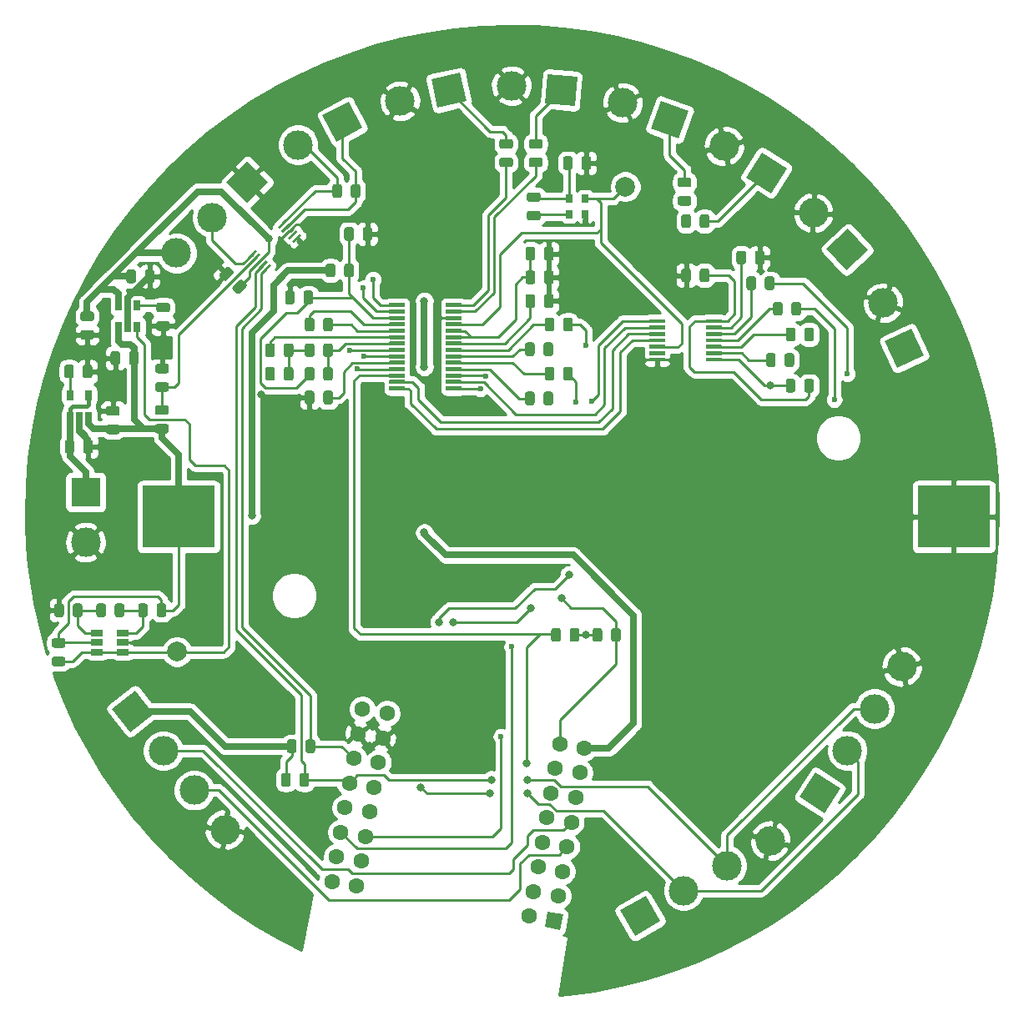
<source format=gbr>
G04 #@! TF.GenerationSoftware,KiCad,Pcbnew,(5.1.12)-1*
G04 #@! TF.CreationDate,2021-12-15T08:08:51+10:00*
G04 #@! TF.ProjectId,Weather-Station,57656174-6865-4722-9d53-746174696f6e,rev?*
G04 #@! TF.SameCoordinates,Original*
G04 #@! TF.FileFunction,Copper,L1,Top*
G04 #@! TF.FilePolarity,Positive*
%FSLAX46Y46*%
G04 Gerber Fmt 4.6, Leading zero omitted, Abs format (unit mm)*
G04 Created by KiCad (PCBNEW (5.1.12)-1) date 2021-12-15 08:08:51*
%MOMM*%
%LPD*%
G01*
G04 APERTURE LIST*
G04 #@! TA.AperFunction,ComponentPad*
%ADD10C,2.000000*%
G04 #@! TD*
G04 #@! TA.AperFunction,ComponentPad*
%ADD11C,3.000000*%
G04 #@! TD*
G04 #@! TA.AperFunction,ComponentPad*
%ADD12C,0.100000*%
G04 #@! TD*
G04 #@! TA.AperFunction,SMDPad,CuDef*
%ADD13C,0.100000*%
G04 #@! TD*
G04 #@! TA.AperFunction,ComponentPad*
%ADD14C,1.600000*%
G04 #@! TD*
G04 #@! TA.AperFunction,SMDPad,CuDef*
%ADD15R,0.650000X1.060000*%
G04 #@! TD*
G04 #@! TA.AperFunction,SMDPad,CuDef*
%ADD16R,0.650000X0.850000*%
G04 #@! TD*
G04 #@! TA.AperFunction,ComponentPad*
%ADD17R,3.000000X3.000000*%
G04 #@! TD*
G04 #@! TA.AperFunction,SMDPad,CuDef*
%ADD18R,1.220000X0.650000*%
G04 #@! TD*
G04 #@! TA.AperFunction,SMDPad,CuDef*
%ADD19R,7.340000X6.350000*%
G04 #@! TD*
G04 #@! TA.AperFunction,ViaPad*
%ADD20C,0.800000*%
G04 #@! TD*
G04 #@! TA.AperFunction,ViaPad*
%ADD21C,0.600000*%
G04 #@! TD*
G04 #@! TA.AperFunction,Conductor*
%ADD22C,0.250000*%
G04 #@! TD*
G04 #@! TA.AperFunction,Conductor*
%ADD23C,0.650000*%
G04 #@! TD*
G04 #@! TA.AperFunction,Conductor*
%ADD24C,0.400000*%
G04 #@! TD*
G04 #@! TA.AperFunction,Conductor*
%ADD25C,0.254000*%
G04 #@! TD*
G04 #@! TA.AperFunction,Conductor*
%ADD26C,0.100000*%
G04 #@! TD*
G04 APERTURE END LIST*
G04 #@! TA.AperFunction,SMDPad,CuDef*
G36*
G01*
X122685000Y-74834500D02*
X122685000Y-74465500D01*
G75*
G02*
X122705500Y-74445000I20500J0D01*
G01*
X124234500Y-74445000D01*
G75*
G02*
X124255000Y-74465500I0J-20500D01*
G01*
X124255000Y-74834500D01*
G75*
G02*
X124234500Y-74855000I-20500J0D01*
G01*
X122705500Y-74855000D01*
G75*
G02*
X122685000Y-74834500I0J20500D01*
G01*
G37*
G04 #@! TD.AperFunction*
G04 #@! TA.AperFunction,SMDPad,CuDef*
G36*
G01*
X122685000Y-75484500D02*
X122685000Y-75115500D01*
G75*
G02*
X122705500Y-75095000I20500J0D01*
G01*
X124234500Y-75095000D01*
G75*
G02*
X124255000Y-75115500I0J-20500D01*
G01*
X124255000Y-75484500D01*
G75*
G02*
X124234500Y-75505000I-20500J0D01*
G01*
X122705500Y-75505000D01*
G75*
G02*
X122685000Y-75484500I0J20500D01*
G01*
G37*
G04 #@! TD.AperFunction*
G04 #@! TA.AperFunction,SMDPad,CuDef*
G36*
G01*
X122685000Y-76134500D02*
X122685000Y-75765500D01*
G75*
G02*
X122705500Y-75745000I20500J0D01*
G01*
X124234500Y-75745000D01*
G75*
G02*
X124255000Y-75765500I0J-20500D01*
G01*
X124255000Y-76134500D01*
G75*
G02*
X124234500Y-76155000I-20500J0D01*
G01*
X122705500Y-76155000D01*
G75*
G02*
X122685000Y-76134500I0J20500D01*
G01*
G37*
G04 #@! TD.AperFunction*
G04 #@! TA.AperFunction,SMDPad,CuDef*
G36*
G01*
X122685000Y-76784500D02*
X122685000Y-76415500D01*
G75*
G02*
X122705500Y-76395000I20500J0D01*
G01*
X124234500Y-76395000D01*
G75*
G02*
X124255000Y-76415500I0J-20500D01*
G01*
X124255000Y-76784500D01*
G75*
G02*
X124234500Y-76805000I-20500J0D01*
G01*
X122705500Y-76805000D01*
G75*
G02*
X122685000Y-76784500I0J20500D01*
G01*
G37*
G04 #@! TD.AperFunction*
G04 #@! TA.AperFunction,SMDPad,CuDef*
G36*
G01*
X122685000Y-77434500D02*
X122685000Y-77065500D01*
G75*
G02*
X122705500Y-77045000I20500J0D01*
G01*
X124234500Y-77045000D01*
G75*
G02*
X124255000Y-77065500I0J-20500D01*
G01*
X124255000Y-77434500D01*
G75*
G02*
X124234500Y-77455000I-20500J0D01*
G01*
X122705500Y-77455000D01*
G75*
G02*
X122685000Y-77434500I0J20500D01*
G01*
G37*
G04 #@! TD.AperFunction*
G04 #@! TA.AperFunction,SMDPad,CuDef*
G36*
G01*
X122685000Y-78084500D02*
X122685000Y-77715500D01*
G75*
G02*
X122705500Y-77695000I20500J0D01*
G01*
X124234500Y-77695000D01*
G75*
G02*
X124255000Y-77715500I0J-20500D01*
G01*
X124255000Y-78084500D01*
G75*
G02*
X124234500Y-78105000I-20500J0D01*
G01*
X122705500Y-78105000D01*
G75*
G02*
X122685000Y-78084500I0J20500D01*
G01*
G37*
G04 #@! TD.AperFunction*
G04 #@! TA.AperFunction,SMDPad,CuDef*
G36*
G01*
X122685000Y-78734500D02*
X122685000Y-78365500D01*
G75*
G02*
X122705500Y-78345000I20500J0D01*
G01*
X124234500Y-78345000D01*
G75*
G02*
X124255000Y-78365500I0J-20500D01*
G01*
X124255000Y-78734500D01*
G75*
G02*
X124234500Y-78755000I-20500J0D01*
G01*
X122705500Y-78755000D01*
G75*
G02*
X122685000Y-78734500I0J20500D01*
G01*
G37*
G04 #@! TD.AperFunction*
G04 #@! TA.AperFunction,SMDPad,CuDef*
G36*
G01*
X116945000Y-78734500D02*
X116945000Y-78365500D01*
G75*
G02*
X116965500Y-78345000I20500J0D01*
G01*
X118494500Y-78345000D01*
G75*
G02*
X118515000Y-78365500I0J-20500D01*
G01*
X118515000Y-78734500D01*
G75*
G02*
X118494500Y-78755000I-20500J0D01*
G01*
X116965500Y-78755000D01*
G75*
G02*
X116945000Y-78734500I0J20500D01*
G01*
G37*
G04 #@! TD.AperFunction*
G04 #@! TA.AperFunction,SMDPad,CuDef*
G36*
G01*
X116945000Y-78084500D02*
X116945000Y-77715500D01*
G75*
G02*
X116965500Y-77695000I20500J0D01*
G01*
X118494500Y-77695000D01*
G75*
G02*
X118515000Y-77715500I0J-20500D01*
G01*
X118515000Y-78084500D01*
G75*
G02*
X118494500Y-78105000I-20500J0D01*
G01*
X116965500Y-78105000D01*
G75*
G02*
X116945000Y-78084500I0J20500D01*
G01*
G37*
G04 #@! TD.AperFunction*
G04 #@! TA.AperFunction,SMDPad,CuDef*
G36*
G01*
X116945000Y-77434500D02*
X116945000Y-77065500D01*
G75*
G02*
X116965500Y-77045000I20500J0D01*
G01*
X118494500Y-77045000D01*
G75*
G02*
X118515000Y-77065500I0J-20500D01*
G01*
X118515000Y-77434500D01*
G75*
G02*
X118494500Y-77455000I-20500J0D01*
G01*
X116965500Y-77455000D01*
G75*
G02*
X116945000Y-77434500I0J20500D01*
G01*
G37*
G04 #@! TD.AperFunction*
G04 #@! TA.AperFunction,SMDPad,CuDef*
G36*
G01*
X116945000Y-76784500D02*
X116945000Y-76415500D01*
G75*
G02*
X116965500Y-76395000I20500J0D01*
G01*
X118494500Y-76395000D01*
G75*
G02*
X118515000Y-76415500I0J-20500D01*
G01*
X118515000Y-76784500D01*
G75*
G02*
X118494500Y-76805000I-20500J0D01*
G01*
X116965500Y-76805000D01*
G75*
G02*
X116945000Y-76784500I0J20500D01*
G01*
G37*
G04 #@! TD.AperFunction*
G04 #@! TA.AperFunction,SMDPad,CuDef*
G36*
G01*
X116945000Y-76134500D02*
X116945000Y-75765500D01*
G75*
G02*
X116965500Y-75745000I20500J0D01*
G01*
X118494500Y-75745000D01*
G75*
G02*
X118515000Y-75765500I0J-20500D01*
G01*
X118515000Y-76134500D01*
G75*
G02*
X118494500Y-76155000I-20500J0D01*
G01*
X116965500Y-76155000D01*
G75*
G02*
X116945000Y-76134500I0J20500D01*
G01*
G37*
G04 #@! TD.AperFunction*
G04 #@! TA.AperFunction,SMDPad,CuDef*
G36*
G01*
X116945000Y-75484500D02*
X116945000Y-75115500D01*
G75*
G02*
X116965500Y-75095000I20500J0D01*
G01*
X118494500Y-75095000D01*
G75*
G02*
X118515000Y-75115500I0J-20500D01*
G01*
X118515000Y-75484500D01*
G75*
G02*
X118494500Y-75505000I-20500J0D01*
G01*
X116965500Y-75505000D01*
G75*
G02*
X116945000Y-75484500I0J20500D01*
G01*
G37*
G04 #@! TD.AperFunction*
G04 #@! TA.AperFunction,SMDPad,CuDef*
G36*
G01*
X116945000Y-74834500D02*
X116945000Y-74465500D01*
G75*
G02*
X116965500Y-74445000I20500J0D01*
G01*
X118494500Y-74445000D01*
G75*
G02*
X118515000Y-74465500I0J-20500D01*
G01*
X118515000Y-74834500D01*
G75*
G02*
X118494500Y-74855000I-20500J0D01*
G01*
X116965500Y-74855000D01*
G75*
G02*
X116945000Y-74834500I0J20500D01*
G01*
G37*
G04 #@! TD.AperFunction*
G04 #@! TA.AperFunction,SMDPad,CuDef*
G36*
G01*
X96285000Y-73209500D02*
X96285000Y-72840500D01*
G75*
G02*
X96305500Y-72820000I20500J0D01*
G01*
X97834500Y-72820000D01*
G75*
G02*
X97855000Y-72840500I0J-20500D01*
G01*
X97855000Y-73209500D01*
G75*
G02*
X97834500Y-73230000I-20500J0D01*
G01*
X96305500Y-73230000D01*
G75*
G02*
X96285000Y-73209500I0J20500D01*
G01*
G37*
G04 #@! TD.AperFunction*
G04 #@! TA.AperFunction,SMDPad,CuDef*
G36*
G01*
X96285000Y-73859500D02*
X96285000Y-73490500D01*
G75*
G02*
X96305500Y-73470000I20500J0D01*
G01*
X97834500Y-73470000D01*
G75*
G02*
X97855000Y-73490500I0J-20500D01*
G01*
X97855000Y-73859500D01*
G75*
G02*
X97834500Y-73880000I-20500J0D01*
G01*
X96305500Y-73880000D01*
G75*
G02*
X96285000Y-73859500I0J20500D01*
G01*
G37*
G04 #@! TD.AperFunction*
G04 #@! TA.AperFunction,SMDPad,CuDef*
G36*
G01*
X96285000Y-74509500D02*
X96285000Y-74140500D01*
G75*
G02*
X96305500Y-74120000I20500J0D01*
G01*
X97834500Y-74120000D01*
G75*
G02*
X97855000Y-74140500I0J-20500D01*
G01*
X97855000Y-74509500D01*
G75*
G02*
X97834500Y-74530000I-20500J0D01*
G01*
X96305500Y-74530000D01*
G75*
G02*
X96285000Y-74509500I0J20500D01*
G01*
G37*
G04 #@! TD.AperFunction*
G04 #@! TA.AperFunction,SMDPad,CuDef*
G36*
G01*
X96285000Y-75159500D02*
X96285000Y-74790500D01*
G75*
G02*
X96305500Y-74770000I20500J0D01*
G01*
X97834500Y-74770000D01*
G75*
G02*
X97855000Y-74790500I0J-20500D01*
G01*
X97855000Y-75159500D01*
G75*
G02*
X97834500Y-75180000I-20500J0D01*
G01*
X96305500Y-75180000D01*
G75*
G02*
X96285000Y-75159500I0J20500D01*
G01*
G37*
G04 #@! TD.AperFunction*
G04 #@! TA.AperFunction,SMDPad,CuDef*
G36*
G01*
X96285000Y-75809500D02*
X96285000Y-75440500D01*
G75*
G02*
X96305500Y-75420000I20500J0D01*
G01*
X97834500Y-75420000D01*
G75*
G02*
X97855000Y-75440500I0J-20500D01*
G01*
X97855000Y-75809500D01*
G75*
G02*
X97834500Y-75830000I-20500J0D01*
G01*
X96305500Y-75830000D01*
G75*
G02*
X96285000Y-75809500I0J20500D01*
G01*
G37*
G04 #@! TD.AperFunction*
G04 #@! TA.AperFunction,SMDPad,CuDef*
G36*
G01*
X96285000Y-76459500D02*
X96285000Y-76090500D01*
G75*
G02*
X96305500Y-76070000I20500J0D01*
G01*
X97834500Y-76070000D01*
G75*
G02*
X97855000Y-76090500I0J-20500D01*
G01*
X97855000Y-76459500D01*
G75*
G02*
X97834500Y-76480000I-20500J0D01*
G01*
X96305500Y-76480000D01*
G75*
G02*
X96285000Y-76459500I0J20500D01*
G01*
G37*
G04 #@! TD.AperFunction*
G04 #@! TA.AperFunction,SMDPad,CuDef*
G36*
G01*
X96285000Y-77109500D02*
X96285000Y-76740500D01*
G75*
G02*
X96305500Y-76720000I20500J0D01*
G01*
X97834500Y-76720000D01*
G75*
G02*
X97855000Y-76740500I0J-20500D01*
G01*
X97855000Y-77109500D01*
G75*
G02*
X97834500Y-77130000I-20500J0D01*
G01*
X96305500Y-77130000D01*
G75*
G02*
X96285000Y-77109500I0J20500D01*
G01*
G37*
G04 #@! TD.AperFunction*
G04 #@! TA.AperFunction,SMDPad,CuDef*
G36*
G01*
X96285000Y-77759500D02*
X96285000Y-77390500D01*
G75*
G02*
X96305500Y-77370000I20500J0D01*
G01*
X97834500Y-77370000D01*
G75*
G02*
X97855000Y-77390500I0J-20500D01*
G01*
X97855000Y-77759500D01*
G75*
G02*
X97834500Y-77780000I-20500J0D01*
G01*
X96305500Y-77780000D01*
G75*
G02*
X96285000Y-77759500I0J20500D01*
G01*
G37*
G04 #@! TD.AperFunction*
G04 #@! TA.AperFunction,SMDPad,CuDef*
G36*
G01*
X96285000Y-78409500D02*
X96285000Y-78040500D01*
G75*
G02*
X96305500Y-78020000I20500J0D01*
G01*
X97834500Y-78020000D01*
G75*
G02*
X97855000Y-78040500I0J-20500D01*
G01*
X97855000Y-78409500D01*
G75*
G02*
X97834500Y-78430000I-20500J0D01*
G01*
X96305500Y-78430000D01*
G75*
G02*
X96285000Y-78409500I0J20500D01*
G01*
G37*
G04 #@! TD.AperFunction*
G04 #@! TA.AperFunction,SMDPad,CuDef*
G36*
G01*
X96285000Y-79059500D02*
X96285000Y-78690500D01*
G75*
G02*
X96305500Y-78670000I20500J0D01*
G01*
X97834500Y-78670000D01*
G75*
G02*
X97855000Y-78690500I0J-20500D01*
G01*
X97855000Y-79059500D01*
G75*
G02*
X97834500Y-79080000I-20500J0D01*
G01*
X96305500Y-79080000D01*
G75*
G02*
X96285000Y-79059500I0J20500D01*
G01*
G37*
G04 #@! TD.AperFunction*
G04 #@! TA.AperFunction,SMDPad,CuDef*
G36*
G01*
X96285000Y-79709500D02*
X96285000Y-79340500D01*
G75*
G02*
X96305500Y-79320000I20500J0D01*
G01*
X97834500Y-79320000D01*
G75*
G02*
X97855000Y-79340500I0J-20500D01*
G01*
X97855000Y-79709500D01*
G75*
G02*
X97834500Y-79730000I-20500J0D01*
G01*
X96305500Y-79730000D01*
G75*
G02*
X96285000Y-79709500I0J20500D01*
G01*
G37*
G04 #@! TD.AperFunction*
G04 #@! TA.AperFunction,SMDPad,CuDef*
G36*
G01*
X96285000Y-80359500D02*
X96285000Y-79990500D01*
G75*
G02*
X96305500Y-79970000I20500J0D01*
G01*
X97834500Y-79970000D01*
G75*
G02*
X97855000Y-79990500I0J-20500D01*
G01*
X97855000Y-80359500D01*
G75*
G02*
X97834500Y-80380000I-20500J0D01*
G01*
X96305500Y-80380000D01*
G75*
G02*
X96285000Y-80359500I0J20500D01*
G01*
G37*
G04 #@! TD.AperFunction*
G04 #@! TA.AperFunction,SMDPad,CuDef*
G36*
G01*
X96285000Y-81009500D02*
X96285000Y-80640500D01*
G75*
G02*
X96305500Y-80620000I20500J0D01*
G01*
X97834500Y-80620000D01*
G75*
G02*
X97855000Y-80640500I0J-20500D01*
G01*
X97855000Y-81009500D01*
G75*
G02*
X97834500Y-81030000I-20500J0D01*
G01*
X96305500Y-81030000D01*
G75*
G02*
X96285000Y-81009500I0J20500D01*
G01*
G37*
G04 #@! TD.AperFunction*
G04 #@! TA.AperFunction,SMDPad,CuDef*
G36*
G01*
X96285000Y-81659500D02*
X96285000Y-81290500D01*
G75*
G02*
X96305500Y-81270000I20500J0D01*
G01*
X97834500Y-81270000D01*
G75*
G02*
X97855000Y-81290500I0J-20500D01*
G01*
X97855000Y-81659500D01*
G75*
G02*
X97834500Y-81680000I-20500J0D01*
G01*
X96305500Y-81680000D01*
G75*
G02*
X96285000Y-81659500I0J20500D01*
G01*
G37*
G04 #@! TD.AperFunction*
G04 #@! TA.AperFunction,SMDPad,CuDef*
G36*
G01*
X90545000Y-81659500D02*
X90545000Y-81290500D01*
G75*
G02*
X90565500Y-81270000I20500J0D01*
G01*
X92094500Y-81270000D01*
G75*
G02*
X92115000Y-81290500I0J-20500D01*
G01*
X92115000Y-81659500D01*
G75*
G02*
X92094500Y-81680000I-20500J0D01*
G01*
X90565500Y-81680000D01*
G75*
G02*
X90545000Y-81659500I0J20500D01*
G01*
G37*
G04 #@! TD.AperFunction*
G04 #@! TA.AperFunction,SMDPad,CuDef*
G36*
G01*
X90545000Y-81009500D02*
X90545000Y-80640500D01*
G75*
G02*
X90565500Y-80620000I20500J0D01*
G01*
X92094500Y-80620000D01*
G75*
G02*
X92115000Y-80640500I0J-20500D01*
G01*
X92115000Y-81009500D01*
G75*
G02*
X92094500Y-81030000I-20500J0D01*
G01*
X90565500Y-81030000D01*
G75*
G02*
X90545000Y-81009500I0J20500D01*
G01*
G37*
G04 #@! TD.AperFunction*
G04 #@! TA.AperFunction,SMDPad,CuDef*
G36*
G01*
X90545000Y-80359500D02*
X90545000Y-79990500D01*
G75*
G02*
X90565500Y-79970000I20500J0D01*
G01*
X92094500Y-79970000D01*
G75*
G02*
X92115000Y-79990500I0J-20500D01*
G01*
X92115000Y-80359500D01*
G75*
G02*
X92094500Y-80380000I-20500J0D01*
G01*
X90565500Y-80380000D01*
G75*
G02*
X90545000Y-80359500I0J20500D01*
G01*
G37*
G04 #@! TD.AperFunction*
G04 #@! TA.AperFunction,SMDPad,CuDef*
G36*
G01*
X90545000Y-79709500D02*
X90545000Y-79340500D01*
G75*
G02*
X90565500Y-79320000I20500J0D01*
G01*
X92094500Y-79320000D01*
G75*
G02*
X92115000Y-79340500I0J-20500D01*
G01*
X92115000Y-79709500D01*
G75*
G02*
X92094500Y-79730000I-20500J0D01*
G01*
X90565500Y-79730000D01*
G75*
G02*
X90545000Y-79709500I0J20500D01*
G01*
G37*
G04 #@! TD.AperFunction*
G04 #@! TA.AperFunction,SMDPad,CuDef*
G36*
G01*
X90545000Y-79059500D02*
X90545000Y-78690500D01*
G75*
G02*
X90565500Y-78670000I20500J0D01*
G01*
X92094500Y-78670000D01*
G75*
G02*
X92115000Y-78690500I0J-20500D01*
G01*
X92115000Y-79059500D01*
G75*
G02*
X92094500Y-79080000I-20500J0D01*
G01*
X90565500Y-79080000D01*
G75*
G02*
X90545000Y-79059500I0J20500D01*
G01*
G37*
G04 #@! TD.AperFunction*
G04 #@! TA.AperFunction,SMDPad,CuDef*
G36*
G01*
X90545000Y-78409500D02*
X90545000Y-78040500D01*
G75*
G02*
X90565500Y-78020000I20500J0D01*
G01*
X92094500Y-78020000D01*
G75*
G02*
X92115000Y-78040500I0J-20500D01*
G01*
X92115000Y-78409500D01*
G75*
G02*
X92094500Y-78430000I-20500J0D01*
G01*
X90565500Y-78430000D01*
G75*
G02*
X90545000Y-78409500I0J20500D01*
G01*
G37*
G04 #@! TD.AperFunction*
G04 #@! TA.AperFunction,SMDPad,CuDef*
G36*
G01*
X90545000Y-77759500D02*
X90545000Y-77390500D01*
G75*
G02*
X90565500Y-77370000I20500J0D01*
G01*
X92094500Y-77370000D01*
G75*
G02*
X92115000Y-77390500I0J-20500D01*
G01*
X92115000Y-77759500D01*
G75*
G02*
X92094500Y-77780000I-20500J0D01*
G01*
X90565500Y-77780000D01*
G75*
G02*
X90545000Y-77759500I0J20500D01*
G01*
G37*
G04 #@! TD.AperFunction*
G04 #@! TA.AperFunction,SMDPad,CuDef*
G36*
G01*
X90545000Y-77109500D02*
X90545000Y-76740500D01*
G75*
G02*
X90565500Y-76720000I20500J0D01*
G01*
X92094500Y-76720000D01*
G75*
G02*
X92115000Y-76740500I0J-20500D01*
G01*
X92115000Y-77109500D01*
G75*
G02*
X92094500Y-77130000I-20500J0D01*
G01*
X90565500Y-77130000D01*
G75*
G02*
X90545000Y-77109500I0J20500D01*
G01*
G37*
G04 #@! TD.AperFunction*
G04 #@! TA.AperFunction,SMDPad,CuDef*
G36*
G01*
X90545000Y-76459500D02*
X90545000Y-76090500D01*
G75*
G02*
X90565500Y-76070000I20500J0D01*
G01*
X92094500Y-76070000D01*
G75*
G02*
X92115000Y-76090500I0J-20500D01*
G01*
X92115000Y-76459500D01*
G75*
G02*
X92094500Y-76480000I-20500J0D01*
G01*
X90565500Y-76480000D01*
G75*
G02*
X90545000Y-76459500I0J20500D01*
G01*
G37*
G04 #@! TD.AperFunction*
G04 #@! TA.AperFunction,SMDPad,CuDef*
G36*
G01*
X90545000Y-75809500D02*
X90545000Y-75440500D01*
G75*
G02*
X90565500Y-75420000I20500J0D01*
G01*
X92094500Y-75420000D01*
G75*
G02*
X92115000Y-75440500I0J-20500D01*
G01*
X92115000Y-75809500D01*
G75*
G02*
X92094500Y-75830000I-20500J0D01*
G01*
X90565500Y-75830000D01*
G75*
G02*
X90545000Y-75809500I0J20500D01*
G01*
G37*
G04 #@! TD.AperFunction*
G04 #@! TA.AperFunction,SMDPad,CuDef*
G36*
G01*
X90545000Y-75159500D02*
X90545000Y-74790500D01*
G75*
G02*
X90565500Y-74770000I20500J0D01*
G01*
X92094500Y-74770000D01*
G75*
G02*
X92115000Y-74790500I0J-20500D01*
G01*
X92115000Y-75159500D01*
G75*
G02*
X92094500Y-75180000I-20500J0D01*
G01*
X90565500Y-75180000D01*
G75*
G02*
X90545000Y-75159500I0J20500D01*
G01*
G37*
G04 #@! TD.AperFunction*
G04 #@! TA.AperFunction,SMDPad,CuDef*
G36*
G01*
X90545000Y-74509500D02*
X90545000Y-74140500D01*
G75*
G02*
X90565500Y-74120000I20500J0D01*
G01*
X92094500Y-74120000D01*
G75*
G02*
X92115000Y-74140500I0J-20500D01*
G01*
X92115000Y-74509500D01*
G75*
G02*
X92094500Y-74530000I-20500J0D01*
G01*
X90565500Y-74530000D01*
G75*
G02*
X90545000Y-74509500I0J20500D01*
G01*
G37*
G04 #@! TD.AperFunction*
G04 #@! TA.AperFunction,SMDPad,CuDef*
G36*
G01*
X90545000Y-73859500D02*
X90545000Y-73490500D01*
G75*
G02*
X90565500Y-73470000I20500J0D01*
G01*
X92094500Y-73470000D01*
G75*
G02*
X92115000Y-73490500I0J-20500D01*
G01*
X92115000Y-73859500D01*
G75*
G02*
X92094500Y-73880000I-20500J0D01*
G01*
X90565500Y-73880000D01*
G75*
G02*
X90545000Y-73859500I0J20500D01*
G01*
G37*
G04 #@! TD.AperFunction*
G04 #@! TA.AperFunction,SMDPad,CuDef*
G36*
G01*
X90545000Y-73209500D02*
X90545000Y-72840500D01*
G75*
G02*
X90565500Y-72820000I20500J0D01*
G01*
X92094500Y-72820000D01*
G75*
G02*
X92115000Y-72840500I0J-20500D01*
G01*
X92115000Y-73209500D01*
G75*
G02*
X92094500Y-73230000I-20500J0D01*
G01*
X90565500Y-73230000D01*
G75*
G02*
X90545000Y-73209500I0J20500D01*
G01*
G37*
G04 #@! TD.AperFunction*
D10*
X114500000Y-61000000D03*
G04 #@! TA.AperFunction,SMDPad,CuDef*
G36*
G01*
X102856250Y-57150000D02*
X101943750Y-57150000D01*
G75*
G02*
X101700000Y-56906250I0J243750D01*
G01*
X101700000Y-56418750D01*
G75*
G02*
X101943750Y-56175000I243750J0D01*
G01*
X102856250Y-56175000D01*
G75*
G02*
X103100000Y-56418750I0J-243750D01*
G01*
X103100000Y-56906250D01*
G75*
G02*
X102856250Y-57150000I-243750J0D01*
G01*
G37*
G04 #@! TD.AperFunction*
G04 #@! TA.AperFunction,SMDPad,CuDef*
G36*
G01*
X102856250Y-59025000D02*
X101943750Y-59025000D01*
G75*
G02*
X101700000Y-58781250I0J243750D01*
G01*
X101700000Y-58293750D01*
G75*
G02*
X101943750Y-58050000I243750J0D01*
G01*
X102856250Y-58050000D01*
G75*
G02*
X103100000Y-58293750I0J-243750D01*
G01*
X103100000Y-58781250D01*
G75*
G02*
X102856250Y-59025000I-243750J0D01*
G01*
G37*
G04 #@! TD.AperFunction*
G04 #@! TA.AperFunction,SMDPad,CuDef*
G36*
G01*
X105856250Y-57150000D02*
X104943750Y-57150000D01*
G75*
G02*
X104700000Y-56906250I0J243750D01*
G01*
X104700000Y-56418750D01*
G75*
G02*
X104943750Y-56175000I243750J0D01*
G01*
X105856250Y-56175000D01*
G75*
G02*
X106100000Y-56418750I0J-243750D01*
G01*
X106100000Y-56906250D01*
G75*
G02*
X105856250Y-57150000I-243750J0D01*
G01*
G37*
G04 #@! TD.AperFunction*
G04 #@! TA.AperFunction,SMDPad,CuDef*
G36*
G01*
X105856250Y-59025000D02*
X104943750Y-59025000D01*
G75*
G02*
X104700000Y-58781250I0J243750D01*
G01*
X104700000Y-58293750D01*
G75*
G02*
X104943750Y-58050000I243750J0D01*
G01*
X105856250Y-58050000D01*
G75*
G02*
X106100000Y-58293750I0J-243750D01*
G01*
X106100000Y-58781250D01*
G75*
G02*
X105856250Y-59025000I-243750J0D01*
G01*
G37*
G04 #@! TD.AperFunction*
X69000000Y-108200000D03*
D11*
X140653099Y-72795956D03*
G04 #@! TA.AperFunction,ComponentPad*
D12*
G36*
X144793389Y-78125534D02*
G01*
X142074466Y-79393389D01*
X140806611Y-76674466D01*
X143525534Y-75406611D01*
X144793389Y-78125534D01*
G37*
G04 #@! TD.AperFunction*
D11*
X133568002Y-63654631D03*
G04 #@! TA.AperFunction,ComponentPad*
D12*
G36*
X139119301Y-67492531D02*
G01*
X136907469Y-69519301D01*
X134880699Y-67307469D01*
X137092531Y-65280699D01*
X139119301Y-67492531D01*
G37*
G04 #@! TD.AperFunction*
D11*
X124515571Y-56870518D03*
G04 #@! TA.AperFunction,ComponentPad*
D12*
G36*
X130871037Y-59140862D02*
G01*
X129259138Y-61671037D01*
X126728963Y-60059138D01*
X128340862Y-57528963D01*
X130871037Y-59140862D01*
G37*
G04 #@! TD.AperFunction*
D11*
X114226361Y-52462538D03*
G04 #@! TA.AperFunction,ComponentPad*
D12*
G36*
X120922569Y-53303491D02*
G01*
X119896509Y-56122569D01*
X117077431Y-55096509D01*
X118103491Y-52277431D01*
X120922569Y-53303491D01*
G37*
G04 #@! TD.AperFunction*
D11*
X102939331Y-50757249D03*
G04 #@! TA.AperFunction,ComponentPad*
D12*
G36*
X109625026Y-49836442D02*
G01*
X109363558Y-52825026D01*
X106374974Y-52563558D01*
X106636442Y-49574974D01*
X109625026Y-49836442D01*
G37*
G04 #@! TD.AperFunction*
D11*
X91640416Y-52299513D03*
G04 #@! TA.AperFunction,ComponentPad*
D12*
G36*
X97739785Y-49410897D02*
G01*
X98389103Y-52339785D01*
X95460215Y-52989103D01*
X94810897Y-50060215D01*
X97739785Y-49410897D01*
G37*
G04 #@! TD.AperFunction*
G04 #@! TA.AperFunction,SMDPad,CuDef*
D13*
G36*
X78387347Y-68800089D02*
G01*
X78564124Y-68976866D01*
X77786307Y-69754683D01*
X77609530Y-69577906D01*
X78387347Y-68800089D01*
G37*
G04 #@! TD.AperFunction*
G04 #@! TA.AperFunction,SMDPad,CuDef*
G36*
X78033794Y-68446536D02*
G01*
X78210571Y-68623313D01*
X77432754Y-69401130D01*
X77255977Y-69224353D01*
X78033794Y-68446536D01*
G37*
G04 #@! TD.AperFunction*
G04 #@! TA.AperFunction,SMDPad,CuDef*
G36*
X77680240Y-68092983D02*
G01*
X77857017Y-68269760D01*
X77079200Y-69047577D01*
X76902423Y-68870800D01*
X77680240Y-68092983D01*
G37*
G04 #@! TD.AperFunction*
G04 #@! TA.AperFunction,SMDPad,CuDef*
G36*
X77326687Y-67739429D02*
G01*
X77503464Y-67916206D01*
X76725647Y-68694023D01*
X76548870Y-68517246D01*
X77326687Y-67739429D01*
G37*
G04 #@! TD.AperFunction*
G04 #@! TA.AperFunction,SMDPad,CuDef*
G36*
X76973134Y-67385876D02*
G01*
X77149911Y-67562653D01*
X76372094Y-68340470D01*
X76195317Y-68163693D01*
X76973134Y-67385876D01*
G37*
G04 #@! TD.AperFunction*
G04 #@! TA.AperFunction,SMDPad,CuDef*
G36*
X80013693Y-64345317D02*
G01*
X80190470Y-64522094D01*
X79412653Y-65299911D01*
X79235876Y-65123134D01*
X80013693Y-64345317D01*
G37*
G04 #@! TD.AperFunction*
G04 #@! TA.AperFunction,SMDPad,CuDef*
G36*
X80367246Y-64698870D02*
G01*
X80544023Y-64875647D01*
X79766206Y-65653464D01*
X79589429Y-65476687D01*
X80367246Y-64698870D01*
G37*
G04 #@! TD.AperFunction*
G04 #@! TA.AperFunction,SMDPad,CuDef*
G36*
X80720800Y-65052423D02*
G01*
X80897577Y-65229200D01*
X80119760Y-66007017D01*
X79942983Y-65830240D01*
X80720800Y-65052423D01*
G37*
G04 #@! TD.AperFunction*
G04 #@! TA.AperFunction,SMDPad,CuDef*
G36*
X81074353Y-65405977D02*
G01*
X81251130Y-65582754D01*
X80473313Y-66360571D01*
X80296536Y-66183794D01*
X81074353Y-65405977D01*
G37*
G04 #@! TD.AperFunction*
G04 #@! TA.AperFunction,SMDPad,CuDef*
G36*
X81427906Y-65759530D02*
G01*
X81604683Y-65936307D01*
X80826866Y-66714124D01*
X80650089Y-66537347D01*
X81427906Y-65759530D01*
G37*
G04 #@! TD.AperFunction*
D14*
X106071787Y-127554699D03*
X105630721Y-130056110D03*
X106512854Y-125053287D03*
X104748588Y-135058934D03*
X107836053Y-117549052D03*
X105189655Y-132557522D03*
X106953920Y-122551875D03*
X107394987Y-120050463D03*
X88561906Y-124467234D03*
X88120839Y-126968646D03*
X89002972Y-121965822D03*
X87238706Y-131971469D03*
X90326171Y-114461587D03*
X87679773Y-129470057D03*
X89444038Y-119464411D03*
X89885105Y-116962999D03*
X108573199Y-127995765D03*
X108132133Y-130497177D03*
X109014265Y-125494353D03*
X110337465Y-117990118D03*
X107691066Y-132998588D03*
X109455332Y-122992942D03*
X109896398Y-120491530D03*
X87824759Y-114020521D03*
X87383693Y-116521933D03*
X86942627Y-119023344D03*
X86501560Y-121524756D03*
X86060494Y-124026168D03*
X85619428Y-126527579D03*
X85178361Y-129028991D03*
G04 #@! TA.AperFunction,ComponentPad*
D12*
G36*
X108176765Y-134851072D02*
G01*
X107898928Y-136426765D01*
X106323235Y-136148928D01*
X106601072Y-134573235D01*
X108176765Y-134851072D01*
G37*
G04 #@! TD.AperFunction*
D14*
X84737295Y-131530403D03*
D15*
X63075000Y-73075000D03*
X64975000Y-73075000D03*
X64975000Y-75275000D03*
X64025000Y-75275000D03*
X63075000Y-75275000D03*
D16*
X108775000Y-62225000D03*
X110425000Y-62225000D03*
X110425000Y-63775000D03*
X108775000Y-63775000D03*
D15*
X58150000Y-82175000D03*
X60050000Y-82175000D03*
X60050000Y-84375000D03*
X59100000Y-84375000D03*
X58150000Y-84375000D03*
G04 #@! TA.AperFunction,SMDPad,CuDef*
G36*
G01*
X85750000Y-60993750D02*
X85750000Y-61906250D01*
G75*
G02*
X85506250Y-62150000I-243750J0D01*
G01*
X85018750Y-62150000D01*
G75*
G02*
X84775000Y-61906250I0J243750D01*
G01*
X84775000Y-60993750D01*
G75*
G02*
X85018750Y-60750000I243750J0D01*
G01*
X85506250Y-60750000D01*
G75*
G02*
X85750000Y-60993750I0J-243750D01*
G01*
G37*
G04 #@! TD.AperFunction*
G04 #@! TA.AperFunction,SMDPad,CuDef*
G36*
G01*
X87625000Y-60993750D02*
X87625000Y-61906250D01*
G75*
G02*
X87381250Y-62150000I-243750J0D01*
G01*
X86893750Y-62150000D01*
G75*
G02*
X86650000Y-61906250I0J243750D01*
G01*
X86650000Y-60993750D01*
G75*
G02*
X86893750Y-60750000I243750J0D01*
G01*
X87381250Y-60750000D01*
G75*
G02*
X87625000Y-60993750I0J-243750D01*
G01*
G37*
G04 #@! TD.AperFunction*
G04 #@! TA.AperFunction,SMDPad,CuDef*
G36*
G01*
X82050000Y-118256250D02*
X82050000Y-117343750D01*
G75*
G02*
X82293750Y-117100000I243750J0D01*
G01*
X82781250Y-117100000D01*
G75*
G02*
X83025000Y-117343750I0J-243750D01*
G01*
X83025000Y-118256250D01*
G75*
G02*
X82781250Y-118500000I-243750J0D01*
G01*
X82293750Y-118500000D01*
G75*
G02*
X82050000Y-118256250I0J243750D01*
G01*
G37*
G04 #@! TD.AperFunction*
G04 #@! TA.AperFunction,SMDPad,CuDef*
G36*
G01*
X80175000Y-118256250D02*
X80175000Y-117343750D01*
G75*
G02*
X80418750Y-117100000I243750J0D01*
G01*
X80906250Y-117100000D01*
G75*
G02*
X81150000Y-117343750I0J-243750D01*
G01*
X81150000Y-118256250D01*
G75*
G02*
X80906250Y-118500000I-243750J0D01*
G01*
X80418750Y-118500000D01*
G75*
G02*
X80175000Y-118256250I0J243750D01*
G01*
G37*
G04 #@! TD.AperFunction*
G04 #@! TA.AperFunction,SMDPad,CuDef*
G36*
G01*
X81450000Y-121656250D02*
X81450000Y-120743750D01*
G75*
G02*
X81693750Y-120500000I243750J0D01*
G01*
X82181250Y-120500000D01*
G75*
G02*
X82425000Y-120743750I0J-243750D01*
G01*
X82425000Y-121656250D01*
G75*
G02*
X82181250Y-121900000I-243750J0D01*
G01*
X81693750Y-121900000D01*
G75*
G02*
X81450000Y-121656250I0J243750D01*
G01*
G37*
G04 #@! TD.AperFunction*
G04 #@! TA.AperFunction,SMDPad,CuDef*
G36*
G01*
X79575000Y-121656250D02*
X79575000Y-120743750D01*
G75*
G02*
X79818750Y-120500000I243750J0D01*
G01*
X80306250Y-120500000D01*
G75*
G02*
X80550000Y-120743750I0J-243750D01*
G01*
X80550000Y-121656250D01*
G75*
G02*
X80306250Y-121900000I-243750J0D01*
G01*
X79818750Y-121900000D01*
G75*
G02*
X79575000Y-121656250I0J243750D01*
G01*
G37*
G04 #@! TD.AperFunction*
G04 #@! TA.AperFunction,SMDPad,CuDef*
G36*
G01*
X113050000Y-106956250D02*
X113050000Y-106043750D01*
G75*
G02*
X113293750Y-105800000I243750J0D01*
G01*
X113781250Y-105800000D01*
G75*
G02*
X114025000Y-106043750I0J-243750D01*
G01*
X114025000Y-106956250D01*
G75*
G02*
X113781250Y-107200000I-243750J0D01*
G01*
X113293750Y-107200000D01*
G75*
G02*
X113050000Y-106956250I0J243750D01*
G01*
G37*
G04 #@! TD.AperFunction*
G04 #@! TA.AperFunction,SMDPad,CuDef*
G36*
G01*
X111175000Y-106956250D02*
X111175000Y-106043750D01*
G75*
G02*
X111418750Y-105800000I243750J0D01*
G01*
X111906250Y-105800000D01*
G75*
G02*
X112150000Y-106043750I0J-243750D01*
G01*
X112150000Y-106956250D01*
G75*
G02*
X111906250Y-107200000I-243750J0D01*
G01*
X111418750Y-107200000D01*
G75*
G02*
X111175000Y-106956250I0J243750D01*
G01*
G37*
G04 #@! TD.AperFunction*
G04 #@! TA.AperFunction,SMDPad,CuDef*
G36*
G01*
X107950000Y-106043750D02*
X107950000Y-106956250D01*
G75*
G02*
X107706250Y-107200000I-243750J0D01*
G01*
X107218750Y-107200000D01*
G75*
G02*
X106975000Y-106956250I0J243750D01*
G01*
X106975000Y-106043750D01*
G75*
G02*
X107218750Y-105800000I243750J0D01*
G01*
X107706250Y-105800000D01*
G75*
G02*
X107950000Y-106043750I0J-243750D01*
G01*
G37*
G04 #@! TD.AperFunction*
G04 #@! TA.AperFunction,SMDPad,CuDef*
G36*
G01*
X109825000Y-106043750D02*
X109825000Y-106956250D01*
G75*
G02*
X109581250Y-107200000I-243750J0D01*
G01*
X109093750Y-107200000D01*
G75*
G02*
X108850000Y-106956250I0J243750D01*
G01*
X108850000Y-106043750D01*
G75*
G02*
X109093750Y-105800000I243750J0D01*
G01*
X109581250Y-105800000D01*
G75*
G02*
X109825000Y-106043750I0J-243750D01*
G01*
G37*
G04 #@! TD.AperFunction*
G04 #@! TA.AperFunction,SMDPad,CuDef*
G36*
G01*
X129750000Y-78143750D02*
X129750000Y-79056250D01*
G75*
G02*
X129506250Y-79300000I-243750J0D01*
G01*
X129018750Y-79300000D01*
G75*
G02*
X128775000Y-79056250I0J243750D01*
G01*
X128775000Y-78143750D01*
G75*
G02*
X129018750Y-77900000I243750J0D01*
G01*
X129506250Y-77900000D01*
G75*
G02*
X129750000Y-78143750I0J-243750D01*
G01*
G37*
G04 #@! TD.AperFunction*
G04 #@! TA.AperFunction,SMDPad,CuDef*
G36*
G01*
X131625000Y-78143750D02*
X131625000Y-79056250D01*
G75*
G02*
X131381250Y-79300000I-243750J0D01*
G01*
X130893750Y-79300000D01*
G75*
G02*
X130650000Y-79056250I0J243750D01*
G01*
X130650000Y-78143750D01*
G75*
G02*
X130893750Y-77900000I243750J0D01*
G01*
X131381250Y-77900000D01*
G75*
G02*
X131625000Y-78143750I0J-243750D01*
G01*
G37*
G04 #@! TD.AperFunction*
G04 #@! TA.AperFunction,SMDPad,CuDef*
G36*
G01*
X131750000Y-80743750D02*
X131750000Y-81656250D01*
G75*
G02*
X131506250Y-81900000I-243750J0D01*
G01*
X131018750Y-81900000D01*
G75*
G02*
X130775000Y-81656250I0J243750D01*
G01*
X130775000Y-80743750D01*
G75*
G02*
X131018750Y-80500000I243750J0D01*
G01*
X131506250Y-80500000D01*
G75*
G02*
X131750000Y-80743750I0J-243750D01*
G01*
G37*
G04 #@! TD.AperFunction*
G04 #@! TA.AperFunction,SMDPad,CuDef*
G36*
G01*
X133625000Y-80743750D02*
X133625000Y-81656250D01*
G75*
G02*
X133381250Y-81900000I-243750J0D01*
G01*
X132893750Y-81900000D01*
G75*
G02*
X132650000Y-81656250I0J243750D01*
G01*
X132650000Y-80743750D01*
G75*
G02*
X132893750Y-80500000I243750J0D01*
G01*
X133381250Y-80500000D01*
G75*
G02*
X133625000Y-80743750I0J-243750D01*
G01*
G37*
G04 #@! TD.AperFunction*
G04 #@! TA.AperFunction,SMDPad,CuDef*
G36*
G01*
X131350000Y-73856250D02*
X131350000Y-72943750D01*
G75*
G02*
X131593750Y-72700000I243750J0D01*
G01*
X132081250Y-72700000D01*
G75*
G02*
X132325000Y-72943750I0J-243750D01*
G01*
X132325000Y-73856250D01*
G75*
G02*
X132081250Y-74100000I-243750J0D01*
G01*
X131593750Y-74100000D01*
G75*
G02*
X131350000Y-73856250I0J243750D01*
G01*
G37*
G04 #@! TD.AperFunction*
G04 #@! TA.AperFunction,SMDPad,CuDef*
G36*
G01*
X129475000Y-73856250D02*
X129475000Y-72943750D01*
G75*
G02*
X129718750Y-72700000I243750J0D01*
G01*
X130206250Y-72700000D01*
G75*
G02*
X130450000Y-72943750I0J-243750D01*
G01*
X130450000Y-73856250D01*
G75*
G02*
X130206250Y-74100000I-243750J0D01*
G01*
X129718750Y-74100000D01*
G75*
G02*
X129475000Y-73856250I0J243750D01*
G01*
G37*
G04 #@! TD.AperFunction*
G04 #@! TA.AperFunction,SMDPad,CuDef*
G36*
G01*
X128650000Y-71256250D02*
X128650000Y-70343750D01*
G75*
G02*
X128893750Y-70100000I243750J0D01*
G01*
X129381250Y-70100000D01*
G75*
G02*
X129625000Y-70343750I0J-243750D01*
G01*
X129625000Y-71256250D01*
G75*
G02*
X129381250Y-71500000I-243750J0D01*
G01*
X128893750Y-71500000D01*
G75*
G02*
X128650000Y-71256250I0J243750D01*
G01*
G37*
G04 #@! TD.AperFunction*
G04 #@! TA.AperFunction,SMDPad,CuDef*
G36*
G01*
X126775000Y-71256250D02*
X126775000Y-70343750D01*
G75*
G02*
X127018750Y-70100000I243750J0D01*
G01*
X127506250Y-70100000D01*
G75*
G02*
X127750000Y-70343750I0J-243750D01*
G01*
X127750000Y-71256250D01*
G75*
G02*
X127506250Y-71500000I-243750J0D01*
G01*
X127018750Y-71500000D01*
G75*
G02*
X126775000Y-71256250I0J243750D01*
G01*
G37*
G04 #@! TD.AperFunction*
G04 #@! TA.AperFunction,SMDPad,CuDef*
G36*
G01*
X132650000Y-76456250D02*
X132650000Y-75543750D01*
G75*
G02*
X132893750Y-75300000I243750J0D01*
G01*
X133381250Y-75300000D01*
G75*
G02*
X133625000Y-75543750I0J-243750D01*
G01*
X133625000Y-76456250D01*
G75*
G02*
X133381250Y-76700000I-243750J0D01*
G01*
X132893750Y-76700000D01*
G75*
G02*
X132650000Y-76456250I0J243750D01*
G01*
G37*
G04 #@! TD.AperFunction*
G04 #@! TA.AperFunction,SMDPad,CuDef*
G36*
G01*
X130775000Y-76456250D02*
X130775000Y-75543750D01*
G75*
G02*
X131018750Y-75300000I243750J0D01*
G01*
X131506250Y-75300000D01*
G75*
G02*
X131750000Y-75543750I0J-243750D01*
G01*
X131750000Y-76456250D01*
G75*
G02*
X131506250Y-76700000I-243750J0D01*
G01*
X131018750Y-76700000D01*
G75*
G02*
X130775000Y-76456250I0J243750D01*
G01*
G37*
G04 #@! TD.AperFunction*
G04 #@! TA.AperFunction,SMDPad,CuDef*
G36*
G01*
X67956250Y-79950000D02*
X67043750Y-79950000D01*
G75*
G02*
X66800000Y-79706250I0J243750D01*
G01*
X66800000Y-79218750D01*
G75*
G02*
X67043750Y-78975000I243750J0D01*
G01*
X67956250Y-78975000D01*
G75*
G02*
X68200000Y-79218750I0J-243750D01*
G01*
X68200000Y-79706250D01*
G75*
G02*
X67956250Y-79950000I-243750J0D01*
G01*
G37*
G04 #@! TD.AperFunction*
G04 #@! TA.AperFunction,SMDPad,CuDef*
G36*
G01*
X67956250Y-81825000D02*
X67043750Y-81825000D01*
G75*
G02*
X66800000Y-81581250I0J243750D01*
G01*
X66800000Y-81093750D01*
G75*
G02*
X67043750Y-80850000I243750J0D01*
G01*
X67956250Y-80850000D01*
G75*
G02*
X68200000Y-81093750I0J-243750D01*
G01*
X68200000Y-81581250D01*
G75*
G02*
X67956250Y-81825000I-243750J0D01*
G01*
G37*
G04 #@! TD.AperFunction*
G04 #@! TA.AperFunction,SMDPad,CuDef*
G36*
G01*
X67931250Y-84175000D02*
X67018750Y-84175000D01*
G75*
G02*
X66775000Y-83931250I0J243750D01*
G01*
X66775000Y-83443750D01*
G75*
G02*
X67018750Y-83200000I243750J0D01*
G01*
X67931250Y-83200000D01*
G75*
G02*
X68175000Y-83443750I0J-243750D01*
G01*
X68175000Y-83931250D01*
G75*
G02*
X67931250Y-84175000I-243750J0D01*
G01*
G37*
G04 #@! TD.AperFunction*
G04 #@! TA.AperFunction,SMDPad,CuDef*
G36*
G01*
X67931250Y-86050000D02*
X67018750Y-86050000D01*
G75*
G02*
X66775000Y-85806250I0J243750D01*
G01*
X66775000Y-85318750D01*
G75*
G02*
X67018750Y-85075000I243750J0D01*
G01*
X67931250Y-85075000D01*
G75*
G02*
X68175000Y-85318750I0J-243750D01*
G01*
X68175000Y-85806250D01*
G75*
G02*
X67931250Y-86050000I-243750J0D01*
G01*
G37*
G04 #@! TD.AperFunction*
G04 #@! TA.AperFunction,SMDPad,CuDef*
G36*
G01*
X104743750Y-63450000D02*
X105656250Y-63450000D01*
G75*
G02*
X105900000Y-63693750I0J-243750D01*
G01*
X105900000Y-64181250D01*
G75*
G02*
X105656250Y-64425000I-243750J0D01*
G01*
X104743750Y-64425000D01*
G75*
G02*
X104500000Y-64181250I0J243750D01*
G01*
X104500000Y-63693750D01*
G75*
G02*
X104743750Y-63450000I243750J0D01*
G01*
G37*
G04 #@! TD.AperFunction*
G04 #@! TA.AperFunction,SMDPad,CuDef*
G36*
G01*
X104743750Y-61575000D02*
X105656250Y-61575000D01*
G75*
G02*
X105900000Y-61818750I0J-243750D01*
G01*
X105900000Y-62306250D01*
G75*
G02*
X105656250Y-62550000I-243750J0D01*
G01*
X104743750Y-62550000D01*
G75*
G02*
X104500000Y-62306250I0J243750D01*
G01*
X104500000Y-61818750D01*
G75*
G02*
X104743750Y-61575000I243750J0D01*
G01*
G37*
G04 #@! TD.AperFunction*
G04 #@! TA.AperFunction,SMDPad,CuDef*
G36*
G01*
X82950000Y-81943750D02*
X82950000Y-82856250D01*
G75*
G02*
X82706250Y-83100000I-243750J0D01*
G01*
X82218750Y-83100000D01*
G75*
G02*
X81975000Y-82856250I0J243750D01*
G01*
X81975000Y-81943750D01*
G75*
G02*
X82218750Y-81700000I243750J0D01*
G01*
X82706250Y-81700000D01*
G75*
G02*
X82950000Y-81943750I0J-243750D01*
G01*
G37*
G04 #@! TD.AperFunction*
G04 #@! TA.AperFunction,SMDPad,CuDef*
G36*
G01*
X84825000Y-81943750D02*
X84825000Y-82856250D01*
G75*
G02*
X84581250Y-83100000I-243750J0D01*
G01*
X84093750Y-83100000D01*
G75*
G02*
X83850000Y-82856250I0J243750D01*
G01*
X83850000Y-81943750D01*
G75*
G02*
X84093750Y-81700000I243750J0D01*
G01*
X84581250Y-81700000D01*
G75*
G02*
X84825000Y-81943750I0J-243750D01*
G01*
G37*
G04 #@! TD.AperFunction*
G04 #@! TA.AperFunction,SMDPad,CuDef*
G36*
G01*
X56543750Y-108700000D02*
X57456250Y-108700000D01*
G75*
G02*
X57700000Y-108943750I0J-243750D01*
G01*
X57700000Y-109431250D01*
G75*
G02*
X57456250Y-109675000I-243750J0D01*
G01*
X56543750Y-109675000D01*
G75*
G02*
X56300000Y-109431250I0J243750D01*
G01*
X56300000Y-108943750D01*
G75*
G02*
X56543750Y-108700000I243750J0D01*
G01*
G37*
G04 #@! TD.AperFunction*
G04 #@! TA.AperFunction,SMDPad,CuDef*
G36*
G01*
X56543750Y-106825000D02*
X57456250Y-106825000D01*
G75*
G02*
X57700000Y-107068750I0J-243750D01*
G01*
X57700000Y-107556250D01*
G75*
G02*
X57456250Y-107800000I-243750J0D01*
G01*
X56543750Y-107800000D01*
G75*
G02*
X56300000Y-107556250I0J243750D01*
G01*
X56300000Y-107068750D01*
G75*
G02*
X56543750Y-106825000I243750J0D01*
G01*
G37*
G04 #@! TD.AperFunction*
G04 #@! TA.AperFunction,SMDPad,CuDef*
G36*
G01*
X107300000Y-74543750D02*
X107300000Y-75456250D01*
G75*
G02*
X107056250Y-75700000I-243750J0D01*
G01*
X106568750Y-75700000D01*
G75*
G02*
X106325000Y-75456250I0J243750D01*
G01*
X106325000Y-74543750D01*
G75*
G02*
X106568750Y-74300000I243750J0D01*
G01*
X107056250Y-74300000D01*
G75*
G02*
X107300000Y-74543750I0J-243750D01*
G01*
G37*
G04 #@! TD.AperFunction*
G04 #@! TA.AperFunction,SMDPad,CuDef*
G36*
G01*
X109175000Y-74543750D02*
X109175000Y-75456250D01*
G75*
G02*
X108931250Y-75700000I-243750J0D01*
G01*
X108443750Y-75700000D01*
G75*
G02*
X108200000Y-75456250I0J243750D01*
G01*
X108200000Y-74543750D01*
G75*
G02*
X108443750Y-74300000I243750J0D01*
G01*
X108931250Y-74300000D01*
G75*
G02*
X109175000Y-74543750I0J-243750D01*
G01*
G37*
G04 #@! TD.AperFunction*
G04 #@! TA.AperFunction,SMDPad,CuDef*
G36*
G01*
X87850000Y-66256250D02*
X87850000Y-65343750D01*
G75*
G02*
X88093750Y-65100000I243750J0D01*
G01*
X88581250Y-65100000D01*
G75*
G02*
X88825000Y-65343750I0J-243750D01*
G01*
X88825000Y-66256250D01*
G75*
G02*
X88581250Y-66500000I-243750J0D01*
G01*
X88093750Y-66500000D01*
G75*
G02*
X87850000Y-66256250I0J243750D01*
G01*
G37*
G04 #@! TD.AperFunction*
G04 #@! TA.AperFunction,SMDPad,CuDef*
G36*
G01*
X85975000Y-66256250D02*
X85975000Y-65343750D01*
G75*
G02*
X86218750Y-65100000I243750J0D01*
G01*
X86706250Y-65100000D01*
G75*
G02*
X86950000Y-65343750I0J-243750D01*
G01*
X86950000Y-66256250D01*
G75*
G02*
X86706250Y-66500000I-243750J0D01*
G01*
X86218750Y-66500000D01*
G75*
G02*
X85975000Y-66256250I0J243750D01*
G01*
G37*
G04 #@! TD.AperFunction*
G04 #@! TA.AperFunction,SMDPad,CuDef*
G36*
G01*
X85975000Y-69956250D02*
X85975000Y-69043750D01*
G75*
G02*
X86218750Y-68800000I243750J0D01*
G01*
X86706250Y-68800000D01*
G75*
G02*
X86950000Y-69043750I0J-243750D01*
G01*
X86950000Y-69956250D01*
G75*
G02*
X86706250Y-70200000I-243750J0D01*
G01*
X86218750Y-70200000D01*
G75*
G02*
X85975000Y-69956250I0J243750D01*
G01*
G37*
G04 #@! TD.AperFunction*
G04 #@! TA.AperFunction,SMDPad,CuDef*
G36*
G01*
X84100000Y-69956250D02*
X84100000Y-69043750D01*
G75*
G02*
X84343750Y-68800000I243750J0D01*
G01*
X84831250Y-68800000D01*
G75*
G02*
X85075000Y-69043750I0J-243750D01*
G01*
X85075000Y-69956250D01*
G75*
G02*
X84831250Y-70200000I-243750J0D01*
G01*
X84343750Y-70200000D01*
G75*
G02*
X84100000Y-69956250I0J243750D01*
G01*
G37*
G04 #@! TD.AperFunction*
G04 #@! TA.AperFunction,SMDPad,CuDef*
G36*
G01*
X82950000Y-79543750D02*
X82950000Y-80456250D01*
G75*
G02*
X82706250Y-80700000I-243750J0D01*
G01*
X82218750Y-80700000D01*
G75*
G02*
X81975000Y-80456250I0J243750D01*
G01*
X81975000Y-79543750D01*
G75*
G02*
X82218750Y-79300000I243750J0D01*
G01*
X82706250Y-79300000D01*
G75*
G02*
X82950000Y-79543750I0J-243750D01*
G01*
G37*
G04 #@! TD.AperFunction*
G04 #@! TA.AperFunction,SMDPad,CuDef*
G36*
G01*
X84825000Y-79543750D02*
X84825000Y-80456250D01*
G75*
G02*
X84581250Y-80700000I-243750J0D01*
G01*
X84093750Y-80700000D01*
G75*
G02*
X83850000Y-80456250I0J243750D01*
G01*
X83850000Y-79543750D01*
G75*
G02*
X84093750Y-79300000I243750J0D01*
G01*
X84581250Y-79300000D01*
G75*
G02*
X84825000Y-79543750I0J-243750D01*
G01*
G37*
G04 #@! TD.AperFunction*
G04 #@! TA.AperFunction,SMDPad,CuDef*
G36*
G01*
X78950000Y-77143750D02*
X78950000Y-78056250D01*
G75*
G02*
X78706250Y-78300000I-243750J0D01*
G01*
X78218750Y-78300000D01*
G75*
G02*
X77975000Y-78056250I0J243750D01*
G01*
X77975000Y-77143750D01*
G75*
G02*
X78218750Y-76900000I243750J0D01*
G01*
X78706250Y-76900000D01*
G75*
G02*
X78950000Y-77143750I0J-243750D01*
G01*
G37*
G04 #@! TD.AperFunction*
G04 #@! TA.AperFunction,SMDPad,CuDef*
G36*
G01*
X80825000Y-77143750D02*
X80825000Y-78056250D01*
G75*
G02*
X80581250Y-78300000I-243750J0D01*
G01*
X80093750Y-78300000D01*
G75*
G02*
X79850000Y-78056250I0J243750D01*
G01*
X79850000Y-77143750D01*
G75*
G02*
X80093750Y-76900000I243750J0D01*
G01*
X80581250Y-76900000D01*
G75*
G02*
X80825000Y-77143750I0J-243750D01*
G01*
G37*
G04 #@! TD.AperFunction*
G04 #@! TA.AperFunction,SMDPad,CuDef*
G36*
G01*
X106200000Y-77956250D02*
X106200000Y-77043750D01*
G75*
G02*
X106443750Y-76800000I243750J0D01*
G01*
X106931250Y-76800000D01*
G75*
G02*
X107175000Y-77043750I0J-243750D01*
G01*
X107175000Y-77956250D01*
G75*
G02*
X106931250Y-78200000I-243750J0D01*
G01*
X106443750Y-78200000D01*
G75*
G02*
X106200000Y-77956250I0J243750D01*
G01*
G37*
G04 #@! TD.AperFunction*
G04 #@! TA.AperFunction,SMDPad,CuDef*
G36*
G01*
X104325000Y-77956250D02*
X104325000Y-77043750D01*
G75*
G02*
X104568750Y-76800000I243750J0D01*
G01*
X105056250Y-76800000D01*
G75*
G02*
X105300000Y-77043750I0J-243750D01*
G01*
X105300000Y-77956250D01*
G75*
G02*
X105056250Y-78200000I-243750J0D01*
G01*
X104568750Y-78200000D01*
G75*
G02*
X104325000Y-77956250I0J243750D01*
G01*
G37*
G04 #@! TD.AperFunction*
G04 #@! TA.AperFunction,SMDPad,CuDef*
G36*
G01*
X59450000Y-80206250D02*
X59450000Y-79293750D01*
G75*
G02*
X59693750Y-79050000I243750J0D01*
G01*
X60181250Y-79050000D01*
G75*
G02*
X60425000Y-79293750I0J-243750D01*
G01*
X60425000Y-80206250D01*
G75*
G02*
X60181250Y-80450000I-243750J0D01*
G01*
X59693750Y-80450000D01*
G75*
G02*
X59450000Y-80206250I0J243750D01*
G01*
G37*
G04 #@! TD.AperFunction*
G04 #@! TA.AperFunction,SMDPad,CuDef*
G36*
G01*
X57575000Y-80206250D02*
X57575000Y-79293750D01*
G75*
G02*
X57818750Y-79050000I243750J0D01*
G01*
X58306250Y-79050000D01*
G75*
G02*
X58550000Y-79293750I0J-243750D01*
G01*
X58550000Y-80206250D01*
G75*
G02*
X58306250Y-80450000I-243750J0D01*
G01*
X57818750Y-80450000D01*
G75*
G02*
X57575000Y-80206250I0J243750D01*
G01*
G37*
G04 #@! TD.AperFunction*
G04 #@! TA.AperFunction,SMDPad,CuDef*
G36*
G01*
X108200000Y-80456250D02*
X108200000Y-79543750D01*
G75*
G02*
X108443750Y-79300000I243750J0D01*
G01*
X108931250Y-79300000D01*
G75*
G02*
X109175000Y-79543750I0J-243750D01*
G01*
X109175000Y-80456250D01*
G75*
G02*
X108931250Y-80700000I-243750J0D01*
G01*
X108443750Y-80700000D01*
G75*
G02*
X108200000Y-80456250I0J243750D01*
G01*
G37*
G04 #@! TD.AperFunction*
G04 #@! TA.AperFunction,SMDPad,CuDef*
G36*
G01*
X106325000Y-80456250D02*
X106325000Y-79543750D01*
G75*
G02*
X106568750Y-79300000I243750J0D01*
G01*
X107056250Y-79300000D01*
G75*
G02*
X107300000Y-79543750I0J-243750D01*
G01*
X107300000Y-80456250D01*
G75*
G02*
X107056250Y-80700000I-243750J0D01*
G01*
X106568750Y-80700000D01*
G75*
G02*
X106325000Y-80456250I0J243750D01*
G01*
G37*
G04 #@! TD.AperFunction*
G04 #@! TA.AperFunction,SMDPad,CuDef*
G36*
G01*
X106200000Y-82956250D02*
X106200000Y-82043750D01*
G75*
G02*
X106443750Y-81800000I243750J0D01*
G01*
X106931250Y-81800000D01*
G75*
G02*
X107175000Y-82043750I0J-243750D01*
G01*
X107175000Y-82956250D01*
G75*
G02*
X106931250Y-83200000I-243750J0D01*
G01*
X106443750Y-83200000D01*
G75*
G02*
X106200000Y-82956250I0J243750D01*
G01*
G37*
G04 #@! TD.AperFunction*
G04 #@! TA.AperFunction,SMDPad,CuDef*
G36*
G01*
X104325000Y-82956250D02*
X104325000Y-82043750D01*
G75*
G02*
X104568750Y-81800000I243750J0D01*
G01*
X105056250Y-81800000D01*
G75*
G02*
X105300000Y-82043750I0J-243750D01*
G01*
X105300000Y-82956250D01*
G75*
G02*
X105056250Y-83200000I-243750J0D01*
G01*
X104568750Y-83200000D01*
G75*
G02*
X104325000Y-82956250I0J243750D01*
G01*
G37*
G04 #@! TD.AperFunction*
G04 #@! TA.AperFunction,SMDPad,CuDef*
G36*
G01*
X57550000Y-103543750D02*
X57550000Y-104456250D01*
G75*
G02*
X57306250Y-104700000I-243750J0D01*
G01*
X56818750Y-104700000D01*
G75*
G02*
X56575000Y-104456250I0J243750D01*
G01*
X56575000Y-103543750D01*
G75*
G02*
X56818750Y-103300000I243750J0D01*
G01*
X57306250Y-103300000D01*
G75*
G02*
X57550000Y-103543750I0J-243750D01*
G01*
G37*
G04 #@! TD.AperFunction*
G04 #@! TA.AperFunction,SMDPad,CuDef*
G36*
G01*
X59425000Y-103543750D02*
X59425000Y-104456250D01*
G75*
G02*
X59181250Y-104700000I-243750J0D01*
G01*
X58693750Y-104700000D01*
G75*
G02*
X58450000Y-104456250I0J243750D01*
G01*
X58450000Y-103543750D01*
G75*
G02*
X58693750Y-103300000I243750J0D01*
G01*
X59181250Y-103300000D01*
G75*
G02*
X59425000Y-103543750I0J-243750D01*
G01*
G37*
G04 #@! TD.AperFunction*
G04 #@! TA.AperFunction,SMDPad,CuDef*
G36*
G01*
X61800000Y-103543750D02*
X61800000Y-104456250D01*
G75*
G02*
X61556250Y-104700000I-243750J0D01*
G01*
X61068750Y-104700000D01*
G75*
G02*
X60825000Y-104456250I0J243750D01*
G01*
X60825000Y-103543750D01*
G75*
G02*
X61068750Y-103300000I243750J0D01*
G01*
X61556250Y-103300000D01*
G75*
G02*
X61800000Y-103543750I0J-243750D01*
G01*
G37*
G04 #@! TD.AperFunction*
G04 #@! TA.AperFunction,SMDPad,CuDef*
G36*
G01*
X63675000Y-103543750D02*
X63675000Y-104456250D01*
G75*
G02*
X63431250Y-104700000I-243750J0D01*
G01*
X62943750Y-104700000D01*
G75*
G02*
X62700000Y-104456250I0J243750D01*
G01*
X62700000Y-103543750D01*
G75*
G02*
X62943750Y-103300000I243750J0D01*
G01*
X63431250Y-103300000D01*
G75*
G02*
X63675000Y-103543750I0J-243750D01*
G01*
G37*
G04 #@! TD.AperFunction*
G04 #@! TA.AperFunction,SMDPad,CuDef*
G36*
G01*
X66050000Y-103543750D02*
X66050000Y-104456250D01*
G75*
G02*
X65806250Y-104700000I-243750J0D01*
G01*
X65318750Y-104700000D01*
G75*
G02*
X65075000Y-104456250I0J243750D01*
G01*
X65075000Y-103543750D01*
G75*
G02*
X65318750Y-103300000I243750J0D01*
G01*
X65806250Y-103300000D01*
G75*
G02*
X66050000Y-103543750I0J-243750D01*
G01*
G37*
G04 #@! TD.AperFunction*
G04 #@! TA.AperFunction,SMDPad,CuDef*
G36*
G01*
X67925000Y-103543750D02*
X67925000Y-104456250D01*
G75*
G02*
X67681250Y-104700000I-243750J0D01*
G01*
X67193750Y-104700000D01*
G75*
G02*
X66950000Y-104456250I0J243750D01*
G01*
X66950000Y-103543750D01*
G75*
G02*
X67193750Y-103300000I243750J0D01*
G01*
X67681250Y-103300000D01*
G75*
G02*
X67925000Y-103543750I0J-243750D01*
G01*
G37*
G04 #@! TD.AperFunction*
D11*
X129198227Y-127380000D03*
G04 #@! TA.AperFunction,ComponentPad*
D12*
G36*
X115450962Y-137049038D02*
G01*
X113950962Y-134450962D01*
X116549038Y-132950962D01*
X118049038Y-135549038D01*
X115450962Y-137049038D01*
G37*
G04 #@! TD.AperFunction*
D11*
X124798818Y-129920000D03*
X120399409Y-132460000D03*
X67627560Y-118253095D03*
X70755121Y-122256189D03*
G04 #@! TA.AperFunction,ComponentPad*
D12*
G36*
X62394492Y-113991476D02*
G01*
X64758524Y-112144492D01*
X66605508Y-114508524D01*
X64241476Y-116355508D01*
X62394492Y-113991476D01*
G37*
G04 #@! TD.AperFunction*
D11*
X73882681Y-126259284D03*
X142550299Y-109718661D03*
G04 #@! TA.AperFunction,ComponentPad*
D12*
G36*
X134691047Y-124574964D02*
G01*
X132175036Y-122941047D01*
X133808953Y-120425036D01*
X136324964Y-122058953D01*
X134691047Y-124574964D01*
G37*
G04 #@! TD.AperFunction*
D11*
X139783533Y-113979107D03*
X137016766Y-118239554D03*
X68965795Y-67734205D03*
X72557898Y-64142102D03*
G04 #@! TA.AperFunction,ComponentPad*
D12*
G36*
X76150000Y-58428680D02*
G01*
X78271320Y-60550000D01*
X76150000Y-62671320D01*
X74028680Y-60550000D01*
X76150000Y-58428680D01*
G37*
G04 #@! TD.AperFunction*
D11*
X81293985Y-56745683D03*
G04 #@! TA.AperFunction,ComponentPad*
D12*
G36*
X86437893Y-52376861D02*
G01*
X87823139Y-55037893D01*
X85162107Y-56423139D01*
X83776861Y-53762107D01*
X86437893Y-52376861D01*
G37*
G04 #@! TD.AperFunction*
D11*
X59750000Y-97080000D03*
D17*
X59750000Y-92000000D03*
D18*
X60915000Y-108225000D03*
X60915000Y-107275000D03*
X60915000Y-106325000D03*
X63535000Y-106325000D03*
X63535000Y-107275000D03*
X63535000Y-108225000D03*
G04 #@! TA.AperFunction,SMDPad,CuDef*
G36*
G01*
X74704419Y-69859184D02*
X74059184Y-70504419D01*
G75*
G02*
X73714470Y-70504419I-172357J172357D01*
G01*
X73369755Y-70159704D01*
G75*
G02*
X73369755Y-69814990I172357J172357D01*
G01*
X74014990Y-69169755D01*
G75*
G02*
X74359704Y-69169755I172357J-172357D01*
G01*
X74704419Y-69514470D01*
G75*
G02*
X74704419Y-69859184I-172357J-172357D01*
G01*
G37*
G04 #@! TD.AperFunction*
G04 #@! TA.AperFunction,SMDPad,CuDef*
G36*
G01*
X76030245Y-71185010D02*
X75385010Y-71830245D01*
G75*
G02*
X75040296Y-71830245I-172357J172357D01*
G01*
X74695581Y-71485530D01*
G75*
G02*
X74695581Y-71140816I172357J172357D01*
G01*
X75340816Y-70495581D01*
G75*
G02*
X75685530Y-70495581I172357J-172357D01*
G01*
X76030245Y-70840296D01*
G75*
G02*
X76030245Y-71185010I-172357J-172357D01*
G01*
G37*
G04 #@! TD.AperFunction*
G04 #@! TA.AperFunction,SMDPad,CuDef*
G36*
G01*
X127650000Y-68656250D02*
X127650000Y-67743750D01*
G75*
G02*
X127893750Y-67500000I243750J0D01*
G01*
X128381250Y-67500000D01*
G75*
G02*
X128625000Y-67743750I0J-243750D01*
G01*
X128625000Y-68656250D01*
G75*
G02*
X128381250Y-68900000I-243750J0D01*
G01*
X127893750Y-68900000D01*
G75*
G02*
X127650000Y-68656250I0J243750D01*
G01*
G37*
G04 #@! TD.AperFunction*
G04 #@! TA.AperFunction,SMDPad,CuDef*
G36*
G01*
X125775000Y-68656250D02*
X125775000Y-67743750D01*
G75*
G02*
X126018750Y-67500000I243750J0D01*
G01*
X126506250Y-67500000D01*
G75*
G02*
X126750000Y-67743750I0J-243750D01*
G01*
X126750000Y-68656250D01*
G75*
G02*
X126506250Y-68900000I-243750J0D01*
G01*
X126018750Y-68900000D01*
G75*
G02*
X125775000Y-68656250I0J243750D01*
G01*
G37*
G04 #@! TD.AperFunction*
G04 #@! TA.AperFunction,SMDPad,CuDef*
G36*
G01*
X121150000Y-69543750D02*
X121150000Y-70456250D01*
G75*
G02*
X120906250Y-70700000I-243750J0D01*
G01*
X120418750Y-70700000D01*
G75*
G02*
X120175000Y-70456250I0J243750D01*
G01*
X120175000Y-69543750D01*
G75*
G02*
X120418750Y-69300000I243750J0D01*
G01*
X120906250Y-69300000D01*
G75*
G02*
X121150000Y-69543750I0J-243750D01*
G01*
G37*
G04 #@! TD.AperFunction*
G04 #@! TA.AperFunction,SMDPad,CuDef*
G36*
G01*
X123025000Y-69543750D02*
X123025000Y-70456250D01*
G75*
G02*
X122781250Y-70700000I-243750J0D01*
G01*
X122293750Y-70700000D01*
G75*
G02*
X122050000Y-70456250I0J243750D01*
G01*
X122050000Y-69543750D01*
G75*
G02*
X122293750Y-69300000I243750J0D01*
G01*
X122781250Y-69300000D01*
G75*
G02*
X123025000Y-69543750I0J-243750D01*
G01*
G37*
G04 #@! TD.AperFunction*
G04 #@! TA.AperFunction,SMDPad,CuDef*
G36*
G01*
X65750000Y-70556250D02*
X65750000Y-69643750D01*
G75*
G02*
X65993750Y-69400000I243750J0D01*
G01*
X66481250Y-69400000D01*
G75*
G02*
X66725000Y-69643750I0J-243750D01*
G01*
X66725000Y-70556250D01*
G75*
G02*
X66481250Y-70800000I-243750J0D01*
G01*
X65993750Y-70800000D01*
G75*
G02*
X65750000Y-70556250I0J243750D01*
G01*
G37*
G04 #@! TD.AperFunction*
G04 #@! TA.AperFunction,SMDPad,CuDef*
G36*
G01*
X63875000Y-70556250D02*
X63875000Y-69643750D01*
G75*
G02*
X64118750Y-69400000I243750J0D01*
G01*
X64606250Y-69400000D01*
G75*
G02*
X64850000Y-69643750I0J-243750D01*
G01*
X64850000Y-70556250D01*
G75*
G02*
X64606250Y-70800000I-243750J0D01*
G01*
X64118750Y-70800000D01*
G75*
G02*
X63875000Y-70556250I0J243750D01*
G01*
G37*
G04 #@! TD.AperFunction*
G04 #@! TA.AperFunction,SMDPad,CuDef*
G36*
G01*
X59443750Y-75550000D02*
X60356250Y-75550000D01*
G75*
G02*
X60600000Y-75793750I0J-243750D01*
G01*
X60600000Y-76281250D01*
G75*
G02*
X60356250Y-76525000I-243750J0D01*
G01*
X59443750Y-76525000D01*
G75*
G02*
X59200000Y-76281250I0J243750D01*
G01*
X59200000Y-75793750D01*
G75*
G02*
X59443750Y-75550000I243750J0D01*
G01*
G37*
G04 #@! TD.AperFunction*
G04 #@! TA.AperFunction,SMDPad,CuDef*
G36*
G01*
X59443750Y-73675000D02*
X60356250Y-73675000D01*
G75*
G02*
X60600000Y-73918750I0J-243750D01*
G01*
X60600000Y-74406250D01*
G75*
G02*
X60356250Y-74650000I-243750J0D01*
G01*
X59443750Y-74650000D01*
G75*
G02*
X59200000Y-74406250I0J243750D01*
G01*
X59200000Y-73918750D01*
G75*
G02*
X59443750Y-73675000I243750J0D01*
G01*
G37*
G04 #@! TD.AperFunction*
G04 #@! TA.AperFunction,SMDPad,CuDef*
G36*
G01*
X67143750Y-74650000D02*
X68056250Y-74650000D01*
G75*
G02*
X68300000Y-74893750I0J-243750D01*
G01*
X68300000Y-75381250D01*
G75*
G02*
X68056250Y-75625000I-243750J0D01*
G01*
X67143750Y-75625000D01*
G75*
G02*
X66900000Y-75381250I0J243750D01*
G01*
X66900000Y-74893750D01*
G75*
G02*
X67143750Y-74650000I243750J0D01*
G01*
G37*
G04 #@! TD.AperFunction*
G04 #@! TA.AperFunction,SMDPad,CuDef*
G36*
G01*
X67143750Y-72775000D02*
X68056250Y-72775000D01*
G75*
G02*
X68300000Y-73018750I0J-243750D01*
G01*
X68300000Y-73506250D01*
G75*
G02*
X68056250Y-73750000I-243750J0D01*
G01*
X67143750Y-73750000D01*
G75*
G02*
X66900000Y-73506250I0J243750D01*
G01*
X66900000Y-73018750D01*
G75*
G02*
X67143750Y-72775000I243750J0D01*
G01*
G37*
G04 #@! TD.AperFunction*
G04 #@! TA.AperFunction,SMDPad,CuDef*
G36*
G01*
X110050000Y-59056250D02*
X110050000Y-58143750D01*
G75*
G02*
X110293750Y-57900000I243750J0D01*
G01*
X110781250Y-57900000D01*
G75*
G02*
X111025000Y-58143750I0J-243750D01*
G01*
X111025000Y-59056250D01*
G75*
G02*
X110781250Y-59300000I-243750J0D01*
G01*
X110293750Y-59300000D01*
G75*
G02*
X110050000Y-59056250I0J243750D01*
G01*
G37*
G04 #@! TD.AperFunction*
G04 #@! TA.AperFunction,SMDPad,CuDef*
G36*
G01*
X108175000Y-59056250D02*
X108175000Y-58143750D01*
G75*
G02*
X108418750Y-57900000I243750J0D01*
G01*
X108906250Y-57900000D01*
G75*
G02*
X109150000Y-58143750I0J-243750D01*
G01*
X109150000Y-59056250D01*
G75*
G02*
X108906250Y-59300000I-243750J0D01*
G01*
X108418750Y-59300000D01*
G75*
G02*
X108175000Y-59056250I0J243750D01*
G01*
G37*
G04 #@! TD.AperFunction*
G04 #@! TA.AperFunction,SMDPad,CuDef*
G36*
G01*
X106250000Y-68256250D02*
X106250000Y-67343750D01*
G75*
G02*
X106493750Y-67100000I243750J0D01*
G01*
X106981250Y-67100000D01*
G75*
G02*
X107225000Y-67343750I0J-243750D01*
G01*
X107225000Y-68256250D01*
G75*
G02*
X106981250Y-68500000I-243750J0D01*
G01*
X106493750Y-68500000D01*
G75*
G02*
X106250000Y-68256250I0J243750D01*
G01*
G37*
G04 #@! TD.AperFunction*
G04 #@! TA.AperFunction,SMDPad,CuDef*
G36*
G01*
X104375000Y-68256250D02*
X104375000Y-67343750D01*
G75*
G02*
X104618750Y-67100000I243750J0D01*
G01*
X105106250Y-67100000D01*
G75*
G02*
X105350000Y-67343750I0J-243750D01*
G01*
X105350000Y-68256250D01*
G75*
G02*
X105106250Y-68500000I-243750J0D01*
G01*
X104618750Y-68500000D01*
G75*
G02*
X104375000Y-68256250I0J243750D01*
G01*
G37*
G04 #@! TD.AperFunction*
G04 #@! TA.AperFunction,SMDPad,CuDef*
G36*
G01*
X63250000Y-77943750D02*
X63250000Y-78856250D01*
G75*
G02*
X63006250Y-79100000I-243750J0D01*
G01*
X62518750Y-79100000D01*
G75*
G02*
X62275000Y-78856250I0J243750D01*
G01*
X62275000Y-77943750D01*
G75*
G02*
X62518750Y-77700000I243750J0D01*
G01*
X63006250Y-77700000D01*
G75*
G02*
X63250000Y-77943750I0J-243750D01*
G01*
G37*
G04 #@! TD.AperFunction*
G04 #@! TA.AperFunction,SMDPad,CuDef*
G36*
G01*
X65125000Y-77943750D02*
X65125000Y-78856250D01*
G75*
G02*
X64881250Y-79100000I-243750J0D01*
G01*
X64393750Y-79100000D01*
G75*
G02*
X64150000Y-78856250I0J243750D01*
G01*
X64150000Y-77943750D01*
G75*
G02*
X64393750Y-77700000I243750J0D01*
G01*
X64881250Y-77700000D01*
G75*
G02*
X65125000Y-77943750I0J-243750D01*
G01*
G37*
G04 #@! TD.AperFunction*
G04 #@! TA.AperFunction,SMDPad,CuDef*
G36*
G01*
X106250000Y-70656250D02*
X106250000Y-69743750D01*
G75*
G02*
X106493750Y-69500000I243750J0D01*
G01*
X106981250Y-69500000D01*
G75*
G02*
X107225000Y-69743750I0J-243750D01*
G01*
X107225000Y-70656250D01*
G75*
G02*
X106981250Y-70900000I-243750J0D01*
G01*
X106493750Y-70900000D01*
G75*
G02*
X106250000Y-70656250I0J243750D01*
G01*
G37*
G04 #@! TD.AperFunction*
G04 #@! TA.AperFunction,SMDPad,CuDef*
G36*
G01*
X104375000Y-70656250D02*
X104375000Y-69743750D01*
G75*
G02*
X104618750Y-69500000I243750J0D01*
G01*
X105106250Y-69500000D01*
G75*
G02*
X105350000Y-69743750I0J-243750D01*
G01*
X105350000Y-70656250D01*
G75*
G02*
X105106250Y-70900000I-243750J0D01*
G01*
X104618750Y-70900000D01*
G75*
G02*
X104375000Y-70656250I0J243750D01*
G01*
G37*
G04 #@! TD.AperFunction*
G04 #@! TA.AperFunction,SMDPad,CuDef*
G36*
G01*
X106250000Y-73056250D02*
X106250000Y-72143750D01*
G75*
G02*
X106493750Y-71900000I243750J0D01*
G01*
X106981250Y-71900000D01*
G75*
G02*
X107225000Y-72143750I0J-243750D01*
G01*
X107225000Y-73056250D01*
G75*
G02*
X106981250Y-73300000I-243750J0D01*
G01*
X106493750Y-73300000D01*
G75*
G02*
X106250000Y-73056250I0J243750D01*
G01*
G37*
G04 #@! TD.AperFunction*
G04 #@! TA.AperFunction,SMDPad,CuDef*
G36*
G01*
X104375000Y-73056250D02*
X104375000Y-72143750D01*
G75*
G02*
X104618750Y-71900000I243750J0D01*
G01*
X105106250Y-71900000D01*
G75*
G02*
X105350000Y-72143750I0J-243750D01*
G01*
X105350000Y-73056250D01*
G75*
G02*
X105106250Y-73300000I-243750J0D01*
G01*
X104618750Y-73300000D01*
G75*
G02*
X104375000Y-73056250I0J243750D01*
G01*
G37*
G04 #@! TD.AperFunction*
G04 #@! TA.AperFunction,SMDPad,CuDef*
G36*
G01*
X80950000Y-71793750D02*
X80950000Y-72706250D01*
G75*
G02*
X80706250Y-72950000I-243750J0D01*
G01*
X80218750Y-72950000D01*
G75*
G02*
X79975000Y-72706250I0J243750D01*
G01*
X79975000Y-71793750D01*
G75*
G02*
X80218750Y-71550000I243750J0D01*
G01*
X80706250Y-71550000D01*
G75*
G02*
X80950000Y-71793750I0J-243750D01*
G01*
G37*
G04 #@! TD.AperFunction*
G04 #@! TA.AperFunction,SMDPad,CuDef*
G36*
G01*
X82825000Y-71793750D02*
X82825000Y-72706250D01*
G75*
G02*
X82581250Y-72950000I-243750J0D01*
G01*
X82093750Y-72950000D01*
G75*
G02*
X81850000Y-72706250I0J243750D01*
G01*
X81850000Y-71793750D01*
G75*
G02*
X82093750Y-71550000I243750J0D01*
G01*
X82581250Y-71550000D01*
G75*
G02*
X82825000Y-71793750I0J-243750D01*
G01*
G37*
G04 #@! TD.AperFunction*
G04 #@! TA.AperFunction,SMDPad,CuDef*
G36*
G01*
X62956250Y-84250000D02*
X62043750Y-84250000D01*
G75*
G02*
X61800000Y-84006250I0J243750D01*
G01*
X61800000Y-83518750D01*
G75*
G02*
X62043750Y-83275000I243750J0D01*
G01*
X62956250Y-83275000D01*
G75*
G02*
X63200000Y-83518750I0J-243750D01*
G01*
X63200000Y-84006250D01*
G75*
G02*
X62956250Y-84250000I-243750J0D01*
G01*
G37*
G04 #@! TD.AperFunction*
G04 #@! TA.AperFunction,SMDPad,CuDef*
G36*
G01*
X62956250Y-86125000D02*
X62043750Y-86125000D01*
G75*
G02*
X61800000Y-85881250I0J243750D01*
G01*
X61800000Y-85393750D01*
G75*
G02*
X62043750Y-85150000I243750J0D01*
G01*
X62956250Y-85150000D01*
G75*
G02*
X63200000Y-85393750I0J-243750D01*
G01*
X63200000Y-85881250D01*
G75*
G02*
X62956250Y-86125000I-243750J0D01*
G01*
G37*
G04 #@! TD.AperFunction*
G04 #@! TA.AperFunction,SMDPad,CuDef*
G36*
G01*
X82950000Y-77143750D02*
X82950000Y-78056250D01*
G75*
G02*
X82706250Y-78300000I-243750J0D01*
G01*
X82218750Y-78300000D01*
G75*
G02*
X81975000Y-78056250I0J243750D01*
G01*
X81975000Y-77143750D01*
G75*
G02*
X82218750Y-76900000I243750J0D01*
G01*
X82706250Y-76900000D01*
G75*
G02*
X82950000Y-77143750I0J-243750D01*
G01*
G37*
G04 #@! TD.AperFunction*
G04 #@! TA.AperFunction,SMDPad,CuDef*
G36*
G01*
X84825000Y-77143750D02*
X84825000Y-78056250D01*
G75*
G02*
X84581250Y-78300000I-243750J0D01*
G01*
X84093750Y-78300000D01*
G75*
G02*
X83850000Y-78056250I0J243750D01*
G01*
X83850000Y-77143750D01*
G75*
G02*
X84093750Y-76900000I243750J0D01*
G01*
X84581250Y-76900000D01*
G75*
G02*
X84825000Y-77143750I0J-243750D01*
G01*
G37*
G04 #@! TD.AperFunction*
G04 #@! TA.AperFunction,SMDPad,CuDef*
G36*
G01*
X82950000Y-74543750D02*
X82950000Y-75456250D01*
G75*
G02*
X82706250Y-75700000I-243750J0D01*
G01*
X82218750Y-75700000D01*
G75*
G02*
X81975000Y-75456250I0J243750D01*
G01*
X81975000Y-74543750D01*
G75*
G02*
X82218750Y-74300000I243750J0D01*
G01*
X82706250Y-74300000D01*
G75*
G02*
X82950000Y-74543750I0J-243750D01*
G01*
G37*
G04 #@! TD.AperFunction*
G04 #@! TA.AperFunction,SMDPad,CuDef*
G36*
G01*
X84825000Y-74543750D02*
X84825000Y-75456250D01*
G75*
G02*
X84581250Y-75700000I-243750J0D01*
G01*
X84093750Y-75700000D01*
G75*
G02*
X83850000Y-75456250I0J243750D01*
G01*
X83850000Y-74543750D01*
G75*
G02*
X84093750Y-74300000I243750J0D01*
G01*
X84581250Y-74300000D01*
G75*
G02*
X84825000Y-74543750I0J-243750D01*
G01*
G37*
G04 #@! TD.AperFunction*
G04 #@! TA.AperFunction,SMDPad,CuDef*
G36*
G01*
X79850000Y-80456250D02*
X79850000Y-79543750D01*
G75*
G02*
X80093750Y-79300000I243750J0D01*
G01*
X80581250Y-79300000D01*
G75*
G02*
X80825000Y-79543750I0J-243750D01*
G01*
X80825000Y-80456250D01*
G75*
G02*
X80581250Y-80700000I-243750J0D01*
G01*
X80093750Y-80700000D01*
G75*
G02*
X79850000Y-80456250I0J243750D01*
G01*
G37*
G04 #@! TD.AperFunction*
G04 #@! TA.AperFunction,SMDPad,CuDef*
G36*
G01*
X77975000Y-80456250D02*
X77975000Y-79543750D01*
G75*
G02*
X78218750Y-79300000I243750J0D01*
G01*
X78706250Y-79300000D01*
G75*
G02*
X78950000Y-79543750I0J-243750D01*
G01*
X78950000Y-80456250D01*
G75*
G02*
X78706250Y-80700000I-243750J0D01*
G01*
X78218750Y-80700000D01*
G75*
G02*
X77975000Y-80456250I0J243750D01*
G01*
G37*
G04 #@! TD.AperFunction*
G04 #@! TA.AperFunction,SMDPad,CuDef*
G36*
G01*
X59500000Y-87856250D02*
X59500000Y-86943750D01*
G75*
G02*
X59743750Y-86700000I243750J0D01*
G01*
X60231250Y-86700000D01*
G75*
G02*
X60475000Y-86943750I0J-243750D01*
G01*
X60475000Y-87856250D01*
G75*
G02*
X60231250Y-88100000I-243750J0D01*
G01*
X59743750Y-88100000D01*
G75*
G02*
X59500000Y-87856250I0J243750D01*
G01*
G37*
G04 #@! TD.AperFunction*
G04 #@! TA.AperFunction,SMDPad,CuDef*
G36*
G01*
X57625000Y-87856250D02*
X57625000Y-86943750D01*
G75*
G02*
X57868750Y-86700000I243750J0D01*
G01*
X58356250Y-86700000D01*
G75*
G02*
X58600000Y-86943750I0J-243750D01*
G01*
X58600000Y-87856250D01*
G75*
G02*
X58356250Y-88100000I-243750J0D01*
G01*
X57868750Y-88100000D01*
G75*
G02*
X57625000Y-87856250I0J243750D01*
G01*
G37*
G04 #@! TD.AperFunction*
G04 #@! TA.AperFunction,SMDPad,CuDef*
G36*
G01*
X122050000Y-64956250D02*
X122050000Y-64043750D01*
G75*
G02*
X122293750Y-63800000I243750J0D01*
G01*
X122781250Y-63800000D01*
G75*
G02*
X123025000Y-64043750I0J-243750D01*
G01*
X123025000Y-64956250D01*
G75*
G02*
X122781250Y-65200000I-243750J0D01*
G01*
X122293750Y-65200000D01*
G75*
G02*
X122050000Y-64956250I0J243750D01*
G01*
G37*
G04 #@! TD.AperFunction*
G04 #@! TA.AperFunction,SMDPad,CuDef*
G36*
G01*
X120175000Y-64956250D02*
X120175000Y-64043750D01*
G75*
G02*
X120418750Y-63800000I243750J0D01*
G01*
X120906250Y-63800000D01*
G75*
G02*
X121150000Y-64043750I0J-243750D01*
G01*
X121150000Y-64956250D01*
G75*
G02*
X120906250Y-65200000I-243750J0D01*
G01*
X120418750Y-65200000D01*
G75*
G02*
X120175000Y-64956250I0J243750D01*
G01*
G37*
G04 #@! TD.AperFunction*
G04 #@! TA.AperFunction,SMDPad,CuDef*
G36*
G01*
X120956250Y-61050000D02*
X120043750Y-61050000D01*
G75*
G02*
X119800000Y-60806250I0J243750D01*
G01*
X119800000Y-60318750D01*
G75*
G02*
X120043750Y-60075000I243750J0D01*
G01*
X120956250Y-60075000D01*
G75*
G02*
X121200000Y-60318750I0J-243750D01*
G01*
X121200000Y-60806250D01*
G75*
G02*
X120956250Y-61050000I-243750J0D01*
G01*
G37*
G04 #@! TD.AperFunction*
G04 #@! TA.AperFunction,SMDPad,CuDef*
G36*
G01*
X120956250Y-62925000D02*
X120043750Y-62925000D01*
G75*
G02*
X119800000Y-62681250I0J243750D01*
G01*
X119800000Y-62193750D01*
G75*
G02*
X120043750Y-61950000I243750J0D01*
G01*
X120956250Y-61950000D01*
G75*
G02*
X121200000Y-62193750I0J-243750D01*
G01*
X121200000Y-62681250D01*
G75*
G02*
X120956250Y-62925000I-243750J0D01*
G01*
G37*
G04 #@! TD.AperFunction*
D19*
X69170000Y-94500000D03*
X147830000Y-94500000D03*
D20*
X78400000Y-80000000D03*
X66200000Y-107000000D03*
X85400000Y-71200000D03*
D21*
X110400000Y-64600000D03*
X110700000Y-67000000D03*
D20*
X70200000Y-71300000D03*
X77600000Y-82100000D03*
X84600000Y-69500000D03*
X104862500Y-67800000D03*
X76600000Y-94400000D03*
X69200000Y-94530000D03*
D21*
X88900000Y-70400000D03*
X120500000Y-62500000D03*
X87900000Y-71300000D03*
X120600000Y-64500000D03*
D20*
X122500000Y-70000000D03*
X78300000Y-66300000D03*
X104862500Y-72600000D03*
X105218750Y-62081250D03*
X110500000Y-106500000D03*
X94100000Y-72600000D03*
X94100000Y-79300000D03*
X94100000Y-96100000D03*
X80662500Y-117800000D03*
D21*
X88000000Y-78225010D03*
X86500000Y-77600000D03*
D20*
X104575464Y-121175464D03*
X100924536Y-121175464D03*
X104600000Y-122600000D03*
X100800000Y-122600000D03*
X93750000Y-121950000D03*
D21*
X106700000Y-82500000D03*
X137000000Y-80000000D03*
X103000000Y-107700000D03*
D20*
X97000000Y-105200000D03*
D21*
X109500000Y-82900000D03*
D20*
X104900000Y-103800000D03*
D21*
X106700000Y-77500000D03*
X133100000Y-76000000D03*
X110500000Y-77100000D03*
X131100000Y-78600000D03*
X101900000Y-116800000D03*
X135700000Y-82600000D03*
D20*
X95600000Y-105200000D03*
X108800000Y-100400000D03*
X129200000Y-81200000D03*
X108000000Y-102800000D03*
X104500000Y-119500000D03*
D21*
X100300000Y-80200000D03*
X99800000Y-81500000D03*
X87300000Y-79500000D03*
X111100000Y-82800000D03*
D22*
X80420280Y-65529720D02*
X80370280Y-65529720D01*
X80370280Y-65529720D02*
X79600000Y-66300000D01*
X80490975Y-65529720D02*
X80800000Y-65220695D01*
X80420280Y-65529720D02*
X80490975Y-65529720D01*
X80800000Y-65220695D02*
X80800000Y-65100000D01*
X80800000Y-65100000D02*
X81100000Y-64800000D01*
X81100000Y-64800000D02*
X81700000Y-64800000D01*
X81127386Y-66236827D02*
X81336827Y-66236827D01*
X81336827Y-66236827D02*
X81700000Y-66600000D01*
X117730000Y-78550000D02*
X116150000Y-78550000D01*
X117730000Y-78550000D02*
X119150000Y-78550000D01*
X65925000Y-107275000D02*
X66200000Y-107000000D01*
X63535000Y-107275000D02*
X65925000Y-107275000D01*
D23*
X59987500Y-86687500D02*
X59987500Y-87400000D01*
X59100000Y-85800000D02*
X59987500Y-86687500D01*
X59100000Y-84375000D02*
X59100000Y-85800000D01*
X64025000Y-72312500D02*
X64025000Y-75275000D01*
X66237500Y-70100000D02*
X64025000Y-72312500D01*
D22*
X97070000Y-74325000D02*
X95525000Y-74325000D01*
X57037500Y-107275000D02*
X57000000Y-107312500D01*
X60915000Y-107275000D02*
X57037500Y-107275000D01*
X69200000Y-94530000D02*
X69170000Y-94500000D01*
X69200000Y-103400000D02*
X69200000Y-94530000D01*
X68600000Y-104000000D02*
X69200000Y-103400000D01*
X67437500Y-104000000D02*
X68600000Y-104000000D01*
D23*
X67475000Y-86475000D02*
X67475000Y-85562500D01*
X69170000Y-88170000D02*
X67475000Y-86475000D01*
X69170000Y-94500000D02*
X69170000Y-88170000D01*
X65662500Y-85562500D02*
X67475000Y-85562500D01*
X63075000Y-76675000D02*
X63075000Y-75275000D01*
X63400000Y-77000000D02*
X63075000Y-76675000D01*
X64300000Y-77000000D02*
X63400000Y-77000000D01*
X64700000Y-77400000D02*
X64300000Y-77000000D01*
X64700000Y-84600000D02*
X64700000Y-77400000D01*
X65662500Y-85562500D02*
X64700000Y-84600000D01*
X60562500Y-85562500D02*
X65662500Y-85562500D01*
X60050000Y-85050000D02*
X60562500Y-85562500D01*
X60050000Y-84375000D02*
X60050000Y-85050000D01*
D22*
X67437500Y-102937500D02*
X67437500Y-104000000D01*
X67100000Y-102600000D02*
X67437500Y-102937500D01*
X58500000Y-102600000D02*
X67100000Y-102600000D01*
X58000000Y-103100000D02*
X58500000Y-102600000D01*
X58000000Y-105300000D02*
X58000000Y-103100000D01*
X57000000Y-106300000D02*
X58000000Y-105300000D01*
X57000000Y-107312500D02*
X57000000Y-106300000D01*
X98225000Y-75625000D02*
X98875000Y-76275000D01*
X97070000Y-75625000D02*
X98225000Y-75625000D01*
X97070000Y-76275000D02*
X98875000Y-76275000D01*
X98875000Y-76275000D02*
X101625000Y-76275000D01*
X101625000Y-76275000D02*
X103400000Y-74500000D01*
X103400000Y-74500000D02*
X103400000Y-70900000D01*
X104100000Y-70200000D02*
X104862500Y-70200000D01*
X103400000Y-70900000D02*
X104100000Y-70200000D01*
X104862500Y-70200000D02*
X104862500Y-67800000D01*
X104862500Y-67800000D02*
X104862500Y-67800000D01*
D23*
X76600000Y-75800000D02*
X76600000Y-94400000D01*
X78800000Y-73600000D02*
X76600000Y-75800000D01*
X78800000Y-71000000D02*
X78800000Y-73600000D01*
X80300000Y-69500000D02*
X78800000Y-71000000D01*
X84587500Y-69500000D02*
X80300000Y-69500000D01*
X76600000Y-94400000D02*
X76600000Y-94400000D01*
D22*
X69200000Y-94530000D02*
X69200000Y-94530000D01*
X119000000Y-54200000D02*
X119000000Y-57800000D01*
X120500000Y-59300000D02*
X120500000Y-60562500D01*
X119000000Y-57800000D02*
X120500000Y-59300000D01*
X91330000Y-73025000D02*
X89625000Y-73025000D01*
X88900000Y-72300000D02*
X88900000Y-70400000D01*
X89625000Y-73025000D02*
X88900000Y-72300000D01*
X123900000Y-64500000D02*
X128800000Y-59600000D01*
X122537500Y-64500000D02*
X123900000Y-64500000D01*
X91330000Y-73675000D02*
X89275000Y-73675000D01*
X87900000Y-72300000D02*
X87900000Y-71300000D01*
X89275000Y-73675000D02*
X87900000Y-72300000D01*
D23*
X58150000Y-88350000D02*
X58150000Y-84375000D01*
X59750000Y-89950000D02*
X58150000Y-88350000D01*
X59750000Y-92000000D02*
X59750000Y-89950000D01*
D24*
X58150000Y-84375000D02*
X58150000Y-83550000D01*
X58150000Y-83550000D02*
X58400000Y-83300000D01*
X58400000Y-83300000D02*
X59900000Y-83300000D01*
X60050000Y-83150000D02*
X60050000Y-82175000D01*
X59900000Y-83300000D02*
X60050000Y-83150000D01*
D22*
X80337500Y-77600000D02*
X82462500Y-77600000D01*
X80337500Y-80000000D02*
X80337500Y-77600000D01*
X82462500Y-74037500D02*
X82462500Y-75000000D01*
X82900000Y-73600000D02*
X82462500Y-74037500D01*
X86600000Y-73600000D02*
X82900000Y-73600000D01*
X87975000Y-74975000D02*
X86600000Y-73600000D01*
X91330000Y-74975000D02*
X87975000Y-74975000D01*
X90542372Y-75625000D02*
X91330000Y-75625000D01*
X87325000Y-75625000D02*
X90542372Y-75625000D01*
X86700000Y-75000000D02*
X87325000Y-75625000D01*
X84337500Y-75000000D02*
X86700000Y-75000000D01*
X91330000Y-76925000D02*
X86075000Y-76925000D01*
X85400000Y-77600000D02*
X84337500Y-77600000D01*
X86075000Y-76925000D02*
X85400000Y-77600000D01*
X84337500Y-80000000D02*
X84337500Y-77600000D01*
X91330000Y-74325000D02*
X88925000Y-74325000D01*
X82337500Y-72250000D02*
X86850000Y-72250000D01*
X88925000Y-74325000D02*
X86850000Y-72250000D01*
X86850000Y-72250000D02*
X86462500Y-71862500D01*
X86462500Y-71862500D02*
X86462500Y-69500000D01*
X86462500Y-69500000D02*
X86462500Y-65800000D01*
X81200000Y-73800000D02*
X82337500Y-72662500D01*
X80100000Y-73800000D02*
X81200000Y-73800000D01*
X77500000Y-80900000D02*
X77500000Y-76400000D01*
X82337500Y-72662500D02*
X82337500Y-72250000D01*
X78000000Y-81400000D02*
X77500000Y-80900000D01*
X81100000Y-81400000D02*
X78000000Y-81400000D01*
X82462500Y-80037500D02*
X81100000Y-81400000D01*
X77500000Y-76400000D02*
X80100000Y-73800000D01*
X82462500Y-80000000D02*
X82462500Y-80037500D01*
D23*
X62500000Y-70100000D02*
X60900000Y-71700000D01*
X59900000Y-72700000D02*
X60900000Y-71700000D01*
X59900000Y-74162500D02*
X59900000Y-72700000D01*
X62600000Y-71400000D02*
X61200000Y-71400000D01*
D22*
X61200000Y-71400000D02*
X60900000Y-71700000D01*
D23*
X63075000Y-71875000D02*
X62600000Y-71400000D01*
X63075000Y-73075000D02*
X63075000Y-71875000D01*
X64865795Y-67734205D02*
X68965795Y-67734205D01*
X62500000Y-70100000D02*
X64865795Y-67734205D01*
X64462500Y-70200000D02*
X64362500Y-70100000D01*
X64362500Y-70100000D02*
X62500000Y-70100000D01*
D22*
X76400000Y-69550000D02*
X77379720Y-68570280D01*
X76400000Y-70125826D02*
X76400000Y-69550000D01*
X75362913Y-71162913D02*
X76400000Y-70125826D01*
D23*
X71100000Y-61500000D02*
X73500000Y-61500000D01*
X64865795Y-67734205D02*
X71100000Y-61500000D01*
D22*
X78300000Y-67650000D02*
X78300000Y-66300000D01*
X77379720Y-68570280D02*
X78300000Y-67650000D01*
D23*
X73500000Y-61500000D02*
X78300000Y-66300000D01*
D22*
X104862500Y-74337500D02*
X104862500Y-72600000D01*
X102275000Y-76925000D02*
X104862500Y-74337500D01*
X97070000Y-76925000D02*
X102275000Y-76925000D01*
X108775000Y-58712500D02*
X108662500Y-58600000D01*
X108775000Y-62225000D02*
X108775000Y-58712500D01*
X105362500Y-62225000D02*
X105218750Y-62081250D01*
X108775000Y-62225000D02*
X105362500Y-62225000D01*
X104862500Y-72600000D02*
X104862500Y-72600000D01*
X105218750Y-62081250D02*
X105200000Y-62062500D01*
X123470000Y-74650000D02*
X124850000Y-74650000D01*
X124850000Y-74650000D02*
X125600000Y-73900000D01*
X125600000Y-73900000D02*
X125600000Y-70600000D01*
X125000000Y-70000000D02*
X122500000Y-70000000D01*
X125600000Y-70600000D02*
X125000000Y-70000000D01*
X121000000Y-75200000D02*
X121550000Y-74650000D01*
X121000000Y-79300000D02*
X121000000Y-75200000D01*
X121500000Y-79800000D02*
X121000000Y-79300000D01*
X121550000Y-74650000D02*
X123470000Y-74650000D01*
X125500000Y-79800000D02*
X121500000Y-79800000D01*
X128300000Y-82600000D02*
X125500000Y-79800000D01*
X132800000Y-82600000D02*
X128300000Y-82600000D01*
X133137500Y-82262500D02*
X132800000Y-82600000D01*
X133137500Y-81200000D02*
X133137500Y-82262500D01*
X109337500Y-106500000D02*
X110500000Y-106500000D01*
X110500000Y-106500000D02*
X111662500Y-106500000D01*
X80662500Y-117800000D02*
X80662500Y-117800000D01*
X80062500Y-119337500D02*
X80062500Y-121200000D01*
X80662500Y-118737500D02*
X80062500Y-119337500D01*
D23*
X94100000Y-72600000D02*
X94100000Y-79300000D01*
X94100000Y-79300000D02*
X94100000Y-79300000D01*
X112809882Y-117990118D02*
X110337465Y-117990118D01*
X115300000Y-115500000D02*
X112809882Y-117990118D01*
X115300000Y-104500000D02*
X115300000Y-115500000D01*
X109200000Y-98400000D02*
X115300000Y-104500000D01*
X96300000Y-98400000D02*
X109200000Y-98400000D01*
X94100000Y-96200000D02*
X96300000Y-98400000D01*
X94100000Y-96100000D02*
X94100000Y-96200000D01*
D22*
X80662500Y-117800000D02*
X80662500Y-118737500D01*
D23*
X73900000Y-117800000D02*
X80662500Y-117800000D01*
X70350000Y-114250000D02*
X73900000Y-117800000D01*
X64500000Y-114250000D02*
X70350000Y-114250000D01*
D22*
X67412500Y-73075000D02*
X67600000Y-73262500D01*
X64975000Y-73075000D02*
X67412500Y-73075000D01*
X123470000Y-75300000D02*
X125200000Y-75300000D01*
X126262500Y-74237500D02*
X126262500Y-68200000D01*
X125200000Y-75300000D02*
X126262500Y-74237500D01*
X63535000Y-108225000D02*
X60915000Y-108225000D01*
X57000000Y-109187500D02*
X58412500Y-109187500D01*
X59375000Y-108225000D02*
X60915000Y-108225000D01*
X58412500Y-109187500D02*
X59375000Y-108225000D01*
X64975000Y-76275000D02*
X64975000Y-75275000D01*
X65700000Y-77000000D02*
X64975000Y-76275000D01*
X66200000Y-84600000D02*
X65700000Y-84100000D01*
X65700000Y-84100000D02*
X65700000Y-77000000D01*
X69800000Y-84600000D02*
X66200000Y-84600000D01*
X70300000Y-85100000D02*
X69800000Y-84600000D01*
X70300000Y-88700000D02*
X70300000Y-85100000D01*
X70900000Y-89300000D02*
X70300000Y-88700000D01*
X74300000Y-107700000D02*
X74300000Y-89800000D01*
X74300000Y-89800000D02*
X73800000Y-89300000D01*
X73775000Y-108225000D02*
X74300000Y-107700000D01*
X73800000Y-89300000D02*
X70900000Y-89300000D01*
X63535000Y-108225000D02*
X73775000Y-108225000D01*
X91330000Y-78225000D02*
X88000010Y-78225000D01*
X88000010Y-78225000D02*
X88000000Y-78225010D01*
X86525000Y-77575000D02*
X86500000Y-77600000D01*
X91330000Y-77575000D02*
X86525000Y-77575000D01*
X100800000Y-55400000D02*
X96600000Y-51200000D01*
X102000000Y-55400000D02*
X100800000Y-55400000D01*
X102400000Y-55800000D02*
X102000000Y-55400000D01*
X102400000Y-56662500D02*
X102400000Y-55800000D01*
X85262500Y-60062500D02*
X85262500Y-61450000D01*
X81945683Y-56745683D02*
X85262500Y-60062500D01*
X81293985Y-56745683D02*
X81945683Y-56745683D01*
X83050000Y-61450000D02*
X85262500Y-61450000D01*
X79713173Y-64786827D02*
X83050000Y-61450000D01*
X79713173Y-64822614D02*
X79713173Y-64786827D01*
X87137500Y-59437500D02*
X87137500Y-61450000D01*
X85800000Y-58100000D02*
X87137500Y-59437500D01*
X85800000Y-54400000D02*
X85800000Y-58100000D01*
X87137500Y-62562500D02*
X87137500Y-61450000D01*
X86400000Y-63300000D02*
X87137500Y-62562500D01*
X81956794Y-63300000D02*
X86400000Y-63300000D01*
X80080627Y-65176167D02*
X81956794Y-63300000D01*
X80066726Y-65176167D02*
X80080627Y-65176167D01*
X75735787Y-68800000D02*
X76672614Y-67863173D01*
X74900000Y-68800000D02*
X75735787Y-68800000D01*
X72557898Y-66457898D02*
X74900000Y-68800000D01*
X72557898Y-64142102D02*
X72557898Y-66457898D01*
X86501560Y-121524756D02*
X86501560Y-121501560D01*
X86200000Y-121200000D02*
X81937500Y-121200000D01*
X86501560Y-121501560D02*
X86200000Y-121200000D01*
X77733274Y-68994527D02*
X77733274Y-68923833D01*
X77000000Y-69727801D02*
X77733274Y-68994527D01*
X77000000Y-73200000D02*
X77000000Y-69727801D01*
X75000000Y-106000000D02*
X75000000Y-75200000D01*
X81600000Y-112600000D02*
X75000000Y-106000000D01*
X81600000Y-119300000D02*
X81600000Y-112600000D01*
X81937500Y-119637500D02*
X81600000Y-119300000D01*
X75000000Y-75200000D02*
X77000000Y-73200000D01*
X81937500Y-121200000D02*
X81937500Y-119637500D01*
X107242511Y-121175464D02*
X104575464Y-121175464D01*
X107934988Y-121867941D02*
X107242511Y-121175464D01*
X116746759Y-121867941D02*
X107934988Y-121867941D01*
X124798818Y-129920000D02*
X116746759Y-121867941D01*
X104575464Y-121175464D02*
X104575464Y-121175464D01*
X87326316Y-120700000D02*
X86501560Y-121524756D01*
X90000000Y-120700000D02*
X87326316Y-120700000D01*
X90500000Y-121200000D02*
X90000000Y-120700000D01*
X100900000Y-121200000D02*
X90500000Y-121200000D01*
X100924536Y-121175464D02*
X100900000Y-121200000D01*
X124798818Y-126842502D02*
X124798818Y-129920000D01*
X137662213Y-113979107D02*
X124798818Y-126842502D01*
X139783533Y-113979107D02*
X137662213Y-113979107D01*
X86942627Y-119023344D02*
X85719283Y-117800000D01*
X85719283Y-117800000D02*
X82537500Y-117800000D01*
X82537500Y-112637500D02*
X82537500Y-117800000D01*
X75600000Y-105700000D02*
X82537500Y-112637500D01*
X75600000Y-75400000D02*
X75600000Y-105700000D01*
X77600000Y-73400000D02*
X75600000Y-75400000D01*
X77600000Y-69800000D02*
X77600000Y-73400000D01*
X78086827Y-69313173D02*
X77600000Y-69800000D01*
X78086827Y-69277386D02*
X78086827Y-69313173D01*
X107493921Y-124369352D02*
X106801445Y-123676876D01*
X106801445Y-123676876D02*
X105676876Y-123676876D01*
X112308761Y-124369352D02*
X107493921Y-124369352D01*
X120399409Y-132460000D02*
X112308761Y-124369352D01*
X105676876Y-123676876D02*
X104600000Y-122600000D01*
X104600000Y-122600000D02*
X104600000Y-122600000D01*
X100800000Y-122600000D02*
X95000000Y-122600000D01*
X95000000Y-122600000D02*
X94400000Y-122600000D01*
X94400000Y-122600000D02*
X93750000Y-121950000D01*
X93750000Y-121950000D02*
X93700000Y-121900000D01*
X138100000Y-122633532D02*
X128273532Y-132460000D01*
X138100000Y-119322788D02*
X138100000Y-122633532D01*
X128273532Y-132460000D02*
X120399409Y-132460000D01*
X137016766Y-118239554D02*
X138100000Y-119322788D01*
X103800000Y-132300000D02*
X102700000Y-133400000D01*
X73250000Y-122256189D02*
X70755121Y-122256189D01*
X103800000Y-129700000D02*
X103800000Y-132300000D01*
X84393811Y-133400000D02*
X73250000Y-122256189D01*
X102700000Y-133400000D02*
X84393811Y-133400000D01*
X104700000Y-128800000D02*
X103800000Y-129700000D01*
X107768964Y-128800000D02*
X104700000Y-128800000D01*
X108573199Y-127995765D02*
X107768964Y-128800000D01*
X83700000Y-130300000D02*
X71653095Y-118253095D01*
X86400000Y-130300000D02*
X83700000Y-130300000D01*
X102700000Y-130700000D02*
X86800000Y-130700000D01*
X103100000Y-130300000D02*
X102700000Y-130700000D01*
X71653095Y-118253095D02*
X67627560Y-118253095D01*
X103100000Y-129300000D02*
X103100000Y-130300000D01*
X104600000Y-127800000D02*
X103100000Y-129300000D01*
X104600000Y-126900000D02*
X104600000Y-127800000D01*
X105200000Y-126300000D02*
X104600000Y-126900000D01*
X108208618Y-126300000D02*
X105200000Y-126300000D01*
X86800000Y-130700000D02*
X86400000Y-130300000D01*
X109014265Y-125494353D02*
X108208618Y-126300000D01*
X129137500Y-70800000D02*
X132500000Y-70800000D01*
X137000000Y-75300000D02*
X137000000Y-80000000D01*
X132500000Y-70800000D02*
X137000000Y-75300000D01*
X103000000Y-127550000D02*
X103000000Y-107700000D01*
X102350000Y-128200000D02*
X103000000Y-127550000D01*
X87291849Y-128200000D02*
X102350000Y-128200000D01*
X85619428Y-126527579D02*
X87291849Y-128200000D01*
X103700000Y-82500000D02*
X104812500Y-82500000D01*
X100725000Y-79525000D02*
X103700000Y-82500000D01*
X97070000Y-79525000D02*
X100725000Y-79525000D01*
X102400000Y-62100000D02*
X102400000Y-58537500D01*
X100600000Y-63900000D02*
X102400000Y-62100000D01*
X100600000Y-71500000D02*
X100600000Y-63900000D01*
X99075000Y-73025000D02*
X100600000Y-71500000D01*
X97070000Y-73025000D02*
X99075000Y-73025000D01*
X97000000Y-105200000D02*
X97000000Y-105200000D01*
X109500000Y-80812500D02*
X109500000Y-82900000D01*
X108687500Y-80000000D02*
X109500000Y-80812500D01*
X103500000Y-105200000D02*
X104900000Y-103800000D01*
X97000000Y-105200000D02*
X103500000Y-105200000D01*
X104200000Y-80000000D02*
X106812500Y-80000000D01*
X103075000Y-78875000D02*
X104200000Y-80000000D01*
X97070000Y-78875000D02*
X103075000Y-78875000D01*
X105400000Y-59900000D02*
X105400000Y-58537500D01*
X101200000Y-64100000D02*
X105400000Y-59900000D01*
X99275000Y-73675000D02*
X101200000Y-71750000D01*
X101200000Y-71750000D02*
X101200000Y-64100000D01*
X97070000Y-73675000D02*
X99275000Y-73675000D01*
X58150000Y-79837500D02*
X58062500Y-79750000D01*
X58150000Y-82175000D02*
X58150000Y-79837500D01*
X103800000Y-77500000D02*
X104812500Y-77500000D01*
X103075000Y-78225000D02*
X103800000Y-77500000D01*
X97070000Y-78225000D02*
X103075000Y-78225000D01*
X91330000Y-76275000D02*
X78925000Y-76275000D01*
X78462500Y-76737500D02*
X78462500Y-77600000D01*
X78925000Y-76275000D02*
X78462500Y-76737500D01*
X97070000Y-77575000D02*
X102625000Y-77575000D01*
X105200000Y-75000000D02*
X106812500Y-75000000D01*
X102625000Y-77575000D02*
X105200000Y-75000000D01*
X108687500Y-75000000D02*
X109900000Y-75000000D01*
X110500000Y-75600000D02*
X110500000Y-77100000D01*
X109900000Y-75000000D02*
X110500000Y-75600000D01*
X101031354Y-126968646D02*
X101900000Y-126100000D01*
X88120839Y-126968646D02*
X101031354Y-126968646D01*
X101900000Y-126100000D02*
X101900000Y-116800000D01*
X91330000Y-78875000D02*
X86825000Y-78875000D01*
X86825000Y-78875000D02*
X85900000Y-79800000D01*
X85900000Y-79800000D02*
X85900000Y-81900000D01*
X85400000Y-82400000D02*
X84337500Y-82400000D01*
X85900000Y-81900000D02*
X85400000Y-82400000D01*
X105362500Y-63775000D02*
X105200000Y-63937500D01*
X108775000Y-63775000D02*
X105362500Y-63775000D01*
X67475000Y-81362500D02*
X67500000Y-81337500D01*
X67475000Y-83687500D02*
X67475000Y-81362500D01*
X76577413Y-68665480D02*
X77026167Y-68216726D01*
X69200000Y-76042893D02*
X76577413Y-68665480D01*
X69200000Y-80900000D02*
X69200000Y-76042893D01*
X68762500Y-81337500D02*
X69200000Y-80900000D01*
X67500000Y-81337500D02*
X68762500Y-81337500D01*
X123470000Y-77250000D02*
X126250000Y-77250000D01*
X127500000Y-76000000D02*
X131262500Y-76000000D01*
X126250000Y-77250000D02*
X127500000Y-76000000D01*
X123470000Y-75950000D02*
X125550000Y-75950000D01*
X127262500Y-74237500D02*
X127262500Y-70800000D01*
X125550000Y-75950000D02*
X127262500Y-74237500D01*
X133700000Y-73400000D02*
X135700000Y-75400000D01*
X135700000Y-75400000D02*
X135700000Y-82600000D01*
X131837500Y-73400000D02*
X133700000Y-73400000D01*
X95600000Y-105200000D02*
X95600000Y-105200000D01*
X107400000Y-101800000D02*
X108800000Y-100400000D01*
X105300000Y-101800000D02*
X107400000Y-101800000D01*
X103300000Y-103800000D02*
X105300000Y-101800000D01*
X96600000Y-103800000D02*
X103300000Y-103800000D01*
X95600000Y-104800000D02*
X96600000Y-103800000D01*
X95600000Y-105200000D02*
X95600000Y-104800000D01*
X129100000Y-73400000D02*
X129962500Y-73400000D01*
X125900000Y-76600000D02*
X129100000Y-73400000D01*
X123470000Y-76600000D02*
X125900000Y-76600000D01*
X128600000Y-81200000D02*
X129200000Y-81200000D01*
X125950000Y-78550000D02*
X128600000Y-81200000D01*
X123470000Y-78550000D02*
X125950000Y-78550000D01*
X107836053Y-117549052D02*
X107836053Y-115163947D01*
X113537500Y-109462500D02*
X113537500Y-106500000D01*
X107836053Y-115163947D02*
X113537500Y-109462500D01*
X129200000Y-81200000D02*
X131262500Y-81200000D01*
X109000000Y-103800000D02*
X108000000Y-102800000D01*
X112200000Y-103800000D02*
X109000000Y-103800000D01*
X113537500Y-105137500D02*
X112200000Y-103800000D01*
X113537500Y-106500000D02*
X113537500Y-105137500D01*
X108000000Y-102800000D02*
X108000000Y-102800000D01*
X123470000Y-77900000D02*
X126300000Y-77900000D01*
X127000000Y-78600000D02*
X129262500Y-78600000D01*
X126300000Y-77900000D02*
X127000000Y-78600000D01*
X87000000Y-105800000D02*
X87637205Y-106437205D01*
X87000000Y-80700000D02*
X87000000Y-105800000D01*
X87525000Y-80175000D02*
X87000000Y-80700000D01*
X91330000Y-80175000D02*
X87525000Y-80175000D01*
X104500000Y-119500000D02*
X104500000Y-107774410D01*
X105837205Y-106437205D02*
X107476743Y-106437205D01*
X104500000Y-107774410D02*
X105837205Y-106437205D01*
X87637205Y-106437205D02*
X105837205Y-106437205D01*
X111625000Y-62225000D02*
X110425000Y-62225000D01*
X112000000Y-62600000D02*
X111625000Y-62225000D01*
X112000000Y-65300000D02*
X112000000Y-62600000D01*
X111600000Y-65700000D02*
X112000000Y-65300000D01*
X104000000Y-65700000D02*
X111600000Y-65700000D01*
X101800000Y-67900000D02*
X104000000Y-65700000D01*
X101800000Y-73200000D02*
X101800000Y-67900000D01*
X100025000Y-74975000D02*
X101800000Y-73200000D01*
X97070000Y-74975000D02*
X100025000Y-74975000D01*
X113275000Y-62225000D02*
X114500000Y-61000000D01*
X111625000Y-62225000D02*
X113275000Y-62225000D01*
X112000000Y-66700000D02*
X112000000Y-65300000D01*
X120200000Y-74900000D02*
X112000000Y-66700000D01*
X119850000Y-77250000D02*
X120200000Y-76900000D01*
X120200000Y-76900000D02*
X120200000Y-74900000D01*
X117730000Y-77250000D02*
X119850000Y-77250000D01*
X97070000Y-80175000D02*
X100325000Y-80175000D01*
X114500000Y-75300000D02*
X117730000Y-75300000D01*
X112400000Y-77400000D02*
X114500000Y-75300000D01*
X112400000Y-83100000D02*
X112400000Y-77400000D01*
X111400000Y-84100000D02*
X112400000Y-83100000D01*
X103400000Y-84100000D02*
X111400000Y-84100000D01*
X100125000Y-80825000D02*
X103400000Y-84100000D01*
X97070000Y-80825000D02*
X100125000Y-80825000D01*
X97070000Y-81475000D02*
X99775000Y-81475000D01*
X115200000Y-76600000D02*
X117730000Y-76600000D01*
X92700000Y-83000000D02*
X95300000Y-85600000D01*
X112200000Y-85600000D02*
X114000000Y-83800000D01*
X92700000Y-81700000D02*
X92700000Y-83000000D01*
X92475000Y-81475000D02*
X92700000Y-81700000D01*
X114000000Y-77800000D02*
X115200000Y-76600000D01*
X114000000Y-83800000D02*
X114000000Y-77800000D01*
X95300000Y-85600000D02*
X112200000Y-85600000D01*
X91330000Y-81475000D02*
X92475000Y-81475000D01*
X113200000Y-77600000D02*
X114850000Y-75950000D01*
X113200000Y-83500000D02*
X113200000Y-77600000D01*
X111800000Y-84900000D02*
X113200000Y-83500000D01*
X95800000Y-84900000D02*
X111800000Y-84900000D01*
X114850000Y-75950000D02*
X117730000Y-75950000D01*
X93500000Y-82600000D02*
X95800000Y-84900000D01*
X93500000Y-81400000D02*
X93500000Y-82600000D01*
X92925000Y-80825000D02*
X93500000Y-81400000D01*
X91330000Y-80825000D02*
X92925000Y-80825000D01*
X91330000Y-79525000D02*
X87275000Y-79525000D01*
X117730000Y-74650000D02*
X114250000Y-74650000D01*
X114250000Y-74650000D02*
X111800000Y-77100000D01*
X111800000Y-77100000D02*
X111800000Y-82100000D01*
X111800000Y-82100000D02*
X111100000Y-82800000D01*
X111100000Y-82800000D02*
X111100000Y-82800000D01*
X65562500Y-104000000D02*
X63187500Y-104000000D01*
X65562500Y-105637500D02*
X65562500Y-104000000D01*
X64875000Y-106325000D02*
X65562500Y-105637500D01*
X63535000Y-106325000D02*
X64875000Y-106325000D01*
X61312500Y-104000000D02*
X58937500Y-104000000D01*
X60915000Y-106325000D02*
X59725000Y-106325000D01*
X58937500Y-105537500D02*
X58937500Y-104000000D01*
X59725000Y-106325000D02*
X58937500Y-105537500D01*
X105400000Y-53800000D02*
X108000000Y-51200000D01*
X105400000Y-56662500D02*
X105400000Y-53800000D01*
D25*
X105410225Y-44719163D02*
X108157415Y-44930547D01*
X110888482Y-45294950D01*
X113594994Y-45811244D01*
X116268421Y-46477804D01*
X118900518Y-47292575D01*
X121482995Y-48252989D01*
X124007827Y-49356061D01*
X126467175Y-50598367D01*
X128853335Y-51976017D01*
X131158863Y-53484713D01*
X133376570Y-55119746D01*
X135499571Y-56876046D01*
X137521216Y-58748109D01*
X139435183Y-60730081D01*
X141235558Y-62815835D01*
X142916689Y-64998827D01*
X144473341Y-67272259D01*
X145900657Y-69629038D01*
X147194189Y-72061819D01*
X148349902Y-74563011D01*
X149364192Y-77124815D01*
X150233896Y-79739243D01*
X150956307Y-82398157D01*
X151529162Y-85093233D01*
X151950683Y-87816093D01*
X152219552Y-90558232D01*
X152335194Y-93317351D01*
X152339546Y-94191129D01*
X152251399Y-96951255D01*
X152009862Y-99695935D01*
X151615489Y-102422856D01*
X151069510Y-105123506D01*
X150373625Y-107789484D01*
X149530008Y-110412449D01*
X148541289Y-112984238D01*
X147410559Y-115496800D01*
X146141328Y-117942350D01*
X144737552Y-120313247D01*
X143203631Y-122602069D01*
X141544338Y-124801692D01*
X139764839Y-126905270D01*
X137870690Y-128906235D01*
X135867814Y-130798329D01*
X133762422Y-132575687D01*
X131561102Y-134232743D01*
X129270708Y-135764340D01*
X126898404Y-137165686D01*
X124451566Y-138432426D01*
X121937836Y-139560603D01*
X119365047Y-140546701D01*
X116741219Y-141387647D01*
X114074534Y-142080816D01*
X111373332Y-142624043D01*
X108646015Y-143015638D01*
X107771262Y-143091720D01*
X108725356Y-137220370D01*
X108726977Y-137197557D01*
X108724060Y-137172832D01*
X108716376Y-137149151D01*
X108704220Y-137127424D01*
X108688059Y-137108487D01*
X108668513Y-137093066D01*
X108646335Y-137081754D01*
X108622376Y-137074987D01*
X108181931Y-136996152D01*
X108264911Y-136949443D01*
X108359848Y-136868000D01*
X108437073Y-136769601D01*
X108493616Y-136658026D01*
X108527306Y-136537565D01*
X108805143Y-134961872D01*
X108814685Y-134837152D01*
X108799712Y-134712968D01*
X108760800Y-134594091D01*
X108699443Y-134485089D01*
X108634367Y-134409230D01*
X113314256Y-134409230D01*
X113318349Y-134534247D01*
X113346752Y-134656064D01*
X113398375Y-134769998D01*
X114898375Y-137368074D01*
X114971234Y-137469748D01*
X115062528Y-137555255D01*
X115168750Y-137621307D01*
X115285817Y-137665368D01*
X115409230Y-137685744D01*
X115534247Y-137681651D01*
X115656064Y-137653248D01*
X115769998Y-137601625D01*
X118368074Y-136101625D01*
X118469748Y-136028766D01*
X118555255Y-135937472D01*
X118621307Y-135831250D01*
X118665368Y-135714183D01*
X118685744Y-135590770D01*
X118681651Y-135465753D01*
X118653248Y-135343936D01*
X118601625Y-135230002D01*
X117101625Y-132631926D01*
X117028766Y-132530252D01*
X116937472Y-132444745D01*
X116831250Y-132378693D01*
X116714183Y-132334632D01*
X116590770Y-132314256D01*
X116465753Y-132318349D01*
X116343936Y-132346752D01*
X116230002Y-132398375D01*
X113631926Y-133898375D01*
X113530252Y-133971234D01*
X113444745Y-134062528D01*
X113378693Y-134168750D01*
X113334632Y-134285817D01*
X113314256Y-134409230D01*
X108634367Y-134409230D01*
X108618000Y-134390152D01*
X108519601Y-134312927D01*
X108408026Y-134256384D01*
X108396427Y-134253140D01*
X108605825Y-134113225D01*
X108805703Y-133913347D01*
X108962746Y-133678315D01*
X109070919Y-133417162D01*
X109126066Y-133139923D01*
X109126066Y-132857253D01*
X109070919Y-132580014D01*
X108962746Y-132318861D01*
X108805703Y-132083829D01*
X108605825Y-131883951D01*
X108578338Y-131865585D01*
X108811860Y-131768857D01*
X109046892Y-131611814D01*
X109246770Y-131411936D01*
X109403813Y-131176904D01*
X109511986Y-130915751D01*
X109567133Y-130638512D01*
X109567133Y-130355842D01*
X109511986Y-130078603D01*
X109403813Y-129817450D01*
X109246770Y-129582418D01*
X109046892Y-129382540D01*
X109019404Y-129364173D01*
X109252926Y-129267445D01*
X109487958Y-129110402D01*
X109687836Y-128910524D01*
X109844879Y-128675492D01*
X109953052Y-128414339D01*
X110008199Y-128137100D01*
X110008199Y-127854430D01*
X109953052Y-127577191D01*
X109844879Y-127316038D01*
X109687836Y-127081006D01*
X109487958Y-126881128D01*
X109460470Y-126862761D01*
X109693992Y-126766033D01*
X109929024Y-126608990D01*
X110128902Y-126409112D01*
X110285945Y-126174080D01*
X110394118Y-125912927D01*
X110449265Y-125635688D01*
X110449265Y-125353018D01*
X110404774Y-125129352D01*
X111993960Y-125129352D01*
X118450549Y-131585942D01*
X118346456Y-131837244D01*
X118264409Y-132249721D01*
X118264409Y-132670279D01*
X118346456Y-133082756D01*
X118507397Y-133471302D01*
X118741046Y-133820983D01*
X119038426Y-134118363D01*
X119388107Y-134352012D01*
X119776653Y-134512953D01*
X120189130Y-134595000D01*
X120609688Y-134595000D01*
X121022165Y-134512953D01*
X121410711Y-134352012D01*
X121760392Y-134118363D01*
X122057772Y-133820983D01*
X122291421Y-133471302D01*
X122395514Y-133220000D01*
X128236210Y-133220000D01*
X128273532Y-133223676D01*
X128310854Y-133220000D01*
X128310865Y-133220000D01*
X128422518Y-133209003D01*
X128565779Y-133165546D01*
X128697808Y-133094974D01*
X128813533Y-133000001D01*
X128837336Y-132970997D01*
X138611003Y-123197331D01*
X138640001Y-123173533D01*
X138734974Y-123057808D01*
X138805546Y-122925779D01*
X138849003Y-122782518D01*
X138860000Y-122670865D01*
X138860000Y-122670856D01*
X138863676Y-122633533D01*
X138860000Y-122596210D01*
X138860000Y-119360110D01*
X138863676Y-119322787D01*
X138863296Y-119318925D01*
X138908778Y-119250856D01*
X139069719Y-118862310D01*
X139151766Y-118449833D01*
X139151766Y-118029275D01*
X139069719Y-117616798D01*
X138908778Y-117228252D01*
X138675129Y-116878571D01*
X138377749Y-116581191D01*
X138028068Y-116347542D01*
X137639522Y-116186601D01*
X137227045Y-116104554D01*
X136806487Y-116104554D01*
X136563169Y-116152953D01*
X137842957Y-114873165D01*
X137891521Y-114990409D01*
X138125170Y-115340090D01*
X138422550Y-115637470D01*
X138772231Y-115871119D01*
X139160777Y-116032060D01*
X139573254Y-116114107D01*
X139993812Y-116114107D01*
X140406289Y-116032060D01*
X140794835Y-115871119D01*
X141144516Y-115637470D01*
X141441896Y-115340090D01*
X141675545Y-114990409D01*
X141836486Y-114601863D01*
X141918533Y-114189386D01*
X141918533Y-113768828D01*
X141836486Y-113356351D01*
X141675545Y-112967805D01*
X141441896Y-112618124D01*
X141144516Y-112320744D01*
X140794835Y-112087095D01*
X140406289Y-111926154D01*
X139993812Y-111844107D01*
X139573254Y-111844107D01*
X139160777Y-111926154D01*
X138772231Y-112087095D01*
X138422550Y-112320744D01*
X138125170Y-112618124D01*
X137891521Y-112967805D01*
X137787428Y-113219107D01*
X137699538Y-113219107D01*
X137662213Y-113215431D01*
X137624888Y-113219107D01*
X137624880Y-113219107D01*
X137513227Y-113230104D01*
X137369966Y-113273561D01*
X137237937Y-113344133D01*
X137122212Y-113439106D01*
X137098414Y-113468104D01*
X124287821Y-126278698D01*
X124258817Y-126302501D01*
X124233236Y-126333672D01*
X124163844Y-126418226D01*
X124107159Y-126524275D01*
X124093272Y-126550256D01*
X124049815Y-126693517D01*
X124038818Y-126805170D01*
X124038818Y-126805180D01*
X124035142Y-126842502D01*
X124038818Y-126879825D01*
X124038818Y-127923895D01*
X123924760Y-127971140D01*
X117310563Y-121356944D01*
X117286760Y-121327940D01*
X117171035Y-121232967D01*
X117039006Y-121162395D01*
X116895745Y-121118938D01*
X116784092Y-121107941D01*
X116784081Y-121107941D01*
X116746759Y-121104265D01*
X116709437Y-121107941D01*
X111194304Y-121107941D01*
X111276251Y-120910104D01*
X111331398Y-120632865D01*
X111331398Y-120350195D01*
X111276251Y-120072956D01*
X111168078Y-119811803D01*
X111011035Y-119576771D01*
X110811157Y-119376893D01*
X110783669Y-119358526D01*
X111017192Y-119261798D01*
X111252224Y-119104755D01*
X111406861Y-118950118D01*
X112762730Y-118950118D01*
X112809882Y-118954762D01*
X112857034Y-118950118D01*
X112857044Y-118950118D01*
X112998075Y-118936228D01*
X113179036Y-118881334D01*
X113345810Y-118792191D01*
X113491989Y-118672225D01*
X113522057Y-118635587D01*
X115945474Y-116212171D01*
X115982107Y-116182107D01*
X116027684Y-116126571D01*
X116102073Y-116035929D01*
X116191216Y-115869154D01*
X116216316Y-115786409D01*
X116246110Y-115688193D01*
X116260000Y-115547162D01*
X116260000Y-115547160D01*
X116264645Y-115500000D01*
X116260000Y-115452840D01*
X116260000Y-110604695D01*
X140596485Y-110604695D01*
X140806884Y-110968840D01*
X141084281Y-111284941D01*
X141418017Y-111540851D01*
X141795265Y-111726736D01*
X142201529Y-111835451D01*
X142535555Y-111863941D01*
X142838263Y-111684259D01*
X142452479Y-109869291D01*
X140637511Y-110255074D01*
X140596485Y-110604695D01*
X116260000Y-110604695D01*
X116260000Y-109703917D01*
X140405019Y-109703917D01*
X140584701Y-110006625D01*
X141479256Y-109816481D01*
X142700929Y-109816481D01*
X143086712Y-111631449D01*
X143436333Y-111672475D01*
X143800478Y-111462076D01*
X144116579Y-111184679D01*
X144372489Y-110850943D01*
X144558374Y-110473695D01*
X144667089Y-110067431D01*
X144695579Y-109733405D01*
X144515897Y-109430697D01*
X142700929Y-109816481D01*
X141479256Y-109816481D01*
X142399669Y-109620841D01*
X142013886Y-107805873D01*
X141664265Y-107764847D01*
X141300120Y-107975246D01*
X140984019Y-108252643D01*
X140728109Y-108586379D01*
X140542224Y-108963627D01*
X140433509Y-109369891D01*
X140405019Y-109703917D01*
X116260000Y-109703917D01*
X116260000Y-107753063D01*
X142262335Y-107753063D01*
X142648119Y-109568031D01*
X144463087Y-109182248D01*
X144504113Y-108832627D01*
X144293714Y-108468482D01*
X144016317Y-108152381D01*
X143682581Y-107896471D01*
X143305333Y-107710586D01*
X142899069Y-107601871D01*
X142565043Y-107573381D01*
X142262335Y-107753063D01*
X116260000Y-107753063D01*
X116260000Y-104547160D01*
X116264645Y-104500000D01*
X116260000Y-104452838D01*
X116246110Y-104311807D01*
X116191216Y-104130846D01*
X116139971Y-104034974D01*
X116102073Y-103964071D01*
X116012171Y-103854526D01*
X115982107Y-103817893D01*
X115945474Y-103787829D01*
X109912175Y-97754531D01*
X109882107Y-97717893D01*
X109829842Y-97675000D01*
X143521928Y-97675000D01*
X143534188Y-97799482D01*
X143570498Y-97919180D01*
X143629463Y-98029494D01*
X143708815Y-98126185D01*
X143805506Y-98205537D01*
X143915820Y-98264502D01*
X144035518Y-98300812D01*
X144160000Y-98313072D01*
X147544250Y-98310000D01*
X147703000Y-98151250D01*
X147703000Y-94627000D01*
X147957000Y-94627000D01*
X147957000Y-98151250D01*
X148115750Y-98310000D01*
X151500000Y-98313072D01*
X151624482Y-98300812D01*
X151744180Y-98264502D01*
X151854494Y-98205537D01*
X151951185Y-98126185D01*
X152030537Y-98029494D01*
X152089502Y-97919180D01*
X152125812Y-97799482D01*
X152138072Y-97675000D01*
X152135000Y-94785750D01*
X151976250Y-94627000D01*
X147957000Y-94627000D01*
X147703000Y-94627000D01*
X143683750Y-94627000D01*
X143525000Y-94785750D01*
X143521928Y-97675000D01*
X109829842Y-97675000D01*
X109735928Y-97597927D01*
X109569154Y-97508784D01*
X109388193Y-97453890D01*
X109247162Y-97440000D01*
X109247152Y-97440000D01*
X109200000Y-97435356D01*
X109152848Y-97440000D01*
X96697645Y-97440000D01*
X95105029Y-95847385D01*
X95095226Y-95798102D01*
X95017205Y-95609744D01*
X94903937Y-95440226D01*
X94759774Y-95296063D01*
X94590256Y-95182795D01*
X94401898Y-95104774D01*
X94201939Y-95065000D01*
X93998061Y-95065000D01*
X93798102Y-95104774D01*
X93609744Y-95182795D01*
X93440226Y-95296063D01*
X93296063Y-95440226D01*
X93182795Y-95609744D01*
X93104774Y-95798102D01*
X93065000Y-95998061D01*
X93065000Y-96201939D01*
X93104774Y-96401898D01*
X93182795Y-96590256D01*
X93296063Y-96759774D01*
X93415591Y-96879302D01*
X93417893Y-96882107D01*
X93420698Y-96884409D01*
X93440226Y-96903937D01*
X93458510Y-96916154D01*
X95587828Y-99045473D01*
X95617893Y-99082107D01*
X95654526Y-99112171D01*
X95764071Y-99202073D01*
X95850077Y-99248044D01*
X95930846Y-99291216D01*
X96111807Y-99346110D01*
X96252838Y-99360000D01*
X96252840Y-99360000D01*
X96300000Y-99364645D01*
X96347160Y-99360000D01*
X108802356Y-99360000D01*
X108807356Y-99365000D01*
X108698061Y-99365000D01*
X108498102Y-99404774D01*
X108309744Y-99482795D01*
X108140226Y-99596063D01*
X107996063Y-99740226D01*
X107882795Y-99909744D01*
X107804774Y-100098102D01*
X107765000Y-100298061D01*
X107765000Y-100360198D01*
X107085199Y-101040000D01*
X105337322Y-101040000D01*
X105299999Y-101036324D01*
X105262676Y-101040000D01*
X105262667Y-101040000D01*
X105151014Y-101050997D01*
X105007753Y-101094454D01*
X104875723Y-101165026D01*
X104792083Y-101233668D01*
X104759999Y-101259999D01*
X104736201Y-101288997D01*
X102985199Y-103040000D01*
X96637333Y-103040000D01*
X96600000Y-103036323D01*
X96562667Y-103040000D01*
X96451014Y-103050997D01*
X96307753Y-103094454D01*
X96175724Y-103165026D01*
X96059999Y-103259999D01*
X96036201Y-103288997D01*
X95089001Y-104236198D01*
X95059999Y-104259999D01*
X94965026Y-104375724D01*
X94961893Y-104381586D01*
X94940226Y-104396063D01*
X94796063Y-104540226D01*
X94682795Y-104709744D01*
X94604774Y-104898102D01*
X94565000Y-105098061D01*
X94565000Y-105301939D01*
X94604774Y-105501898D01*
X94677389Y-105677205D01*
X87952007Y-105677205D01*
X87760000Y-105485199D01*
X87760000Y-91325000D01*
X143521928Y-91325000D01*
X143525000Y-94214250D01*
X143683750Y-94373000D01*
X147703000Y-94373000D01*
X147703000Y-90848750D01*
X147957000Y-90848750D01*
X147957000Y-94373000D01*
X151976250Y-94373000D01*
X152135000Y-94214250D01*
X152138072Y-91325000D01*
X152125812Y-91200518D01*
X152089502Y-91080820D01*
X152030537Y-90970506D01*
X151951185Y-90873815D01*
X151854494Y-90794463D01*
X151744180Y-90735498D01*
X151624482Y-90699188D01*
X151500000Y-90686928D01*
X148115750Y-90690000D01*
X147957000Y-90848750D01*
X147703000Y-90848750D01*
X147544250Y-90690000D01*
X144160000Y-90686928D01*
X144035518Y-90699188D01*
X143915820Y-90735498D01*
X143805506Y-90794463D01*
X143708815Y-90873815D01*
X143629463Y-90970506D01*
X143570498Y-91080820D01*
X143534188Y-91200518D01*
X143521928Y-91325000D01*
X87760000Y-91325000D01*
X87760000Y-81014801D01*
X87839802Y-80935000D01*
X89906928Y-80935000D01*
X89906928Y-81009500D01*
X89919582Y-81137981D01*
X89923228Y-81150000D01*
X89919582Y-81162019D01*
X89906928Y-81290500D01*
X89906928Y-81659500D01*
X89919582Y-81787981D01*
X89957059Y-81911525D01*
X90017917Y-82025383D01*
X90099819Y-82125181D01*
X90199617Y-82207083D01*
X90313475Y-82267941D01*
X90437019Y-82305418D01*
X90565500Y-82318072D01*
X91940000Y-82318072D01*
X91940001Y-82962668D01*
X91936324Y-83000000D01*
X91940001Y-83037333D01*
X91950998Y-83148986D01*
X91955864Y-83165027D01*
X91994454Y-83292246D01*
X92065026Y-83424276D01*
X92136201Y-83511002D01*
X92160000Y-83540001D01*
X92188998Y-83563799D01*
X94736201Y-86111003D01*
X94759999Y-86140001D01*
X94875724Y-86234974D01*
X95007753Y-86305546D01*
X95151014Y-86349003D01*
X95262667Y-86360000D01*
X95262676Y-86360000D01*
X95299999Y-86363676D01*
X95337322Y-86360000D01*
X112162678Y-86360000D01*
X112200000Y-86363676D01*
X112237322Y-86360000D01*
X112237333Y-86360000D01*
X112348986Y-86349003D01*
X112492247Y-86305546D01*
X112563312Y-86267560D01*
X133740000Y-86267560D01*
X133740000Y-86732440D01*
X133830694Y-87188387D01*
X134008595Y-87617879D01*
X134266868Y-88004412D01*
X134595588Y-88333132D01*
X134982121Y-88591405D01*
X135411613Y-88769306D01*
X135867560Y-88860000D01*
X136332440Y-88860000D01*
X136788387Y-88769306D01*
X137217879Y-88591405D01*
X137604412Y-88333132D01*
X137933132Y-88004412D01*
X138191405Y-87617879D01*
X138369306Y-87188387D01*
X138460000Y-86732440D01*
X138460000Y-86267560D01*
X138369306Y-85811613D01*
X138191405Y-85382121D01*
X137933132Y-84995588D01*
X137604412Y-84666868D01*
X137217879Y-84408595D01*
X136788387Y-84230694D01*
X136332440Y-84140000D01*
X135867560Y-84140000D01*
X135411613Y-84230694D01*
X134982121Y-84408595D01*
X134595588Y-84666868D01*
X134266868Y-84995588D01*
X134008595Y-85382121D01*
X133830694Y-85811613D01*
X133740000Y-86267560D01*
X112563312Y-86267560D01*
X112624276Y-86234974D01*
X112740001Y-86140001D01*
X112763803Y-86110998D01*
X114511009Y-84363794D01*
X114540001Y-84340001D01*
X114563795Y-84311008D01*
X114563799Y-84311004D01*
X114634973Y-84224277D01*
X114634974Y-84224276D01*
X114705546Y-84092247D01*
X114749003Y-83948986D01*
X114760000Y-83837333D01*
X114760000Y-83837324D01*
X114763676Y-83800001D01*
X114760000Y-83762678D01*
X114760000Y-78114801D01*
X115514802Y-77360000D01*
X116306928Y-77360000D01*
X116306928Y-77434500D01*
X116319582Y-77562981D01*
X116323228Y-77575000D01*
X116319582Y-77587019D01*
X116306928Y-77715500D01*
X116306928Y-78084500D01*
X116319582Y-78212981D01*
X116320543Y-78216148D01*
X116310000Y-78313250D01*
X116384369Y-78387619D01*
X116417917Y-78450383D01*
X116499819Y-78550181D01*
X116594642Y-78628000D01*
X116468750Y-78628000D01*
X116310000Y-78786750D01*
X116321045Y-78888479D01*
X116359075Y-79007642D01*
X116419621Y-79117096D01*
X116500358Y-79212634D01*
X116598181Y-79290586D01*
X116709333Y-79347956D01*
X116829541Y-79382539D01*
X116954187Y-79393006D01*
X117444250Y-79390000D01*
X117603000Y-79231250D01*
X117603000Y-78743072D01*
X117857000Y-78743072D01*
X117857000Y-79231250D01*
X118015750Y-79390000D01*
X118505813Y-79393006D01*
X118630459Y-79382539D01*
X118750667Y-79347956D01*
X118861819Y-79290586D01*
X118959642Y-79212634D01*
X119040379Y-79117096D01*
X119100925Y-79007642D01*
X119138955Y-78888479D01*
X119150000Y-78786750D01*
X118991250Y-78628000D01*
X118865358Y-78628000D01*
X118960181Y-78550181D01*
X119042083Y-78450383D01*
X119075631Y-78387619D01*
X119150000Y-78313250D01*
X119139457Y-78216148D01*
X119140418Y-78212981D01*
X119153072Y-78084500D01*
X119153072Y-78010000D01*
X119812678Y-78010000D01*
X119850000Y-78013676D01*
X119887322Y-78010000D01*
X119887333Y-78010000D01*
X119998986Y-77999003D01*
X120142247Y-77955546D01*
X120240000Y-77903295D01*
X120240000Y-79262677D01*
X120236324Y-79300000D01*
X120240000Y-79337322D01*
X120240000Y-79337332D01*
X120250997Y-79448985D01*
X120289602Y-79576250D01*
X120294454Y-79592246D01*
X120365026Y-79724276D01*
X120394064Y-79759658D01*
X120459999Y-79840001D01*
X120489003Y-79863804D01*
X120936196Y-80310997D01*
X120959999Y-80340001D01*
X121075724Y-80434974D01*
X121207753Y-80505546D01*
X121351014Y-80549003D01*
X121462667Y-80560000D01*
X121462675Y-80560000D01*
X121500000Y-80563676D01*
X121537325Y-80560000D01*
X125185199Y-80560000D01*
X127736200Y-83111002D01*
X127759999Y-83140001D01*
X127788997Y-83163799D01*
X127875723Y-83234974D01*
X127985608Y-83293709D01*
X128007753Y-83305546D01*
X128151014Y-83349003D01*
X128262667Y-83360000D01*
X128262677Y-83360000D01*
X128300000Y-83363676D01*
X128337323Y-83360000D01*
X132762678Y-83360000D01*
X132800000Y-83363676D01*
X132837322Y-83360000D01*
X132837333Y-83360000D01*
X132948986Y-83349003D01*
X133092247Y-83305546D01*
X133224276Y-83234974D01*
X133340001Y-83140001D01*
X133363804Y-83110997D01*
X133648497Y-82826304D01*
X133677501Y-82802501D01*
X133772474Y-82686776D01*
X133843046Y-82554747D01*
X133886503Y-82411486D01*
X133890212Y-82373825D01*
X134004792Y-82279792D01*
X134114458Y-82146164D01*
X134195947Y-81993709D01*
X134246128Y-81828285D01*
X134263072Y-81656250D01*
X134263072Y-80743750D01*
X134246128Y-80571715D01*
X134195947Y-80406291D01*
X134114458Y-80253836D01*
X134004792Y-80120208D01*
X133871164Y-80010542D01*
X133718709Y-79929053D01*
X133553285Y-79878872D01*
X133381250Y-79861928D01*
X132893750Y-79861928D01*
X132721715Y-79878872D01*
X132556291Y-79929053D01*
X132403836Y-80010542D01*
X132270208Y-80120208D01*
X132200000Y-80205756D01*
X132129792Y-80120208D01*
X131996164Y-80010542D01*
X131843709Y-79929053D01*
X131685434Y-79881041D01*
X131718709Y-79870947D01*
X131871164Y-79789458D01*
X132004792Y-79679792D01*
X132114458Y-79546164D01*
X132195947Y-79393709D01*
X132246128Y-79228285D01*
X132263072Y-79056250D01*
X132263072Y-78143750D01*
X132246128Y-77971715D01*
X132195947Y-77806291D01*
X132114458Y-77653836D01*
X132004792Y-77520208D01*
X131871164Y-77410542D01*
X131718709Y-77329053D01*
X131685434Y-77318959D01*
X131843709Y-77270947D01*
X131996164Y-77189458D01*
X132129792Y-77079792D01*
X132200000Y-76994244D01*
X132270208Y-77079792D01*
X132403836Y-77189458D01*
X132556291Y-77270947D01*
X132721715Y-77321128D01*
X132893750Y-77338072D01*
X133381250Y-77338072D01*
X133553285Y-77321128D01*
X133718709Y-77270947D01*
X133871164Y-77189458D01*
X134004792Y-77079792D01*
X134114458Y-76946164D01*
X134195947Y-76793709D01*
X134246128Y-76628285D01*
X134263072Y-76456250D01*
X134263072Y-75543750D01*
X134246128Y-75371715D01*
X134195947Y-75206291D01*
X134114458Y-75053836D01*
X134004792Y-74920208D01*
X133871164Y-74810542D01*
X133718709Y-74729053D01*
X133553285Y-74678872D01*
X133381250Y-74661928D01*
X132893750Y-74661928D01*
X132721715Y-74678872D01*
X132556291Y-74729053D01*
X132403836Y-74810542D01*
X132270208Y-74920208D01*
X132200000Y-75005756D01*
X132129792Y-74920208D01*
X131996164Y-74810542D01*
X131860582Y-74738072D01*
X132081250Y-74738072D01*
X132253285Y-74721128D01*
X132418709Y-74670947D01*
X132571164Y-74589458D01*
X132704792Y-74479792D01*
X132814458Y-74346164D01*
X132895947Y-74193709D01*
X132906173Y-74160000D01*
X133385199Y-74160000D01*
X134940000Y-75714802D01*
X134940001Y-82054463D01*
X134871414Y-82157111D01*
X134800932Y-82327271D01*
X134765000Y-82507911D01*
X134765000Y-82692089D01*
X134800932Y-82872729D01*
X134871414Y-83042889D01*
X134973738Y-83196028D01*
X135103972Y-83326262D01*
X135257111Y-83428586D01*
X135427271Y-83499068D01*
X135607911Y-83535000D01*
X135792089Y-83535000D01*
X135972729Y-83499068D01*
X136142889Y-83428586D01*
X136296028Y-83326262D01*
X136426262Y-83196028D01*
X136528586Y-83042889D01*
X136599068Y-82872729D01*
X136635000Y-82692089D01*
X136635000Y-82507911D01*
X136599068Y-82327271D01*
X136528586Y-82157111D01*
X136460000Y-82054465D01*
X136460000Y-80763699D01*
X136557111Y-80828586D01*
X136727271Y-80899068D01*
X136907911Y-80935000D01*
X137092089Y-80935000D01*
X137272729Y-80899068D01*
X137442889Y-80828586D01*
X137596028Y-80726262D01*
X137726262Y-80596028D01*
X137828586Y-80442889D01*
X137899068Y-80272729D01*
X137935000Y-80092089D01*
X137935000Y-79907911D01*
X137899068Y-79727271D01*
X137828586Y-79557111D01*
X137760000Y-79454465D01*
X137760000Y-76702298D01*
X140169146Y-76702298D01*
X140186825Y-76826127D01*
X140228321Y-76944127D01*
X141496176Y-79663050D01*
X141559896Y-79770687D01*
X141643391Y-79863825D01*
X141743451Y-79938884D01*
X141856233Y-79992981D01*
X141977400Y-80024035D01*
X142102298Y-80030854D01*
X142226127Y-80013175D01*
X142344127Y-79971679D01*
X145063050Y-78703824D01*
X145170687Y-78640104D01*
X145263825Y-78556609D01*
X145338884Y-78456549D01*
X145392981Y-78343767D01*
X145424035Y-78222600D01*
X145430854Y-78097702D01*
X145413175Y-77973873D01*
X145371679Y-77855873D01*
X144103824Y-75136950D01*
X144040104Y-75029313D01*
X143956609Y-74936175D01*
X143856549Y-74861116D01*
X143743767Y-74807019D01*
X143622600Y-74775965D01*
X143497702Y-74769146D01*
X143373873Y-74786825D01*
X143255873Y-74828321D01*
X140536950Y-76096176D01*
X140429313Y-76159896D01*
X140336175Y-76243391D01*
X140261116Y-76343451D01*
X140207019Y-76456233D01*
X140175965Y-76577400D01*
X140169146Y-76702298D01*
X137760000Y-76702298D01*
X137760000Y-75337322D01*
X137763676Y-75299999D01*
X137760000Y-75262676D01*
X137760000Y-75262667D01*
X137749003Y-75151014D01*
X137705546Y-75007753D01*
X137694463Y-74987019D01*
X137634974Y-74875723D01*
X137566332Y-74792083D01*
X137540001Y-74759999D01*
X137511003Y-74736201D01*
X137477150Y-74702348D01*
X140094380Y-74702348D01*
X140369135Y-74922410D01*
X140789442Y-74936950D01*
X141204509Y-74869212D01*
X141598385Y-74721800D01*
X141955936Y-74500379D01*
X142263419Y-74213458D01*
X142464586Y-73945285D01*
X142472618Y-73593357D01*
X140729003Y-72958734D01*
X140094380Y-74702348D01*
X137477150Y-74702348D01*
X135707101Y-72932299D01*
X138512105Y-72932299D01*
X138579843Y-73347366D01*
X138727255Y-73741242D01*
X138948676Y-74098793D01*
X139235597Y-74406276D01*
X139503770Y-74607443D01*
X139855698Y-74615475D01*
X140490321Y-72871860D01*
X140073232Y-72720052D01*
X140815877Y-72720052D01*
X142559491Y-73354675D01*
X142779553Y-73079920D01*
X142794093Y-72659613D01*
X142726355Y-72244546D01*
X142578943Y-71850670D01*
X142357522Y-71493119D01*
X142070601Y-71185636D01*
X141802428Y-70984469D01*
X141450500Y-70976437D01*
X140815877Y-72720052D01*
X140073232Y-72720052D01*
X138746707Y-72237237D01*
X138526645Y-72511992D01*
X138512105Y-72932299D01*
X135707101Y-72932299D01*
X134773357Y-71998555D01*
X138833580Y-71998555D01*
X140577195Y-72633178D01*
X141211818Y-70889564D01*
X140937063Y-70669502D01*
X140516756Y-70654962D01*
X140101689Y-70722700D01*
X139707813Y-70870112D01*
X139350262Y-71091533D01*
X139042779Y-71378454D01*
X138841612Y-71646627D01*
X138833580Y-71998555D01*
X134773357Y-71998555D01*
X133063804Y-70289003D01*
X133040001Y-70259999D01*
X132924276Y-70165026D01*
X132792247Y-70094454D01*
X132648986Y-70050997D01*
X132537333Y-70040000D01*
X132537322Y-70040000D01*
X132500000Y-70036324D01*
X132462678Y-70040000D01*
X130206173Y-70040000D01*
X130195947Y-70006291D01*
X130114458Y-69853836D01*
X130004792Y-69720208D01*
X129871164Y-69610542D01*
X129718709Y-69529053D01*
X129553285Y-69478872D01*
X129381250Y-69461928D01*
X128920767Y-69461928D01*
X128979494Y-69430537D01*
X129076185Y-69351185D01*
X129155537Y-69254494D01*
X129214502Y-69144180D01*
X129250812Y-69024482D01*
X129263072Y-68900000D01*
X129260000Y-68485750D01*
X129101250Y-68327000D01*
X128264500Y-68327000D01*
X128264500Y-69376250D01*
X128423250Y-69535000D01*
X128541788Y-69536805D01*
X128403836Y-69610542D01*
X128270208Y-69720208D01*
X128200000Y-69805756D01*
X128129792Y-69720208D01*
X127996164Y-69610542D01*
X127852825Y-69533925D01*
X128010500Y-69376250D01*
X128010500Y-68327000D01*
X127990500Y-68327000D01*
X127990500Y-68073000D01*
X128010500Y-68073000D01*
X128010500Y-67023750D01*
X128264500Y-67023750D01*
X128264500Y-68073000D01*
X129101250Y-68073000D01*
X129260000Y-67914250D01*
X129263072Y-67500000D01*
X129250812Y-67375518D01*
X129221727Y-67279637D01*
X134243234Y-67279637D01*
X134250053Y-67404535D01*
X134281107Y-67525702D01*
X134335204Y-67638484D01*
X134410263Y-67738544D01*
X136437033Y-69950376D01*
X136530171Y-70033871D01*
X136637808Y-70097591D01*
X136755808Y-70139087D01*
X136879637Y-70156766D01*
X137004535Y-70149947D01*
X137125702Y-70118893D01*
X137238484Y-70064796D01*
X137338544Y-69989737D01*
X139550376Y-67962967D01*
X139633871Y-67869829D01*
X139697591Y-67762192D01*
X139739087Y-67644192D01*
X139756766Y-67520363D01*
X139749947Y-67395465D01*
X139718893Y-67274298D01*
X139664796Y-67161516D01*
X139589737Y-67061456D01*
X137562967Y-64849624D01*
X137469829Y-64766129D01*
X137362192Y-64702409D01*
X137244192Y-64660913D01*
X137120363Y-64643234D01*
X136995465Y-64650053D01*
X136874298Y-64681107D01*
X136761516Y-64735204D01*
X136661456Y-64810263D01*
X134449624Y-66837033D01*
X134366129Y-66930171D01*
X134302409Y-67037808D01*
X134260913Y-67155808D01*
X134243234Y-67279637D01*
X129221727Y-67279637D01*
X129214502Y-67255820D01*
X129155537Y-67145506D01*
X129076185Y-67048815D01*
X128979494Y-66969463D01*
X128869180Y-66910498D01*
X128749482Y-66874188D01*
X128625000Y-66861928D01*
X128423250Y-66865000D01*
X128264500Y-67023750D01*
X128010500Y-67023750D01*
X127851750Y-66865000D01*
X127650000Y-66861928D01*
X127525518Y-66874188D01*
X127405820Y-66910498D01*
X127295506Y-66969463D01*
X127198815Y-67048815D01*
X127135008Y-67126564D01*
X127129792Y-67120208D01*
X126996164Y-67010542D01*
X126843709Y-66929053D01*
X126678285Y-66878872D01*
X126506250Y-66861928D01*
X126018750Y-66861928D01*
X125846715Y-66878872D01*
X125681291Y-66929053D01*
X125528836Y-67010542D01*
X125395208Y-67120208D01*
X125285542Y-67253836D01*
X125204053Y-67406291D01*
X125153872Y-67571715D01*
X125136928Y-67743750D01*
X125136928Y-68656250D01*
X125153872Y-68828285D01*
X125204053Y-68993709D01*
X125285542Y-69146164D01*
X125395208Y-69279792D01*
X125502501Y-69367845D01*
X125502501Y-69429223D01*
X125424276Y-69365026D01*
X125292247Y-69294454D01*
X125148986Y-69250997D01*
X125037333Y-69240000D01*
X125037322Y-69240000D01*
X125000000Y-69236324D01*
X124962678Y-69240000D01*
X123606173Y-69240000D01*
X123595947Y-69206291D01*
X123514458Y-69053836D01*
X123404792Y-68920208D01*
X123271164Y-68810542D01*
X123118709Y-68729053D01*
X122953285Y-68678872D01*
X122781250Y-68661928D01*
X122293750Y-68661928D01*
X122121715Y-68678872D01*
X121956291Y-68729053D01*
X121803836Y-68810542D01*
X121670208Y-68920208D01*
X121664992Y-68926564D01*
X121601185Y-68848815D01*
X121504494Y-68769463D01*
X121394180Y-68710498D01*
X121274482Y-68674188D01*
X121150000Y-68661928D01*
X120948250Y-68665000D01*
X120789500Y-68823750D01*
X120789500Y-69873000D01*
X120809500Y-69873000D01*
X120809500Y-70127000D01*
X120789500Y-70127000D01*
X120789500Y-71176250D01*
X120948250Y-71335000D01*
X121150000Y-71338072D01*
X121274482Y-71325812D01*
X121394180Y-71289502D01*
X121504494Y-71230537D01*
X121601185Y-71151185D01*
X121664992Y-71073436D01*
X121670208Y-71079792D01*
X121803836Y-71189458D01*
X121956291Y-71270947D01*
X122121715Y-71321128D01*
X122293750Y-71338072D01*
X122781250Y-71338072D01*
X122953285Y-71321128D01*
X123118709Y-71270947D01*
X123271164Y-71189458D01*
X123404792Y-71079792D01*
X123514458Y-70946164D01*
X123595947Y-70793709D01*
X123606173Y-70760000D01*
X124685199Y-70760000D01*
X124840001Y-70914803D01*
X124840000Y-73585198D01*
X124539711Y-73885487D01*
X124486525Y-73857059D01*
X124362981Y-73819582D01*
X124234500Y-73806928D01*
X122705500Y-73806928D01*
X122577019Y-73819582D01*
X122453475Y-73857059D01*
X122391846Y-73890000D01*
X121587322Y-73890000D01*
X121549999Y-73886324D01*
X121512676Y-73890000D01*
X121512667Y-73890000D01*
X121401014Y-73900997D01*
X121257753Y-73944454D01*
X121125724Y-74015026D01*
X121125722Y-74015027D01*
X121125723Y-74015027D01*
X121038996Y-74086201D01*
X121038992Y-74086205D01*
X121009999Y-74109999D01*
X120986205Y-74138993D01*
X120751359Y-74373839D01*
X120740001Y-74359999D01*
X120711003Y-74336201D01*
X117074802Y-70700000D01*
X119536928Y-70700000D01*
X119549188Y-70824482D01*
X119585498Y-70944180D01*
X119644463Y-71054494D01*
X119723815Y-71151185D01*
X119820506Y-71230537D01*
X119930820Y-71289502D01*
X120050518Y-71325812D01*
X120175000Y-71338072D01*
X120376750Y-71335000D01*
X120535500Y-71176250D01*
X120535500Y-70127000D01*
X119698750Y-70127000D01*
X119540000Y-70285750D01*
X119536928Y-70700000D01*
X117074802Y-70700000D01*
X115674802Y-69300000D01*
X119536928Y-69300000D01*
X119540000Y-69714250D01*
X119698750Y-69873000D01*
X120535500Y-69873000D01*
X120535500Y-68823750D01*
X120376750Y-68665000D01*
X120175000Y-68661928D01*
X120050518Y-68674188D01*
X119930820Y-68710498D01*
X119820506Y-68769463D01*
X119723815Y-68848815D01*
X119644463Y-68945506D01*
X119585498Y-69055820D01*
X119549188Y-69175518D01*
X119536928Y-69300000D01*
X115674802Y-69300000D01*
X112760000Y-66385199D01*
X112760000Y-65337324D01*
X112763676Y-65300001D01*
X112760000Y-65262678D01*
X112760000Y-62985000D01*
X113237678Y-62985000D01*
X113275000Y-62988676D01*
X113312322Y-62985000D01*
X113312333Y-62985000D01*
X113423986Y-62974003D01*
X113567247Y-62930546D01*
X113699276Y-62859974D01*
X113815001Y-62765001D01*
X113838804Y-62735997D01*
X114008624Y-62566177D01*
X114023088Y-62572168D01*
X114338967Y-62635000D01*
X114661033Y-62635000D01*
X114976912Y-62572168D01*
X115274463Y-62448918D01*
X115542252Y-62269987D01*
X115769987Y-62042252D01*
X115948918Y-61774463D01*
X116072168Y-61476912D01*
X116135000Y-61161033D01*
X116135000Y-60838967D01*
X116072168Y-60523088D01*
X115948918Y-60225537D01*
X115769987Y-59957748D01*
X115542252Y-59730013D01*
X115274463Y-59551082D01*
X114976912Y-59427832D01*
X114661033Y-59365000D01*
X114338967Y-59365000D01*
X114023088Y-59427832D01*
X113725537Y-59551082D01*
X113457748Y-59730013D01*
X113230013Y-59957748D01*
X113051082Y-60225537D01*
X112927832Y-60523088D01*
X112865000Y-60838967D01*
X112865000Y-61161033D01*
X112925463Y-61465000D01*
X111662322Y-61465000D01*
X111625000Y-61461324D01*
X111587678Y-61465000D01*
X111290957Y-61465000D01*
X111280537Y-61445506D01*
X111201185Y-61348815D01*
X111104494Y-61269463D01*
X110994180Y-61210498D01*
X110874482Y-61174188D01*
X110750000Y-61161928D01*
X110100000Y-61161928D01*
X109975518Y-61174188D01*
X109855820Y-61210498D01*
X109745506Y-61269463D01*
X109648815Y-61348815D01*
X109600000Y-61408296D01*
X109551185Y-61348815D01*
X109535000Y-61335532D01*
X109535000Y-59673446D01*
X109535008Y-59673436D01*
X109598815Y-59751185D01*
X109695506Y-59830537D01*
X109805820Y-59889502D01*
X109925518Y-59925812D01*
X110050000Y-59938072D01*
X110251750Y-59935000D01*
X110410500Y-59776250D01*
X110410500Y-58727000D01*
X110664500Y-58727000D01*
X110664500Y-59776250D01*
X110823250Y-59935000D01*
X111025000Y-59938072D01*
X111149482Y-59925812D01*
X111269180Y-59889502D01*
X111379494Y-59830537D01*
X111476185Y-59751185D01*
X111555537Y-59654494D01*
X111614502Y-59544180D01*
X111650812Y-59424482D01*
X111663072Y-59300000D01*
X111660000Y-58885750D01*
X111501250Y-58727000D01*
X110664500Y-58727000D01*
X110410500Y-58727000D01*
X110390500Y-58727000D01*
X110390500Y-58473000D01*
X110410500Y-58473000D01*
X110410500Y-57423750D01*
X110664500Y-57423750D01*
X110664500Y-58473000D01*
X111501250Y-58473000D01*
X111660000Y-58314250D01*
X111663072Y-57900000D01*
X111650812Y-57775518D01*
X111614502Y-57655820D01*
X111555537Y-57545506D01*
X111476185Y-57448815D01*
X111379494Y-57369463D01*
X111269180Y-57310498D01*
X111149482Y-57274188D01*
X111025000Y-57261928D01*
X110823250Y-57265000D01*
X110664500Y-57423750D01*
X110410500Y-57423750D01*
X110251750Y-57265000D01*
X110050000Y-57261928D01*
X109925518Y-57274188D01*
X109805820Y-57310498D01*
X109695506Y-57369463D01*
X109598815Y-57448815D01*
X109535008Y-57526564D01*
X109529792Y-57520208D01*
X109396164Y-57410542D01*
X109243709Y-57329053D01*
X109078285Y-57278872D01*
X108906250Y-57261928D01*
X108418750Y-57261928D01*
X108246715Y-57278872D01*
X108081291Y-57329053D01*
X107928836Y-57410542D01*
X107795208Y-57520208D01*
X107685542Y-57653836D01*
X107604053Y-57806291D01*
X107553872Y-57971715D01*
X107536928Y-58143750D01*
X107536928Y-59056250D01*
X107553872Y-59228285D01*
X107604053Y-59393709D01*
X107685542Y-59546164D01*
X107795208Y-59679792D01*
X107928836Y-59789458D01*
X108015001Y-59835514D01*
X108015000Y-61335532D01*
X107998815Y-61348815D01*
X107919463Y-61445506D01*
X107909043Y-61465000D01*
X106462239Y-61465000D01*
X106389458Y-61328836D01*
X106279792Y-61195208D01*
X106146164Y-61085542D01*
X105993709Y-61004053D01*
X105828285Y-60953872D01*
X105656250Y-60936928D01*
X105437874Y-60936928D01*
X105911004Y-60463798D01*
X105940001Y-60440001D01*
X105989693Y-60379451D01*
X106034974Y-60324277D01*
X106105546Y-60192247D01*
X106110476Y-60175994D01*
X106149003Y-60048986D01*
X106160000Y-59937333D01*
X106160000Y-59937323D01*
X106163676Y-59900000D01*
X106160000Y-59862677D01*
X106160000Y-59606173D01*
X106193709Y-59595947D01*
X106346164Y-59514458D01*
X106479792Y-59404792D01*
X106589458Y-59271164D01*
X106670947Y-59118709D01*
X106721128Y-58953285D01*
X106738072Y-58781250D01*
X106738072Y-58293750D01*
X106721128Y-58121715D01*
X106670947Y-57956291D01*
X106589458Y-57803836D01*
X106479792Y-57670208D01*
X106394244Y-57600000D01*
X106479792Y-57529792D01*
X106589458Y-57396164D01*
X106670947Y-57243709D01*
X106721128Y-57078285D01*
X106738072Y-56906250D01*
X106738072Y-56418750D01*
X106721128Y-56246715D01*
X106670947Y-56081291D01*
X106589458Y-55928836D01*
X106479792Y-55795208D01*
X106346164Y-55685542D01*
X106193709Y-55604053D01*
X106160000Y-55593827D01*
X106160000Y-55124341D01*
X116439966Y-55124341D01*
X116457645Y-55248170D01*
X116499141Y-55366170D01*
X116562861Y-55473807D01*
X116646356Y-55566945D01*
X116746416Y-55642004D01*
X116859198Y-55696101D01*
X118240001Y-56198672D01*
X118240001Y-57762668D01*
X118236324Y-57800000D01*
X118240001Y-57837333D01*
X118250998Y-57948986D01*
X118253214Y-57956291D01*
X118294454Y-58092246D01*
X118365026Y-58224276D01*
X118436201Y-58311002D01*
X118460000Y-58340001D01*
X118488998Y-58363799D01*
X119656086Y-59530888D01*
X119553836Y-59585542D01*
X119420208Y-59695208D01*
X119310542Y-59828836D01*
X119229053Y-59981291D01*
X119178872Y-60146715D01*
X119161928Y-60318750D01*
X119161928Y-60806250D01*
X119178872Y-60978285D01*
X119229053Y-61143709D01*
X119310542Y-61296164D01*
X119420208Y-61429792D01*
X119505756Y-61500000D01*
X119420208Y-61570208D01*
X119310542Y-61703836D01*
X119229053Y-61856291D01*
X119178872Y-62021715D01*
X119161928Y-62193750D01*
X119161928Y-62681250D01*
X119178872Y-62853285D01*
X119229053Y-63018709D01*
X119310542Y-63171164D01*
X119420208Y-63304792D01*
X119553836Y-63414458D01*
X119706291Y-63495947D01*
X119727717Y-63502446D01*
X119685542Y-63553836D01*
X119604053Y-63706291D01*
X119553872Y-63871715D01*
X119536928Y-64043750D01*
X119536928Y-64956250D01*
X119553872Y-65128285D01*
X119604053Y-65293709D01*
X119685542Y-65446164D01*
X119795208Y-65579792D01*
X119928836Y-65689458D01*
X120081291Y-65770947D01*
X120246715Y-65821128D01*
X120418750Y-65838072D01*
X120906250Y-65838072D01*
X121078285Y-65821128D01*
X121243709Y-65770947D01*
X121396164Y-65689458D01*
X121529792Y-65579792D01*
X121600000Y-65494244D01*
X121670208Y-65579792D01*
X121803836Y-65689458D01*
X121956291Y-65770947D01*
X122121715Y-65821128D01*
X122293750Y-65838072D01*
X122781250Y-65838072D01*
X122953285Y-65821128D01*
X123118709Y-65770947D01*
X123271164Y-65689458D01*
X123404792Y-65579792D01*
X123514458Y-65446164D01*
X123595947Y-65293709D01*
X123606173Y-65260000D01*
X123862678Y-65260000D01*
X123900000Y-65263676D01*
X123937322Y-65260000D01*
X123937333Y-65260000D01*
X124048986Y-65249003D01*
X124192247Y-65205546D01*
X124324276Y-65134974D01*
X124440001Y-65040001D01*
X124463804Y-65010997D01*
X125451554Y-64023247D01*
X131454577Y-64023247D01*
X131567099Y-64428472D01*
X131756515Y-64803960D01*
X132015545Y-65135279D01*
X132334236Y-65409698D01*
X132700339Y-65616672D01*
X133016592Y-65727887D01*
X133316491Y-65640800D01*
X133608405Y-65640800D01*
X133936618Y-65768056D01*
X134341843Y-65655534D01*
X134717331Y-65466118D01*
X135048650Y-65207088D01*
X135323069Y-64888397D01*
X135530043Y-64522294D01*
X135641258Y-64206041D01*
X135543091Y-63867986D01*
X133689341Y-63787050D01*
X133608405Y-65640800D01*
X133316491Y-65640800D01*
X133354647Y-65629720D01*
X133435583Y-63775970D01*
X131581833Y-63695034D01*
X131454577Y-64023247D01*
X125451554Y-64023247D01*
X125941509Y-63533292D01*
X133700421Y-63533292D01*
X135554171Y-63614228D01*
X135681427Y-63286015D01*
X135568905Y-62880790D01*
X135379489Y-62505302D01*
X135120459Y-62173983D01*
X134801768Y-61899564D01*
X134435665Y-61692590D01*
X134119412Y-61581375D01*
X133781357Y-61679542D01*
X133700421Y-63533292D01*
X125941509Y-63533292D01*
X126371580Y-63103221D01*
X131494746Y-63103221D01*
X131592913Y-63441276D01*
X133446663Y-63522212D01*
X133527599Y-61668462D01*
X133199386Y-61541206D01*
X132794161Y-61653728D01*
X132418673Y-61843144D01*
X132087354Y-62102174D01*
X131812935Y-62420865D01*
X131605961Y-62786968D01*
X131494746Y-63103221D01*
X126371580Y-63103221D01*
X127907988Y-61566814D01*
X128916302Y-62209181D01*
X129027876Y-62265725D01*
X129148338Y-62299415D01*
X129273058Y-62308957D01*
X129397242Y-62293984D01*
X129516119Y-62255072D01*
X129625121Y-62193715D01*
X129720058Y-62112272D01*
X129797282Y-62013873D01*
X131409181Y-59483698D01*
X131465725Y-59372124D01*
X131499415Y-59251662D01*
X131508957Y-59126942D01*
X131493984Y-59002758D01*
X131455072Y-58883881D01*
X131393715Y-58774879D01*
X131312272Y-58679942D01*
X131213873Y-58602718D01*
X128683698Y-56990819D01*
X128572124Y-56934275D01*
X128451662Y-56900585D01*
X128326942Y-56891043D01*
X128202758Y-56906016D01*
X128083881Y-56944928D01*
X127974879Y-57006285D01*
X127879942Y-57087728D01*
X127802718Y-57186127D01*
X126190819Y-59716302D01*
X126134275Y-59827876D01*
X126100585Y-59948338D01*
X126091043Y-60073058D01*
X126106016Y-60197242D01*
X126144928Y-60316119D01*
X126206285Y-60425121D01*
X126287728Y-60520058D01*
X126386127Y-60597282D01*
X126594908Y-60730290D01*
X123601291Y-63723908D01*
X123595947Y-63706291D01*
X123514458Y-63553836D01*
X123404792Y-63420208D01*
X123271164Y-63310542D01*
X123118709Y-63229053D01*
X122953285Y-63178872D01*
X122781250Y-63161928D01*
X122293750Y-63161928D01*
X122121715Y-63178872D01*
X121956291Y-63229053D01*
X121803836Y-63310542D01*
X121670208Y-63420208D01*
X121600000Y-63505756D01*
X121529792Y-63420208D01*
X121484475Y-63383017D01*
X121579792Y-63304792D01*
X121689458Y-63171164D01*
X121770947Y-63018709D01*
X121821128Y-62853285D01*
X121838072Y-62681250D01*
X121838072Y-62193750D01*
X121821128Y-62021715D01*
X121770947Y-61856291D01*
X121689458Y-61703836D01*
X121579792Y-61570208D01*
X121494244Y-61500000D01*
X121579792Y-61429792D01*
X121689458Y-61296164D01*
X121770947Y-61143709D01*
X121821128Y-60978285D01*
X121838072Y-60806250D01*
X121838072Y-60318750D01*
X121821128Y-60146715D01*
X121770947Y-59981291D01*
X121689458Y-59828836D01*
X121579792Y-59695208D01*
X121446164Y-59585542D01*
X121293709Y-59504053D01*
X121260000Y-59493827D01*
X121260000Y-59337322D01*
X121263676Y-59299999D01*
X121260000Y-59262676D01*
X121260000Y-59262667D01*
X121249003Y-59151014D01*
X121205546Y-59007753D01*
X121134974Y-58875724D01*
X121040001Y-58759999D01*
X121011004Y-58736202D01*
X120048370Y-57773568D01*
X122569564Y-57773568D01*
X122783132Y-58135863D01*
X123063277Y-58449532D01*
X123399233Y-58702520D01*
X123778089Y-58885105D01*
X124185287Y-58990271D01*
X124519548Y-59015845D01*
X124820676Y-58833528D01*
X124419069Y-57021995D01*
X122607536Y-57423603D01*
X122569564Y-57773568D01*
X120048370Y-57773568D01*
X119760000Y-57485199D01*
X119760000Y-56874495D01*
X122370244Y-56874495D01*
X122552561Y-57175623D01*
X123493508Y-56967020D01*
X124667048Y-56967020D01*
X125068656Y-58778553D01*
X125418621Y-58816525D01*
X125780916Y-58602957D01*
X126094585Y-58322812D01*
X126347573Y-57986856D01*
X126530158Y-57608000D01*
X126635324Y-57200802D01*
X126660898Y-56866541D01*
X126478581Y-56565413D01*
X124667048Y-56967020D01*
X123493508Y-56967020D01*
X124364094Y-56774016D01*
X123962486Y-54962483D01*
X123612521Y-54924511D01*
X123250226Y-55138079D01*
X122936557Y-55418224D01*
X122683569Y-55754180D01*
X122500984Y-56133036D01*
X122395818Y-56540234D01*
X122370244Y-56874495D01*
X119760000Y-56874495D01*
X119760000Y-56743106D01*
X119799443Y-56753215D01*
X119924341Y-56760034D01*
X120048170Y-56742355D01*
X120166170Y-56700859D01*
X120273807Y-56637139D01*
X120366945Y-56553644D01*
X120442004Y-56453584D01*
X120496101Y-56340802D01*
X121017777Y-54907508D01*
X124210466Y-54907508D01*
X124612073Y-56719041D01*
X126423606Y-56317433D01*
X126461578Y-55967468D01*
X126248010Y-55605173D01*
X125967865Y-55291504D01*
X125631909Y-55038516D01*
X125253053Y-54855931D01*
X124845855Y-54750765D01*
X124511594Y-54725191D01*
X124210466Y-54907508D01*
X121017777Y-54907508D01*
X121522161Y-53521724D01*
X121553215Y-53400557D01*
X121560034Y-53275659D01*
X121542355Y-53151830D01*
X121500859Y-53033830D01*
X121437139Y-52926193D01*
X121353644Y-52833055D01*
X121253584Y-52757996D01*
X121140802Y-52703899D01*
X118321724Y-51677839D01*
X118200557Y-51646785D01*
X118075659Y-51639966D01*
X117951830Y-51657645D01*
X117833830Y-51699141D01*
X117726193Y-51762861D01*
X117633055Y-51846356D01*
X117557996Y-51946416D01*
X117503899Y-52059198D01*
X116477839Y-54878276D01*
X116446785Y-54999443D01*
X116439966Y-55124341D01*
X106160000Y-55124341D01*
X106160000Y-54114801D01*
X107014760Y-53260042D01*
X109307946Y-53460670D01*
X109433023Y-53459306D01*
X109555430Y-53433566D01*
X109597764Y-53415487D01*
X112483264Y-53415487D01*
X112521938Y-53765375D01*
X112808859Y-54072858D01*
X113150253Y-54318457D01*
X113533002Y-54492734D01*
X113942397Y-54588992D01*
X114362704Y-54603531D01*
X114694578Y-54556151D01*
X114949107Y-54312980D01*
X114164932Y-52631312D01*
X112483264Y-53415487D01*
X109597764Y-53415487D01*
X109670463Y-53384441D01*
X109773703Y-53313818D01*
X109861180Y-53224410D01*
X109929535Y-53119655D01*
X109976139Y-53003577D01*
X109999202Y-52880638D01*
X110023852Y-52598881D01*
X112085368Y-52598881D01*
X112132748Y-52930755D01*
X112375919Y-53185284D01*
X113794117Y-52523967D01*
X114395135Y-52523967D01*
X115179310Y-54205635D01*
X115529198Y-54166961D01*
X115836681Y-53880040D01*
X116082280Y-53538646D01*
X116256557Y-53155897D01*
X116352815Y-52746502D01*
X116367354Y-52326195D01*
X116319974Y-51994321D01*
X116076803Y-51739792D01*
X114395135Y-52523967D01*
X113794117Y-52523967D01*
X114057587Y-52401109D01*
X113273412Y-50719441D01*
X112923524Y-50758115D01*
X112616041Y-51045036D01*
X112370442Y-51386430D01*
X112196165Y-51769179D01*
X112099907Y-52178574D01*
X112085368Y-52598881D01*
X110023852Y-52598881D01*
X110197674Y-50612096D01*
X113503615Y-50612096D01*
X114287790Y-52293764D01*
X115969458Y-51509589D01*
X115930784Y-51159701D01*
X115643863Y-50852218D01*
X115302469Y-50606619D01*
X114919720Y-50432342D01*
X114510325Y-50336084D01*
X114090018Y-50321545D01*
X113758144Y-50368925D01*
X113503615Y-50612096D01*
X110197674Y-50612096D01*
X110260670Y-49892054D01*
X110259306Y-49766977D01*
X110233566Y-49644570D01*
X110184441Y-49529537D01*
X110113818Y-49426297D01*
X110024410Y-49338820D01*
X109919655Y-49270465D01*
X109803577Y-49223861D01*
X109680638Y-49200798D01*
X106692054Y-48939330D01*
X106566977Y-48940694D01*
X106444570Y-48966434D01*
X106329537Y-49015559D01*
X106226297Y-49086182D01*
X106138820Y-49175590D01*
X106070465Y-49280345D01*
X106023861Y-49396423D01*
X106000798Y-49519362D01*
X105751034Y-52374164D01*
X104888998Y-53236201D01*
X104860000Y-53259999D01*
X104836202Y-53288997D01*
X104836201Y-53288998D01*
X104765026Y-53375724D01*
X104694454Y-53507754D01*
X104667850Y-53595460D01*
X104650998Y-53651014D01*
X104645169Y-53710201D01*
X104636324Y-53800000D01*
X104640001Y-53837332D01*
X104640000Y-55593827D01*
X104606291Y-55604053D01*
X104453836Y-55685542D01*
X104320208Y-55795208D01*
X104210542Y-55928836D01*
X104129053Y-56081291D01*
X104078872Y-56246715D01*
X104061928Y-56418750D01*
X104061928Y-56906250D01*
X104078872Y-57078285D01*
X104129053Y-57243709D01*
X104210542Y-57396164D01*
X104320208Y-57529792D01*
X104405756Y-57600000D01*
X104320208Y-57670208D01*
X104210542Y-57803836D01*
X104129053Y-57956291D01*
X104078872Y-58121715D01*
X104061928Y-58293750D01*
X104061928Y-58781250D01*
X104078872Y-58953285D01*
X104129053Y-59118709D01*
X104210542Y-59271164D01*
X104320208Y-59404792D01*
X104453836Y-59514458D01*
X104606291Y-59595947D01*
X104623907Y-59601291D01*
X103160000Y-61065198D01*
X103160000Y-59606173D01*
X103193709Y-59595947D01*
X103346164Y-59514458D01*
X103479792Y-59404792D01*
X103589458Y-59271164D01*
X103670947Y-59118709D01*
X103721128Y-58953285D01*
X103738072Y-58781250D01*
X103738072Y-58293750D01*
X103721128Y-58121715D01*
X103670947Y-57956291D01*
X103589458Y-57803836D01*
X103479792Y-57670208D01*
X103394244Y-57600000D01*
X103479792Y-57529792D01*
X103589458Y-57396164D01*
X103670947Y-57243709D01*
X103721128Y-57078285D01*
X103738072Y-56906250D01*
X103738072Y-56418750D01*
X103721128Y-56246715D01*
X103670947Y-56081291D01*
X103589458Y-55928836D01*
X103479792Y-55795208D01*
X103346164Y-55685542D01*
X103193709Y-55604053D01*
X103128783Y-55584358D01*
X103105546Y-55507753D01*
X103034974Y-55375724D01*
X102940001Y-55259999D01*
X102911002Y-55236200D01*
X102563803Y-54889002D01*
X102540001Y-54859999D01*
X102424276Y-54765026D01*
X102292247Y-54694454D01*
X102148986Y-54650997D01*
X102037333Y-54640000D01*
X102037322Y-54640000D01*
X102000000Y-54636324D01*
X101962678Y-54640000D01*
X101114802Y-54640000D01*
X98997354Y-52522552D01*
X99017481Y-52450585D01*
X99027023Y-52325866D01*
X99012050Y-52201681D01*
X98995909Y-52128873D01*
X101502270Y-52128873D01*
X101630183Y-52456830D01*
X101986910Y-52679575D01*
X102380238Y-52828446D01*
X102795051Y-52897722D01*
X103215409Y-52884741D01*
X103625158Y-52790002D01*
X103933460Y-52658341D01*
X104116380Y-52357578D01*
X102923677Y-50936171D01*
X101502270Y-52128873D01*
X98995909Y-52128873D01*
X98659842Y-50612969D01*
X100798858Y-50612969D01*
X100811839Y-51033327D01*
X100906578Y-51443076D01*
X101038239Y-51751378D01*
X101339002Y-51934298D01*
X102723097Y-50772903D01*
X103118253Y-50772903D01*
X104310955Y-52194310D01*
X104638912Y-52066397D01*
X104861657Y-51709670D01*
X105010528Y-51316342D01*
X105079804Y-50901529D01*
X105066823Y-50481171D01*
X104972084Y-50071422D01*
X104840423Y-49763120D01*
X104539660Y-49580200D01*
X103118253Y-50772903D01*
X102723097Y-50772903D01*
X102760409Y-50741595D01*
X101567707Y-49320188D01*
X101239750Y-49448101D01*
X101017005Y-49804828D01*
X100868134Y-50198156D01*
X100798858Y-50612969D01*
X98659842Y-50612969D01*
X98362732Y-49272793D01*
X98324804Y-49156920D01*
X101762282Y-49156920D01*
X102954985Y-50578327D01*
X104376392Y-49385625D01*
X104248479Y-49057668D01*
X103891752Y-48834923D01*
X103498424Y-48686052D01*
X103083611Y-48616776D01*
X102663253Y-48629757D01*
X102253504Y-48724496D01*
X101945202Y-48856157D01*
X101762282Y-49156920D01*
X98324804Y-49156920D01*
X98323820Y-49153916D01*
X98262463Y-49044914D01*
X98181020Y-48949977D01*
X98082621Y-48872753D01*
X97971047Y-48816209D01*
X97850585Y-48782519D01*
X97725866Y-48772977D01*
X97601681Y-48787950D01*
X94672793Y-49437268D01*
X94553916Y-49476180D01*
X94444914Y-49537537D01*
X94349977Y-49618980D01*
X94272753Y-49717379D01*
X94216209Y-49828953D01*
X94182519Y-49949415D01*
X94172977Y-50074134D01*
X94187950Y-50198319D01*
X94837268Y-53127207D01*
X94876180Y-53246084D01*
X94937537Y-53355086D01*
X95018980Y-53450023D01*
X95117379Y-53527247D01*
X95228953Y-53583791D01*
X95349415Y-53617481D01*
X95474134Y-53627023D01*
X95598319Y-53612050D01*
X97512816Y-53187617D01*
X100236200Y-55911002D01*
X100259999Y-55940001D01*
X100288997Y-55963799D01*
X100375723Y-56034974D01*
X100482871Y-56092246D01*
X100507753Y-56105546D01*
X100651014Y-56149003D01*
X100762667Y-56160000D01*
X100762677Y-56160000D01*
X100800000Y-56163676D01*
X100837323Y-56160000D01*
X101105177Y-56160000D01*
X101078872Y-56246715D01*
X101061928Y-56418750D01*
X101061928Y-56906250D01*
X101078872Y-57078285D01*
X101129053Y-57243709D01*
X101210542Y-57396164D01*
X101320208Y-57529792D01*
X101405756Y-57600000D01*
X101320208Y-57670208D01*
X101210542Y-57803836D01*
X101129053Y-57956291D01*
X101078872Y-58121715D01*
X101061928Y-58293750D01*
X101061928Y-58781250D01*
X101078872Y-58953285D01*
X101129053Y-59118709D01*
X101210542Y-59271164D01*
X101320208Y-59404792D01*
X101453836Y-59514458D01*
X101606291Y-59595947D01*
X101640001Y-59606173D01*
X101640000Y-61785197D01*
X100088998Y-63336201D01*
X100060000Y-63359999D01*
X100036202Y-63388997D01*
X100036201Y-63388998D01*
X99965026Y-63475724D01*
X99894454Y-63607754D01*
X99867979Y-63695034D01*
X99850998Y-63751014D01*
X99845410Y-63807753D01*
X99836324Y-63900000D01*
X99840001Y-63937332D01*
X99840000Y-71185198D01*
X98760199Y-72265000D01*
X98148154Y-72265000D01*
X98086525Y-72232059D01*
X97962981Y-72194582D01*
X97834500Y-72181928D01*
X96305500Y-72181928D01*
X96177019Y-72194582D01*
X96053475Y-72232059D01*
X95939617Y-72292917D01*
X95839819Y-72374819D01*
X95757917Y-72474617D01*
X95697059Y-72588475D01*
X95659582Y-72712019D01*
X95646928Y-72840500D01*
X95646928Y-73209500D01*
X95659582Y-73337981D01*
X95663228Y-73350000D01*
X95659582Y-73362019D01*
X95646928Y-73490500D01*
X95646928Y-73859500D01*
X95659582Y-73987981D01*
X95660543Y-73991148D01*
X95650000Y-74088250D01*
X95724369Y-74162619D01*
X95757917Y-74225383D01*
X95839670Y-74325000D01*
X95757917Y-74424617D01*
X95724369Y-74487381D01*
X95650000Y-74561750D01*
X95660543Y-74658852D01*
X95659582Y-74662019D01*
X95646928Y-74790500D01*
X95646928Y-75159500D01*
X95659582Y-75287981D01*
X95663228Y-75299999D01*
X95659582Y-75312019D01*
X95646928Y-75440500D01*
X95646928Y-75809500D01*
X95659582Y-75937981D01*
X95663228Y-75950000D01*
X95659582Y-75962019D01*
X95646928Y-76090500D01*
X95646928Y-76459500D01*
X95659582Y-76587981D01*
X95663228Y-76600000D01*
X95659582Y-76612019D01*
X95646928Y-76740500D01*
X95646928Y-77109500D01*
X95659582Y-77237981D01*
X95663228Y-77250000D01*
X95659582Y-77262019D01*
X95646928Y-77390500D01*
X95646928Y-77759500D01*
X95659582Y-77887981D01*
X95663228Y-77900000D01*
X95659582Y-77912019D01*
X95646928Y-78040500D01*
X95646928Y-78409500D01*
X95659582Y-78537981D01*
X95663228Y-78550000D01*
X95659582Y-78562019D01*
X95646928Y-78690500D01*
X95646928Y-79059500D01*
X95659582Y-79187981D01*
X95663228Y-79200000D01*
X95659582Y-79212019D01*
X95646928Y-79340500D01*
X95646928Y-79709500D01*
X95659582Y-79837981D01*
X95663228Y-79850000D01*
X95659582Y-79862019D01*
X95646928Y-79990500D01*
X95646928Y-80359500D01*
X95659582Y-80487981D01*
X95663228Y-80500000D01*
X95659582Y-80512019D01*
X95646928Y-80640500D01*
X95646928Y-81009500D01*
X95659582Y-81137981D01*
X95663228Y-81150000D01*
X95659582Y-81162019D01*
X95646928Y-81290500D01*
X95646928Y-81659500D01*
X95659582Y-81787981D01*
X95697059Y-81911525D01*
X95757917Y-82025383D01*
X95839819Y-82125181D01*
X95939617Y-82207083D01*
X96053475Y-82267941D01*
X96177019Y-82305418D01*
X96305500Y-82318072D01*
X97834500Y-82318072D01*
X97962981Y-82305418D01*
X98086525Y-82267941D01*
X98148154Y-82235000D01*
X99217049Y-82235000D01*
X99357111Y-82328586D01*
X99527271Y-82399068D01*
X99707911Y-82435000D01*
X99892089Y-82435000D01*
X100072729Y-82399068D01*
X100242889Y-82328586D01*
X100396028Y-82226262D01*
X100423744Y-82198546D01*
X102365197Y-84140000D01*
X96114802Y-84140000D01*
X94260000Y-82285199D01*
X94260000Y-81437325D01*
X94263676Y-81400000D01*
X94260000Y-81362675D01*
X94260000Y-81362667D01*
X94249003Y-81251014D01*
X94205546Y-81107753D01*
X94134974Y-80975724D01*
X94040001Y-80859999D01*
X94011004Y-80836202D01*
X93488803Y-80314002D01*
X93465001Y-80284999D01*
X93349276Y-80190026D01*
X93217247Y-80119454D01*
X93073986Y-80075997D01*
X92962333Y-80065000D01*
X92962322Y-80065000D01*
X92925000Y-80061324D01*
X92887678Y-80065000D01*
X92753072Y-80065000D01*
X92753072Y-79990500D01*
X92740418Y-79862019D01*
X92736772Y-79850000D01*
X92740418Y-79837981D01*
X92753072Y-79709500D01*
X92753072Y-79340500D01*
X92740418Y-79212019D01*
X92736772Y-79200000D01*
X92740418Y-79187981D01*
X92753072Y-79059500D01*
X92753072Y-78690500D01*
X92740418Y-78562019D01*
X92736772Y-78550000D01*
X92740418Y-78537981D01*
X92753072Y-78409500D01*
X92753072Y-78040500D01*
X92740418Y-77912019D01*
X92736772Y-77900000D01*
X92740418Y-77887981D01*
X92753072Y-77759500D01*
X92753072Y-77390500D01*
X92740418Y-77262019D01*
X92736772Y-77250000D01*
X92740418Y-77237981D01*
X92753072Y-77109500D01*
X92753072Y-76740500D01*
X92740418Y-76612019D01*
X92736772Y-76600000D01*
X92740418Y-76587981D01*
X92753072Y-76459500D01*
X92753072Y-76090500D01*
X92740418Y-75962019D01*
X92736772Y-75950000D01*
X92740418Y-75937981D01*
X92753072Y-75809500D01*
X92753072Y-75440500D01*
X92740418Y-75312019D01*
X92736772Y-75299999D01*
X92740418Y-75287981D01*
X92753072Y-75159500D01*
X92753072Y-74790500D01*
X92740418Y-74662019D01*
X92736772Y-74650000D01*
X92740418Y-74637981D01*
X92753072Y-74509500D01*
X92753072Y-74140500D01*
X92740418Y-74012019D01*
X92736772Y-74000000D01*
X92740418Y-73987981D01*
X92753072Y-73859500D01*
X92753072Y-73490500D01*
X92740418Y-73362019D01*
X92736772Y-73350000D01*
X92740418Y-73337981D01*
X92753072Y-73209500D01*
X92753072Y-72840500D01*
X92740418Y-72712019D01*
X92702941Y-72588475D01*
X92654615Y-72498061D01*
X93065000Y-72498061D01*
X93065000Y-72701939D01*
X93104774Y-72901898D01*
X93140000Y-72986941D01*
X93140001Y-78913057D01*
X93104774Y-78998102D01*
X93065000Y-79198061D01*
X93065000Y-79401939D01*
X93104774Y-79601898D01*
X93182795Y-79790256D01*
X93296063Y-79959774D01*
X93440226Y-80103937D01*
X93609744Y-80217205D01*
X93798102Y-80295226D01*
X93998061Y-80335000D01*
X94201939Y-80335000D01*
X94401898Y-80295226D01*
X94590256Y-80217205D01*
X94759774Y-80103937D01*
X94903937Y-79959774D01*
X95017205Y-79790256D01*
X95095226Y-79601898D01*
X95135000Y-79401939D01*
X95135000Y-79198061D01*
X95095226Y-78998102D01*
X95060000Y-78913060D01*
X95060000Y-72986940D01*
X95095226Y-72901898D01*
X95135000Y-72701939D01*
X95135000Y-72498061D01*
X95095226Y-72298102D01*
X95017205Y-72109744D01*
X94903937Y-71940226D01*
X94759774Y-71796063D01*
X94590256Y-71682795D01*
X94401898Y-71604774D01*
X94201939Y-71565000D01*
X93998061Y-71565000D01*
X93798102Y-71604774D01*
X93609744Y-71682795D01*
X93440226Y-71796063D01*
X93296063Y-71940226D01*
X93182795Y-72109744D01*
X93104774Y-72298102D01*
X93065000Y-72498061D01*
X92654615Y-72498061D01*
X92642083Y-72474617D01*
X92560181Y-72374819D01*
X92460383Y-72292917D01*
X92346525Y-72232059D01*
X92222981Y-72194582D01*
X92094500Y-72181928D01*
X90565500Y-72181928D01*
X90437019Y-72194582D01*
X90313475Y-72232059D01*
X90251846Y-72265000D01*
X89939802Y-72265000D01*
X89660000Y-71985199D01*
X89660000Y-70945535D01*
X89728586Y-70842889D01*
X89799068Y-70672729D01*
X89835000Y-70492089D01*
X89835000Y-70307911D01*
X89799068Y-70127271D01*
X89728586Y-69957111D01*
X89626262Y-69803972D01*
X89496028Y-69673738D01*
X89342889Y-69571414D01*
X89172729Y-69500932D01*
X88992089Y-69465000D01*
X88807911Y-69465000D01*
X88627271Y-69500932D01*
X88457111Y-69571414D01*
X88303972Y-69673738D01*
X88173738Y-69803972D01*
X88071414Y-69957111D01*
X88000932Y-70127271D01*
X87965000Y-70307911D01*
X87965000Y-70365000D01*
X87807911Y-70365000D01*
X87627271Y-70400932D01*
X87457111Y-70471414D01*
X87372142Y-70528188D01*
X87439458Y-70446164D01*
X87520947Y-70293709D01*
X87571128Y-70128285D01*
X87588072Y-69956250D01*
X87588072Y-69043750D01*
X87571128Y-68871715D01*
X87520947Y-68706291D01*
X87439458Y-68553836D01*
X87329792Y-68420208D01*
X87222500Y-68332155D01*
X87222500Y-66967845D01*
X87329792Y-66879792D01*
X87335008Y-66873436D01*
X87398815Y-66951185D01*
X87495506Y-67030537D01*
X87605820Y-67089502D01*
X87725518Y-67125812D01*
X87850000Y-67138072D01*
X88051750Y-67135000D01*
X88210500Y-66976250D01*
X88210500Y-65927000D01*
X88464500Y-65927000D01*
X88464500Y-66976250D01*
X88623250Y-67135000D01*
X88825000Y-67138072D01*
X88949482Y-67125812D01*
X89069180Y-67089502D01*
X89179494Y-67030537D01*
X89276185Y-66951185D01*
X89355537Y-66854494D01*
X89414502Y-66744180D01*
X89450812Y-66624482D01*
X89463072Y-66500000D01*
X89460000Y-66085750D01*
X89301250Y-65927000D01*
X88464500Y-65927000D01*
X88210500Y-65927000D01*
X88190500Y-65927000D01*
X88190500Y-65673000D01*
X88210500Y-65673000D01*
X88210500Y-64623750D01*
X88464500Y-64623750D01*
X88464500Y-65673000D01*
X89301250Y-65673000D01*
X89460000Y-65514250D01*
X89463072Y-65100000D01*
X89450812Y-64975518D01*
X89414502Y-64855820D01*
X89355537Y-64745506D01*
X89276185Y-64648815D01*
X89179494Y-64569463D01*
X89069180Y-64510498D01*
X88949482Y-64474188D01*
X88825000Y-64461928D01*
X88623250Y-64465000D01*
X88464500Y-64623750D01*
X88210500Y-64623750D01*
X88051750Y-64465000D01*
X87850000Y-64461928D01*
X87725518Y-64474188D01*
X87605820Y-64510498D01*
X87495506Y-64569463D01*
X87398815Y-64648815D01*
X87335008Y-64726564D01*
X87329792Y-64720208D01*
X87196164Y-64610542D01*
X87043709Y-64529053D01*
X86878285Y-64478872D01*
X86706250Y-64461928D01*
X86218750Y-64461928D01*
X86046715Y-64478872D01*
X85881291Y-64529053D01*
X85728836Y-64610542D01*
X85595208Y-64720208D01*
X85485542Y-64853836D01*
X85404053Y-65006291D01*
X85353872Y-65171715D01*
X85336928Y-65343750D01*
X85336928Y-66256250D01*
X85353872Y-66428285D01*
X85404053Y-66593709D01*
X85485542Y-66746164D01*
X85595208Y-66879792D01*
X85702501Y-66967845D01*
X85702500Y-68332155D01*
X85595208Y-68420208D01*
X85525000Y-68505756D01*
X85454792Y-68420208D01*
X85321164Y-68310542D01*
X85168709Y-68229053D01*
X85003285Y-68178872D01*
X84831250Y-68161928D01*
X84343750Y-68161928D01*
X84171715Y-68178872D01*
X84006291Y-68229053D01*
X83853836Y-68310542D01*
X83720208Y-68420208D01*
X83621897Y-68540000D01*
X80347151Y-68540000D01*
X80299999Y-68535356D01*
X80252847Y-68540000D01*
X80252838Y-68540000D01*
X80111807Y-68553890D01*
X79930846Y-68608784D01*
X79831421Y-68661928D01*
X79764071Y-68697927D01*
X79682343Y-68765000D01*
X79617893Y-68817893D01*
X79587829Y-68854526D01*
X79019907Y-69422449D01*
X79094661Y-69331360D01*
X79153626Y-69221046D01*
X79189936Y-69101348D01*
X79202196Y-68976866D01*
X79189936Y-68852384D01*
X79153626Y-68732686D01*
X79094661Y-68622372D01*
X79015309Y-68525681D01*
X78838532Y-68348904D01*
X78749206Y-68275596D01*
X78811009Y-68213794D01*
X78840001Y-68190001D01*
X78863795Y-68161008D01*
X78863799Y-68161004D01*
X78922946Y-68088932D01*
X78934974Y-68074276D01*
X79005546Y-67942247D01*
X79049003Y-67798986D01*
X79060000Y-67687333D01*
X79060000Y-67687324D01*
X79063676Y-67650001D01*
X79060000Y-67612678D01*
X79060000Y-67003711D01*
X79103937Y-66959774D01*
X79217205Y-66790256D01*
X79295226Y-66601898D01*
X79335000Y-66401939D01*
X79335000Y-66198061D01*
X79316692Y-66106020D01*
X79411712Y-66184001D01*
X79414524Y-66185504D01*
X79470105Y-66255388D01*
X79562976Y-66255388D01*
X79641724Y-66279276D01*
X79668124Y-66281876D01*
X79670724Y-66308276D01*
X79694612Y-66387024D01*
X79694612Y-66479895D01*
X79764496Y-66535476D01*
X79765999Y-66538288D01*
X79845351Y-66634979D01*
X80022128Y-66811756D01*
X80118819Y-66891108D01*
X80121629Y-66892610D01*
X80177211Y-66962495D01*
X80270083Y-66962495D01*
X80348831Y-66986383D01*
X80401718Y-66991592D01*
X80401718Y-67187002D01*
X80482757Y-67251455D01*
X80594197Y-67308263D01*
X80714578Y-67342239D01*
X80839275Y-67352076D01*
X80963496Y-67337396D01*
X81082464Y-67298765D01*
X81191610Y-67237667D01*
X81286740Y-67156448D01*
X81462731Y-66976284D01*
X81462731Y-66751778D01*
X81223604Y-66512651D01*
X81403210Y-66333045D01*
X81642337Y-66572172D01*
X81866843Y-66572172D01*
X82047007Y-66396181D01*
X82128226Y-66301051D01*
X82189324Y-66191905D01*
X82227955Y-66072937D01*
X82242635Y-65948716D01*
X82232798Y-65824019D01*
X82198822Y-65703638D01*
X82142014Y-65592198D01*
X82077561Y-65511159D01*
X81882151Y-65511159D01*
X81876942Y-65458272D01*
X81853054Y-65379524D01*
X81853054Y-65286652D01*
X81783169Y-65231070D01*
X81781667Y-65228260D01*
X81702315Y-65131569D01*
X81525538Y-64954792D01*
X81443846Y-64887749D01*
X82271596Y-64060000D01*
X86362678Y-64060000D01*
X86400000Y-64063676D01*
X86437322Y-64060000D01*
X86437333Y-64060000D01*
X86548986Y-64049003D01*
X86692247Y-64005546D01*
X86824276Y-63934974D01*
X86940001Y-63840001D01*
X86963803Y-63810998D01*
X87648504Y-63126298D01*
X87677501Y-63102501D01*
X87772474Y-62986776D01*
X87843046Y-62854747D01*
X87886503Y-62711486D01*
X87895570Y-62619428D01*
X88004792Y-62529792D01*
X88114458Y-62396164D01*
X88195947Y-62243709D01*
X88246128Y-62078285D01*
X88263072Y-61906250D01*
X88263072Y-60993750D01*
X88246128Y-60821715D01*
X88195947Y-60656291D01*
X88114458Y-60503836D01*
X88004792Y-60370208D01*
X87897500Y-60282155D01*
X87897500Y-59474825D01*
X87901176Y-59437500D01*
X87897500Y-59400175D01*
X87897500Y-59400167D01*
X87886503Y-59288514D01*
X87843046Y-59145253D01*
X87772474Y-59013224D01*
X87677501Y-58897499D01*
X87648504Y-58873702D01*
X86560000Y-57785199D01*
X86560000Y-56414793D01*
X88117768Y-55603870D01*
X88222523Y-55535515D01*
X88311931Y-55448038D01*
X88382554Y-55344798D01*
X88431679Y-55229765D01*
X88457419Y-55107358D01*
X88458783Y-54982281D01*
X88435720Y-54859342D01*
X88389116Y-54743264D01*
X88022910Y-54039787D01*
X90682322Y-54039787D01*
X90902934Y-54314101D01*
X91310131Y-54419266D01*
X91730020Y-54442971D01*
X92146467Y-54384304D01*
X92543466Y-54245520D01*
X92905762Y-54031951D01*
X93060501Y-53899206D01*
X93067155Y-53905860D01*
X93154124Y-53818891D01*
X93160203Y-53813676D01*
X93160485Y-53812530D01*
X93246763Y-53726252D01*
X93194526Y-53674015D01*
X93244216Y-53471829D01*
X92550208Y-53029697D01*
X91834165Y-52313654D01*
X91654557Y-52493262D01*
X91662504Y-52501209D01*
X90682322Y-54039787D01*
X88022910Y-54039787D01*
X87163625Y-52389117D01*
X89496958Y-52389117D01*
X89555625Y-52805564D01*
X89694409Y-53202563D01*
X89907978Y-53564859D01*
X90040723Y-53719598D01*
X90034069Y-53726252D01*
X90121038Y-53813221D01*
X90126253Y-53819300D01*
X90127399Y-53819582D01*
X90213677Y-53905860D01*
X90265914Y-53853623D01*
X90468100Y-53903313D01*
X90910232Y-53209305D01*
X91626275Y-52493262D01*
X91446667Y-52313654D01*
X91438720Y-52321601D01*
X89900142Y-51341419D01*
X89625828Y-51562031D01*
X89520663Y-51969228D01*
X89496958Y-52389117D01*
X87163625Y-52389117D01*
X87003870Y-52082232D01*
X86935515Y-51977477D01*
X86848038Y-51888069D01*
X86744798Y-51817446D01*
X86629765Y-51768321D01*
X86507358Y-51742581D01*
X86382281Y-51741217D01*
X86259342Y-51764280D01*
X86143264Y-51810884D01*
X83482232Y-53196130D01*
X83377477Y-53264485D01*
X83288069Y-53351962D01*
X83217446Y-53455202D01*
X83168321Y-53570235D01*
X83142581Y-53692642D01*
X83141217Y-53817719D01*
X83164280Y-53940658D01*
X83210884Y-54056736D01*
X84596130Y-56717768D01*
X84664485Y-56822523D01*
X84751962Y-56911931D01*
X84855202Y-56982554D01*
X84970235Y-57031679D01*
X85040001Y-57046349D01*
X85040001Y-58062668D01*
X85036324Y-58100000D01*
X85040001Y-58137333D01*
X85049824Y-58237061D01*
X85050998Y-58248985D01*
X85094454Y-58392246D01*
X85165026Y-58524276D01*
X85229599Y-58602957D01*
X85260000Y-58640001D01*
X85288998Y-58663799D01*
X86377500Y-59752302D01*
X86377500Y-60282155D01*
X86270208Y-60370208D01*
X86200000Y-60455756D01*
X86129792Y-60370208D01*
X86022500Y-60282155D01*
X86022500Y-60099833D01*
X86026177Y-60062500D01*
X86011503Y-59913514D01*
X85968046Y-59770253D01*
X85897474Y-59638224D01*
X85826299Y-59551497D01*
X85802501Y-59522499D01*
X85773504Y-59498702D01*
X83396098Y-57121297D01*
X83428985Y-56955962D01*
X83428985Y-56535404D01*
X83346938Y-56122927D01*
X83185997Y-55734381D01*
X82952348Y-55384700D01*
X82654968Y-55087320D01*
X82305287Y-54853671D01*
X81916741Y-54692730D01*
X81504264Y-54610683D01*
X81083706Y-54610683D01*
X80671229Y-54692730D01*
X80282683Y-54853671D01*
X79933002Y-55087320D01*
X79635622Y-55384700D01*
X79401973Y-55734381D01*
X79241032Y-56122927D01*
X79158985Y-56535404D01*
X79158985Y-56955962D01*
X79241032Y-57368439D01*
X79401973Y-57756985D01*
X79635622Y-58106666D01*
X79933002Y-58404046D01*
X80282683Y-58637695D01*
X80671229Y-58798636D01*
X81083706Y-58880683D01*
X81504264Y-58880683D01*
X81916741Y-58798636D01*
X82305287Y-58637695D01*
X82579602Y-58454404D01*
X84450241Y-60325043D01*
X84395208Y-60370208D01*
X84285542Y-60503836D01*
X84204053Y-60656291D01*
X84193827Y-60690000D01*
X83087322Y-60690000D01*
X83050000Y-60686324D01*
X83012677Y-60690000D01*
X83012667Y-60690000D01*
X82901014Y-60700997D01*
X82761376Y-60743355D01*
X82757753Y-60744454D01*
X82625723Y-60815026D01*
X82575239Y-60856458D01*
X82509999Y-60909999D01*
X82486201Y-60938997D01*
X79202175Y-64223024D01*
X79173172Y-64246826D01*
X79078199Y-64362551D01*
X79059952Y-64396688D01*
X78784691Y-64671949D01*
X78705339Y-64768640D01*
X78646374Y-64878954D01*
X78610064Y-64998652D01*
X78597804Y-65123134D01*
X78610064Y-65247616D01*
X78612155Y-65254509D01*
X76534707Y-63177062D01*
X76601185Y-63122505D01*
X77457617Y-62261729D01*
X77457617Y-62037222D01*
X76150000Y-60729605D01*
X76135858Y-60743748D01*
X75956253Y-60564143D01*
X75970395Y-60550000D01*
X76329605Y-60550000D01*
X77637222Y-61857617D01*
X77861729Y-61857617D01*
X78722505Y-61001185D01*
X78801858Y-60904494D01*
X78860823Y-60794180D01*
X78897132Y-60674481D01*
X78909392Y-60550000D01*
X78897132Y-60425519D01*
X78860823Y-60305820D01*
X78801858Y-60195506D01*
X78722505Y-60098815D01*
X77861729Y-59242383D01*
X77637222Y-59242383D01*
X76329605Y-60550000D01*
X75970395Y-60550000D01*
X74662778Y-59242383D01*
X74438271Y-59242383D01*
X73577495Y-60098815D01*
X73498142Y-60195506D01*
X73439177Y-60305820D01*
X73402868Y-60425519D01*
X73391593Y-60540000D01*
X71147151Y-60540000D01*
X71099999Y-60535356D01*
X71052847Y-60540000D01*
X71052838Y-60540000D01*
X70911807Y-60553890D01*
X70730846Y-60608784D01*
X70641967Y-60656291D01*
X70564071Y-60697927D01*
X70502492Y-60748464D01*
X70417893Y-60817893D01*
X70387829Y-60854526D01*
X64220326Y-67022030D01*
X64183688Y-67052098D01*
X64153624Y-67088731D01*
X61854531Y-69387825D01*
X61817893Y-69417893D01*
X61787829Y-69454526D01*
X60554530Y-70687826D01*
X60517893Y-70717893D01*
X60487826Y-70754530D01*
X60254531Y-70987825D01*
X60254526Y-70987829D01*
X59254526Y-71987830D01*
X59217894Y-72017893D01*
X59187830Y-72054526D01*
X59187829Y-72054527D01*
X59097927Y-72164072D01*
X59008784Y-72330847D01*
X58972354Y-72450942D01*
X58965173Y-72474617D01*
X58953891Y-72511808D01*
X58935356Y-72700000D01*
X58940001Y-72747162D01*
X58940001Y-73196896D01*
X58820208Y-73295208D01*
X58710542Y-73428836D01*
X58629053Y-73581291D01*
X58578872Y-73746715D01*
X58561928Y-73918750D01*
X58561928Y-74406250D01*
X58578872Y-74578285D01*
X58629053Y-74743709D01*
X58710542Y-74896164D01*
X58820208Y-75029792D01*
X58826564Y-75035008D01*
X58748815Y-75098815D01*
X58669463Y-75195506D01*
X58610498Y-75305820D01*
X58574188Y-75425518D01*
X58561928Y-75550000D01*
X58565000Y-75751750D01*
X58723750Y-75910500D01*
X59773000Y-75910500D01*
X59773000Y-75890500D01*
X60027000Y-75890500D01*
X60027000Y-75910500D01*
X61076250Y-75910500D01*
X61235000Y-75751750D01*
X61238072Y-75550000D01*
X61225812Y-75425518D01*
X61189502Y-75305820D01*
X61130537Y-75195506D01*
X61051185Y-75098815D01*
X60973436Y-75035008D01*
X60979792Y-75029792D01*
X61089458Y-74896164D01*
X61170947Y-74743709D01*
X61221128Y-74578285D01*
X61238072Y-74406250D01*
X61238072Y-73918750D01*
X61221128Y-73746715D01*
X61170947Y-73581291D01*
X61089458Y-73428836D01*
X60979792Y-73295208D01*
X60860000Y-73196897D01*
X60860000Y-73097644D01*
X61597645Y-72360000D01*
X62115001Y-72360000D01*
X62115000Y-72513804D01*
X62111928Y-72545000D01*
X62111928Y-73605000D01*
X62124188Y-73729482D01*
X62160498Y-73849180D01*
X62219463Y-73959494D01*
X62298815Y-74056185D01*
X62395506Y-74135537D01*
X62469335Y-74175000D01*
X62395506Y-74214463D01*
X62298815Y-74293815D01*
X62219463Y-74390506D01*
X62160498Y-74500820D01*
X62124188Y-74620518D01*
X62111928Y-74745000D01*
X62111928Y-75805000D01*
X62115001Y-75836198D01*
X62115000Y-76627847D01*
X62110356Y-76675000D01*
X62115000Y-76722152D01*
X62115000Y-76722161D01*
X62128890Y-76863192D01*
X62183784Y-77044153D01*
X62197372Y-77069573D01*
X62150518Y-77074188D01*
X62030820Y-77110498D01*
X61920506Y-77169463D01*
X61823815Y-77248815D01*
X61744463Y-77345506D01*
X61685498Y-77455820D01*
X61649188Y-77575518D01*
X61636928Y-77700000D01*
X61640000Y-78114250D01*
X61798750Y-78273000D01*
X62635500Y-78273000D01*
X62635500Y-78253000D01*
X62889500Y-78253000D01*
X62889500Y-78273000D01*
X62909500Y-78273000D01*
X62909500Y-78527000D01*
X62889500Y-78527000D01*
X62889500Y-79576250D01*
X63048250Y-79735000D01*
X63250000Y-79738072D01*
X63374482Y-79725812D01*
X63494180Y-79689502D01*
X63604494Y-79630537D01*
X63701185Y-79551185D01*
X63740001Y-79503888D01*
X63740000Y-82938210D01*
X63730537Y-82920506D01*
X63651185Y-82823815D01*
X63554494Y-82744463D01*
X63444180Y-82685498D01*
X63324482Y-82649188D01*
X63200000Y-82636928D01*
X62785750Y-82640000D01*
X62627000Y-82798750D01*
X62627000Y-83635500D01*
X62647000Y-83635500D01*
X62647000Y-83889500D01*
X62627000Y-83889500D01*
X62627000Y-83909500D01*
X62373000Y-83909500D01*
X62373000Y-83889500D01*
X61323750Y-83889500D01*
X61165000Y-84048250D01*
X61161928Y-84250000D01*
X61174188Y-84374482D01*
X61210498Y-84494180D01*
X61268397Y-84602500D01*
X61013072Y-84602500D01*
X61013072Y-83845000D01*
X61000812Y-83720518D01*
X60964502Y-83600820D01*
X60905537Y-83490506D01*
X60842560Y-83413768D01*
X60872918Y-83313689D01*
X60876728Y-83275000D01*
X61161928Y-83275000D01*
X61165000Y-83476750D01*
X61323750Y-83635500D01*
X62373000Y-83635500D01*
X62373000Y-82798750D01*
X62214250Y-82640000D01*
X61800000Y-82636928D01*
X61675518Y-82649188D01*
X61555820Y-82685498D01*
X61445506Y-82744463D01*
X61348815Y-82823815D01*
X61269463Y-82920506D01*
X61210498Y-83030820D01*
X61174188Y-83150518D01*
X61161928Y-83275000D01*
X60876728Y-83275000D01*
X60885000Y-83191019D01*
X60885000Y-83191018D01*
X60889040Y-83150001D01*
X60885000Y-83108982D01*
X60885000Y-83084518D01*
X60905537Y-83059494D01*
X60964502Y-82949180D01*
X61000812Y-82829482D01*
X61013072Y-82705000D01*
X61013072Y-81645000D01*
X61000812Y-81520518D01*
X60964502Y-81400820D01*
X60905537Y-81290506D01*
X60826185Y-81193815D01*
X60729494Y-81114463D01*
X60619180Y-81055498D01*
X60617814Y-81055084D01*
X60669180Y-81039502D01*
X60779494Y-80980537D01*
X60876185Y-80901185D01*
X60955537Y-80804494D01*
X61014502Y-80694180D01*
X61050812Y-80574482D01*
X61063072Y-80450000D01*
X61060000Y-80035750D01*
X60901250Y-79877000D01*
X60064500Y-79877000D01*
X60064500Y-79897000D01*
X59810500Y-79897000D01*
X59810500Y-79877000D01*
X59790500Y-79877000D01*
X59790500Y-79623000D01*
X59810500Y-79623000D01*
X59810500Y-78573750D01*
X60064500Y-78573750D01*
X60064500Y-79623000D01*
X60901250Y-79623000D01*
X61060000Y-79464250D01*
X61062701Y-79100000D01*
X61636928Y-79100000D01*
X61649188Y-79224482D01*
X61685498Y-79344180D01*
X61744463Y-79454494D01*
X61823815Y-79551185D01*
X61920506Y-79630537D01*
X62030820Y-79689502D01*
X62150518Y-79725812D01*
X62275000Y-79738072D01*
X62476750Y-79735000D01*
X62635500Y-79576250D01*
X62635500Y-78527000D01*
X61798750Y-78527000D01*
X61640000Y-78685750D01*
X61636928Y-79100000D01*
X61062701Y-79100000D01*
X61063072Y-79050000D01*
X61050812Y-78925518D01*
X61014502Y-78805820D01*
X60955537Y-78695506D01*
X60876185Y-78598815D01*
X60779494Y-78519463D01*
X60669180Y-78460498D01*
X60549482Y-78424188D01*
X60425000Y-78411928D01*
X60223250Y-78415000D01*
X60064500Y-78573750D01*
X59810500Y-78573750D01*
X59651750Y-78415000D01*
X59450000Y-78411928D01*
X59325518Y-78424188D01*
X59205820Y-78460498D01*
X59095506Y-78519463D01*
X58998815Y-78598815D01*
X58935008Y-78676564D01*
X58929792Y-78670208D01*
X58796164Y-78560542D01*
X58643709Y-78479053D01*
X58478285Y-78428872D01*
X58306250Y-78411928D01*
X57818750Y-78411928D01*
X57646715Y-78428872D01*
X57481291Y-78479053D01*
X57328836Y-78560542D01*
X57195208Y-78670208D01*
X57085542Y-78803836D01*
X57004053Y-78956291D01*
X56953872Y-79121715D01*
X56936928Y-79293750D01*
X56936928Y-80206250D01*
X56953872Y-80378285D01*
X57004053Y-80543709D01*
X57085542Y-80696164D01*
X57195208Y-80829792D01*
X57328836Y-80939458D01*
X57390001Y-80972151D01*
X57390000Y-81180532D01*
X57373815Y-81193815D01*
X57294463Y-81290506D01*
X57235498Y-81400820D01*
X57199188Y-81520518D01*
X57186928Y-81645000D01*
X57186928Y-82705000D01*
X57199188Y-82829482D01*
X57235498Y-82949180D01*
X57294463Y-83059494D01*
X57373815Y-83156185D01*
X57401540Y-83178939D01*
X57374828Y-83228914D01*
X57327082Y-83386312D01*
X57319869Y-83459549D01*
X57294463Y-83490506D01*
X57235498Y-83600820D01*
X57199188Y-83720518D01*
X57186928Y-83845000D01*
X57186928Y-84905000D01*
X57190001Y-84936200D01*
X57190000Y-86387478D01*
X57135542Y-86453836D01*
X57054053Y-86606291D01*
X57003872Y-86771715D01*
X56986928Y-86943750D01*
X56986928Y-87856250D01*
X57003872Y-88028285D01*
X57054053Y-88193709D01*
X57135542Y-88346164D01*
X57191719Y-88414616D01*
X57203890Y-88538192D01*
X57258784Y-88719153D01*
X57347927Y-88885928D01*
X57467893Y-89032107D01*
X57504531Y-89062175D01*
X58304283Y-89861928D01*
X58250000Y-89861928D01*
X58125518Y-89874188D01*
X58005820Y-89910498D01*
X57895506Y-89969463D01*
X57798815Y-90048815D01*
X57719463Y-90145506D01*
X57660498Y-90255820D01*
X57624188Y-90375518D01*
X57611928Y-90500000D01*
X57611928Y-93500000D01*
X57624188Y-93624482D01*
X57660498Y-93744180D01*
X57719463Y-93854494D01*
X57798815Y-93951185D01*
X57895506Y-94030537D01*
X58005820Y-94089502D01*
X58125518Y-94125812D01*
X58250000Y-94138072D01*
X61250000Y-94138072D01*
X61374482Y-94125812D01*
X61494180Y-94089502D01*
X61604494Y-94030537D01*
X61701185Y-93951185D01*
X61780537Y-93854494D01*
X61839502Y-93744180D01*
X61875812Y-93624482D01*
X61888072Y-93500000D01*
X61888072Y-90500000D01*
X61875812Y-90375518D01*
X61839502Y-90255820D01*
X61780537Y-90145506D01*
X61701185Y-90048815D01*
X61604494Y-89969463D01*
X61494180Y-89910498D01*
X61374482Y-89874188D01*
X61250000Y-89861928D01*
X60705971Y-89861928D01*
X60696110Y-89761807D01*
X60641216Y-89580846D01*
X60578588Y-89463677D01*
X60552073Y-89414071D01*
X60462171Y-89304526D01*
X60432107Y-89267893D01*
X60395474Y-89237829D01*
X59797197Y-88639553D01*
X59860500Y-88576250D01*
X59860500Y-87527000D01*
X60114500Y-87527000D01*
X60114500Y-88576250D01*
X60273250Y-88735000D01*
X60475000Y-88738072D01*
X60599482Y-88725812D01*
X60719180Y-88689502D01*
X60829494Y-88630537D01*
X60926185Y-88551185D01*
X61005537Y-88454494D01*
X61064502Y-88344180D01*
X61100812Y-88224482D01*
X61113072Y-88100000D01*
X61110000Y-87685750D01*
X60951250Y-87527000D01*
X60114500Y-87527000D01*
X59860500Y-87527000D01*
X59840500Y-87527000D01*
X59840500Y-87273000D01*
X59860500Y-87273000D01*
X59860500Y-87253000D01*
X60114500Y-87253000D01*
X60114500Y-87273000D01*
X60951250Y-87273000D01*
X61110000Y-87114250D01*
X61113072Y-86700000D01*
X61100812Y-86575518D01*
X61084729Y-86522500D01*
X61441785Y-86522500D01*
X61553836Y-86614458D01*
X61706291Y-86695947D01*
X61871715Y-86746128D01*
X62043750Y-86763072D01*
X62956250Y-86763072D01*
X63128285Y-86746128D01*
X63293709Y-86695947D01*
X63446164Y-86614458D01*
X63558215Y-86522500D01*
X65615340Y-86522500D01*
X65662500Y-86527145D01*
X65709660Y-86522500D01*
X66508173Y-86522500D01*
X66515637Y-86528626D01*
X66528890Y-86663192D01*
X66583784Y-86844153D01*
X66672927Y-87010928D01*
X66792893Y-87157107D01*
X66829531Y-87187175D01*
X68210001Y-88567646D01*
X68210001Y-90686928D01*
X65500000Y-90686928D01*
X65375518Y-90699188D01*
X65255820Y-90735498D01*
X65145506Y-90794463D01*
X65048815Y-90873815D01*
X64969463Y-90970506D01*
X64910498Y-91080820D01*
X64874188Y-91200518D01*
X64861928Y-91325000D01*
X64861928Y-97675000D01*
X64874188Y-97799482D01*
X64910498Y-97919180D01*
X64969463Y-98029494D01*
X65048815Y-98126185D01*
X65145506Y-98205537D01*
X65255820Y-98264502D01*
X65375518Y-98300812D01*
X65500000Y-98313072D01*
X68440001Y-98313072D01*
X68440000Y-103085198D01*
X68434279Y-103090919D01*
X68414458Y-103053836D01*
X68304792Y-102920208D01*
X68190212Y-102826175D01*
X68186503Y-102788514D01*
X68143046Y-102645253D01*
X68072474Y-102513224D01*
X67977501Y-102397499D01*
X67948498Y-102373697D01*
X67663804Y-102089003D01*
X67640001Y-102059999D01*
X67524276Y-101965026D01*
X67392247Y-101894454D01*
X67248986Y-101850997D01*
X67137333Y-101840000D01*
X67137322Y-101840000D01*
X67100000Y-101836324D01*
X67062678Y-101840000D01*
X58537325Y-101840000D01*
X58500000Y-101836324D01*
X58462675Y-101840000D01*
X58462667Y-101840000D01*
X58351014Y-101850997D01*
X58207753Y-101894454D01*
X58075724Y-101965026D01*
X57959999Y-102059999D01*
X57936196Y-102089003D01*
X57488998Y-102536201D01*
X57460000Y-102559999D01*
X57436202Y-102588997D01*
X57436201Y-102588998D01*
X57374151Y-102664606D01*
X57348250Y-102665000D01*
X57189500Y-102823750D01*
X57189500Y-103873000D01*
X57209500Y-103873000D01*
X57209500Y-104127000D01*
X57189500Y-104127000D01*
X57189500Y-104147000D01*
X56935500Y-104147000D01*
X56935500Y-104127000D01*
X56098750Y-104127000D01*
X55940000Y-104285750D01*
X55936928Y-104700000D01*
X55949188Y-104824482D01*
X55985498Y-104944180D01*
X56044463Y-105054494D01*
X56123815Y-105151185D01*
X56220506Y-105230537D01*
X56330820Y-105289502D01*
X56450518Y-105325812D01*
X56575000Y-105338072D01*
X56776750Y-105335000D01*
X56935498Y-105176252D01*
X56935498Y-105289700D01*
X56488998Y-105736201D01*
X56460000Y-105759999D01*
X56436202Y-105788997D01*
X56436201Y-105788998D01*
X56365026Y-105875724D01*
X56294454Y-106007754D01*
X56269530Y-106089922D01*
X56250998Y-106151014D01*
X56246360Y-106198102D01*
X56241914Y-106243247D01*
X56206291Y-106254053D01*
X56053836Y-106335542D01*
X55920208Y-106445208D01*
X55810542Y-106578836D01*
X55729053Y-106731291D01*
X55678872Y-106896715D01*
X55661928Y-107068750D01*
X55661928Y-107556250D01*
X55678872Y-107728285D01*
X55729053Y-107893709D01*
X55810542Y-108046164D01*
X55920208Y-108179792D01*
X56005756Y-108250000D01*
X55920208Y-108320208D01*
X55827912Y-108432670D01*
X55709440Y-108071714D01*
X54997671Y-105409934D01*
X54558005Y-103300000D01*
X55936928Y-103300000D01*
X55940000Y-103714250D01*
X56098750Y-103873000D01*
X56935500Y-103873000D01*
X56935500Y-102823750D01*
X56776750Y-102665000D01*
X56575000Y-102661928D01*
X56450518Y-102674188D01*
X56330820Y-102710498D01*
X56220506Y-102769463D01*
X56123815Y-102848815D01*
X56044463Y-102945506D01*
X55985498Y-103055820D01*
X55949188Y-103175518D01*
X55936928Y-103300000D01*
X54558005Y-103300000D01*
X54435597Y-102712576D01*
X54024971Y-99988059D01*
X53891810Y-98571653D01*
X58437952Y-98571653D01*
X58593962Y-98887214D01*
X58968745Y-99078020D01*
X59373551Y-99192044D01*
X59792824Y-99224902D01*
X60210451Y-99175334D01*
X60610383Y-99045243D01*
X60906038Y-98887214D01*
X61062048Y-98571653D01*
X59750000Y-97259605D01*
X58437952Y-98571653D01*
X53891810Y-98571653D01*
X53767073Y-97244864D01*
X53762447Y-97122824D01*
X57605098Y-97122824D01*
X57654666Y-97540451D01*
X57784757Y-97940383D01*
X57942786Y-98236038D01*
X58258347Y-98392048D01*
X59570395Y-97080000D01*
X59929605Y-97080000D01*
X61241653Y-98392048D01*
X61557214Y-98236038D01*
X61748020Y-97861255D01*
X61862044Y-97456449D01*
X61894902Y-97037176D01*
X61845334Y-96619549D01*
X61715243Y-96219617D01*
X61557214Y-95923962D01*
X61241653Y-95767952D01*
X59929605Y-97080000D01*
X59570395Y-97080000D01*
X58258347Y-95767952D01*
X57942786Y-95923962D01*
X57751980Y-96298745D01*
X57637956Y-96703551D01*
X57605098Y-97122824D01*
X53762447Y-97122824D01*
X53704281Y-95588347D01*
X58437952Y-95588347D01*
X59750000Y-96900395D01*
X61062048Y-95588347D01*
X60906038Y-95272786D01*
X60531255Y-95081980D01*
X60126449Y-94967956D01*
X59707176Y-94935098D01*
X59289549Y-94984666D01*
X58889617Y-95114757D01*
X58593962Y-95272786D01*
X58437952Y-95588347D01*
X53704281Y-95588347D01*
X53662419Y-94483994D01*
X53660046Y-94007608D01*
X53737192Y-91245771D01*
X53967747Y-88500157D01*
X54351211Y-85771668D01*
X54886381Y-83068861D01*
X55571596Y-80400126D01*
X56404713Y-77773807D01*
X56879090Y-76525000D01*
X58561928Y-76525000D01*
X58574188Y-76649482D01*
X58610498Y-76769180D01*
X58669463Y-76879494D01*
X58748815Y-76976185D01*
X58845506Y-77055537D01*
X58955820Y-77114502D01*
X59075518Y-77150812D01*
X59200000Y-77163072D01*
X59614250Y-77160000D01*
X59773000Y-77001250D01*
X59773000Y-76164500D01*
X60027000Y-76164500D01*
X60027000Y-77001250D01*
X60185750Y-77160000D01*
X60600000Y-77163072D01*
X60724482Y-77150812D01*
X60844180Y-77114502D01*
X60954494Y-77055537D01*
X61051185Y-76976185D01*
X61130537Y-76879494D01*
X61189502Y-76769180D01*
X61225812Y-76649482D01*
X61238072Y-76525000D01*
X61235000Y-76323250D01*
X61076250Y-76164500D01*
X60027000Y-76164500D01*
X59773000Y-76164500D01*
X58723750Y-76164500D01*
X58565000Y-76323250D01*
X58561928Y-76525000D01*
X56879090Y-76525000D01*
X57383139Y-75198082D01*
X58503813Y-72681009D01*
X59763258Y-70230392D01*
X61157527Y-67853920D01*
X62682279Y-65558982D01*
X64332764Y-63352732D01*
X66103837Y-61242051D01*
X67989962Y-59233531D01*
X68405026Y-58838271D01*
X74842383Y-58838271D01*
X74842383Y-59062778D01*
X76150000Y-60370395D01*
X77457617Y-59062778D01*
X77457617Y-58838271D01*
X76601185Y-57977495D01*
X76504494Y-57898142D01*
X76394180Y-57839177D01*
X76274481Y-57802868D01*
X76150000Y-57790608D01*
X76025519Y-57802868D01*
X75905820Y-57839177D01*
X75795506Y-57898142D01*
X75698815Y-57977495D01*
X74842383Y-58838271D01*
X68405026Y-58838271D01*
X69985279Y-57333418D01*
X72083525Y-55547669D01*
X74278201Y-53881819D01*
X76562440Y-52341081D01*
X78929142Y-50930244D01*
X79039071Y-50872774D01*
X90034069Y-50872774D01*
X90086306Y-50925011D01*
X90036616Y-51127197D01*
X90730624Y-51569329D01*
X91446667Y-52285372D01*
X91626275Y-52105764D01*
X91654557Y-52105764D01*
X91834165Y-52285372D01*
X91842112Y-52277425D01*
X93380690Y-53257607D01*
X93655004Y-53036995D01*
X93760169Y-52629798D01*
X93783874Y-52209909D01*
X93725207Y-51793462D01*
X93586423Y-51396463D01*
X93372854Y-51034167D01*
X93240109Y-50879428D01*
X93246763Y-50872774D01*
X93159794Y-50785805D01*
X93154579Y-50779726D01*
X93153433Y-50779444D01*
X93067155Y-50693166D01*
X93014918Y-50745403D01*
X92812732Y-50695713D01*
X92370600Y-51389721D01*
X91654557Y-52105764D01*
X91626275Y-52105764D01*
X91618328Y-52097817D01*
X92598510Y-50559239D01*
X92377898Y-50284925D01*
X91970701Y-50179760D01*
X91550812Y-50156055D01*
X91134365Y-50214722D01*
X90737366Y-50353506D01*
X90375070Y-50567075D01*
X90220331Y-50699820D01*
X90213677Y-50693166D01*
X90126708Y-50780135D01*
X90120629Y-50785350D01*
X90120347Y-50786496D01*
X90034069Y-50872774D01*
X79039071Y-50872774D01*
X81370874Y-49653737D01*
X83880074Y-48515514D01*
X86448915Y-47519126D01*
X89069346Y-46667696D01*
X91733218Y-45963871D01*
X94432242Y-45409841D01*
X97157975Y-45007340D01*
X99901934Y-44757619D01*
X102655551Y-44661460D01*
X105410225Y-44719163D01*
G04 #@! TA.AperFunction,Conductor*
D26*
G36*
X105410225Y-44719163D02*
G01*
X108157415Y-44930547D01*
X110888482Y-45294950D01*
X113594994Y-45811244D01*
X116268421Y-46477804D01*
X118900518Y-47292575D01*
X121482995Y-48252989D01*
X124007827Y-49356061D01*
X126467175Y-50598367D01*
X128853335Y-51976017D01*
X131158863Y-53484713D01*
X133376570Y-55119746D01*
X135499571Y-56876046D01*
X137521216Y-58748109D01*
X139435183Y-60730081D01*
X141235558Y-62815835D01*
X142916689Y-64998827D01*
X144473341Y-67272259D01*
X145900657Y-69629038D01*
X147194189Y-72061819D01*
X148349902Y-74563011D01*
X149364192Y-77124815D01*
X150233896Y-79739243D01*
X150956307Y-82398157D01*
X151529162Y-85093233D01*
X151950683Y-87816093D01*
X152219552Y-90558232D01*
X152335194Y-93317351D01*
X152339546Y-94191129D01*
X152251399Y-96951255D01*
X152009862Y-99695935D01*
X151615489Y-102422856D01*
X151069510Y-105123506D01*
X150373625Y-107789484D01*
X149530008Y-110412449D01*
X148541289Y-112984238D01*
X147410559Y-115496800D01*
X146141328Y-117942350D01*
X144737552Y-120313247D01*
X143203631Y-122602069D01*
X141544338Y-124801692D01*
X139764839Y-126905270D01*
X137870690Y-128906235D01*
X135867814Y-130798329D01*
X133762422Y-132575687D01*
X131561102Y-134232743D01*
X129270708Y-135764340D01*
X126898404Y-137165686D01*
X124451566Y-138432426D01*
X121937836Y-139560603D01*
X119365047Y-140546701D01*
X116741219Y-141387647D01*
X114074534Y-142080816D01*
X111373332Y-142624043D01*
X108646015Y-143015638D01*
X107771262Y-143091720D01*
X108725356Y-137220370D01*
X108726977Y-137197557D01*
X108724060Y-137172832D01*
X108716376Y-137149151D01*
X108704220Y-137127424D01*
X108688059Y-137108487D01*
X108668513Y-137093066D01*
X108646335Y-137081754D01*
X108622376Y-137074987D01*
X108181931Y-136996152D01*
X108264911Y-136949443D01*
X108359848Y-136868000D01*
X108437073Y-136769601D01*
X108493616Y-136658026D01*
X108527306Y-136537565D01*
X108805143Y-134961872D01*
X108814685Y-134837152D01*
X108799712Y-134712968D01*
X108760800Y-134594091D01*
X108699443Y-134485089D01*
X108634367Y-134409230D01*
X113314256Y-134409230D01*
X113318349Y-134534247D01*
X113346752Y-134656064D01*
X113398375Y-134769998D01*
X114898375Y-137368074D01*
X114971234Y-137469748D01*
X115062528Y-137555255D01*
X115168750Y-137621307D01*
X115285817Y-137665368D01*
X115409230Y-137685744D01*
X115534247Y-137681651D01*
X115656064Y-137653248D01*
X115769998Y-137601625D01*
X118368074Y-136101625D01*
X118469748Y-136028766D01*
X118555255Y-135937472D01*
X118621307Y-135831250D01*
X118665368Y-135714183D01*
X118685744Y-135590770D01*
X118681651Y-135465753D01*
X118653248Y-135343936D01*
X118601625Y-135230002D01*
X117101625Y-132631926D01*
X117028766Y-132530252D01*
X116937472Y-132444745D01*
X116831250Y-132378693D01*
X116714183Y-132334632D01*
X116590770Y-132314256D01*
X116465753Y-132318349D01*
X116343936Y-132346752D01*
X116230002Y-132398375D01*
X113631926Y-133898375D01*
X113530252Y-133971234D01*
X113444745Y-134062528D01*
X113378693Y-134168750D01*
X113334632Y-134285817D01*
X113314256Y-134409230D01*
X108634367Y-134409230D01*
X108618000Y-134390152D01*
X108519601Y-134312927D01*
X108408026Y-134256384D01*
X108396427Y-134253140D01*
X108605825Y-134113225D01*
X108805703Y-133913347D01*
X108962746Y-133678315D01*
X109070919Y-133417162D01*
X109126066Y-133139923D01*
X109126066Y-132857253D01*
X109070919Y-132580014D01*
X108962746Y-132318861D01*
X108805703Y-132083829D01*
X108605825Y-131883951D01*
X108578338Y-131865585D01*
X108811860Y-131768857D01*
X109046892Y-131611814D01*
X109246770Y-131411936D01*
X109403813Y-131176904D01*
X109511986Y-130915751D01*
X109567133Y-130638512D01*
X109567133Y-130355842D01*
X109511986Y-130078603D01*
X109403813Y-129817450D01*
X109246770Y-129582418D01*
X109046892Y-129382540D01*
X109019404Y-129364173D01*
X109252926Y-129267445D01*
X109487958Y-129110402D01*
X109687836Y-128910524D01*
X109844879Y-128675492D01*
X109953052Y-128414339D01*
X110008199Y-128137100D01*
X110008199Y-127854430D01*
X109953052Y-127577191D01*
X109844879Y-127316038D01*
X109687836Y-127081006D01*
X109487958Y-126881128D01*
X109460470Y-126862761D01*
X109693992Y-126766033D01*
X109929024Y-126608990D01*
X110128902Y-126409112D01*
X110285945Y-126174080D01*
X110394118Y-125912927D01*
X110449265Y-125635688D01*
X110449265Y-125353018D01*
X110404774Y-125129352D01*
X111993960Y-125129352D01*
X118450549Y-131585942D01*
X118346456Y-131837244D01*
X118264409Y-132249721D01*
X118264409Y-132670279D01*
X118346456Y-133082756D01*
X118507397Y-133471302D01*
X118741046Y-133820983D01*
X119038426Y-134118363D01*
X119388107Y-134352012D01*
X119776653Y-134512953D01*
X120189130Y-134595000D01*
X120609688Y-134595000D01*
X121022165Y-134512953D01*
X121410711Y-134352012D01*
X121760392Y-134118363D01*
X122057772Y-133820983D01*
X122291421Y-133471302D01*
X122395514Y-133220000D01*
X128236210Y-133220000D01*
X128273532Y-133223676D01*
X128310854Y-133220000D01*
X128310865Y-133220000D01*
X128422518Y-133209003D01*
X128565779Y-133165546D01*
X128697808Y-133094974D01*
X128813533Y-133000001D01*
X128837336Y-132970997D01*
X138611003Y-123197331D01*
X138640001Y-123173533D01*
X138734974Y-123057808D01*
X138805546Y-122925779D01*
X138849003Y-122782518D01*
X138860000Y-122670865D01*
X138860000Y-122670856D01*
X138863676Y-122633533D01*
X138860000Y-122596210D01*
X138860000Y-119360110D01*
X138863676Y-119322787D01*
X138863296Y-119318925D01*
X138908778Y-119250856D01*
X139069719Y-118862310D01*
X139151766Y-118449833D01*
X139151766Y-118029275D01*
X139069719Y-117616798D01*
X138908778Y-117228252D01*
X138675129Y-116878571D01*
X138377749Y-116581191D01*
X138028068Y-116347542D01*
X137639522Y-116186601D01*
X137227045Y-116104554D01*
X136806487Y-116104554D01*
X136563169Y-116152953D01*
X137842957Y-114873165D01*
X137891521Y-114990409D01*
X138125170Y-115340090D01*
X138422550Y-115637470D01*
X138772231Y-115871119D01*
X139160777Y-116032060D01*
X139573254Y-116114107D01*
X139993812Y-116114107D01*
X140406289Y-116032060D01*
X140794835Y-115871119D01*
X141144516Y-115637470D01*
X141441896Y-115340090D01*
X141675545Y-114990409D01*
X141836486Y-114601863D01*
X141918533Y-114189386D01*
X141918533Y-113768828D01*
X141836486Y-113356351D01*
X141675545Y-112967805D01*
X141441896Y-112618124D01*
X141144516Y-112320744D01*
X140794835Y-112087095D01*
X140406289Y-111926154D01*
X139993812Y-111844107D01*
X139573254Y-111844107D01*
X139160777Y-111926154D01*
X138772231Y-112087095D01*
X138422550Y-112320744D01*
X138125170Y-112618124D01*
X137891521Y-112967805D01*
X137787428Y-113219107D01*
X137699538Y-113219107D01*
X137662213Y-113215431D01*
X137624888Y-113219107D01*
X137624880Y-113219107D01*
X137513227Y-113230104D01*
X137369966Y-113273561D01*
X137237937Y-113344133D01*
X137122212Y-113439106D01*
X137098414Y-113468104D01*
X124287821Y-126278698D01*
X124258817Y-126302501D01*
X124233236Y-126333672D01*
X124163844Y-126418226D01*
X124107159Y-126524275D01*
X124093272Y-126550256D01*
X124049815Y-126693517D01*
X124038818Y-126805170D01*
X124038818Y-126805180D01*
X124035142Y-126842502D01*
X124038818Y-126879825D01*
X124038818Y-127923895D01*
X123924760Y-127971140D01*
X117310563Y-121356944D01*
X117286760Y-121327940D01*
X117171035Y-121232967D01*
X117039006Y-121162395D01*
X116895745Y-121118938D01*
X116784092Y-121107941D01*
X116784081Y-121107941D01*
X116746759Y-121104265D01*
X116709437Y-121107941D01*
X111194304Y-121107941D01*
X111276251Y-120910104D01*
X111331398Y-120632865D01*
X111331398Y-120350195D01*
X111276251Y-120072956D01*
X111168078Y-119811803D01*
X111011035Y-119576771D01*
X110811157Y-119376893D01*
X110783669Y-119358526D01*
X111017192Y-119261798D01*
X111252224Y-119104755D01*
X111406861Y-118950118D01*
X112762730Y-118950118D01*
X112809882Y-118954762D01*
X112857034Y-118950118D01*
X112857044Y-118950118D01*
X112998075Y-118936228D01*
X113179036Y-118881334D01*
X113345810Y-118792191D01*
X113491989Y-118672225D01*
X113522057Y-118635587D01*
X115945474Y-116212171D01*
X115982107Y-116182107D01*
X116027684Y-116126571D01*
X116102073Y-116035929D01*
X116191216Y-115869154D01*
X116216316Y-115786409D01*
X116246110Y-115688193D01*
X116260000Y-115547162D01*
X116260000Y-115547160D01*
X116264645Y-115500000D01*
X116260000Y-115452840D01*
X116260000Y-110604695D01*
X140596485Y-110604695D01*
X140806884Y-110968840D01*
X141084281Y-111284941D01*
X141418017Y-111540851D01*
X141795265Y-111726736D01*
X142201529Y-111835451D01*
X142535555Y-111863941D01*
X142838263Y-111684259D01*
X142452479Y-109869291D01*
X140637511Y-110255074D01*
X140596485Y-110604695D01*
X116260000Y-110604695D01*
X116260000Y-109703917D01*
X140405019Y-109703917D01*
X140584701Y-110006625D01*
X141479256Y-109816481D01*
X142700929Y-109816481D01*
X143086712Y-111631449D01*
X143436333Y-111672475D01*
X143800478Y-111462076D01*
X144116579Y-111184679D01*
X144372489Y-110850943D01*
X144558374Y-110473695D01*
X144667089Y-110067431D01*
X144695579Y-109733405D01*
X144515897Y-109430697D01*
X142700929Y-109816481D01*
X141479256Y-109816481D01*
X142399669Y-109620841D01*
X142013886Y-107805873D01*
X141664265Y-107764847D01*
X141300120Y-107975246D01*
X140984019Y-108252643D01*
X140728109Y-108586379D01*
X140542224Y-108963627D01*
X140433509Y-109369891D01*
X140405019Y-109703917D01*
X116260000Y-109703917D01*
X116260000Y-107753063D01*
X142262335Y-107753063D01*
X142648119Y-109568031D01*
X144463087Y-109182248D01*
X144504113Y-108832627D01*
X144293714Y-108468482D01*
X144016317Y-108152381D01*
X143682581Y-107896471D01*
X143305333Y-107710586D01*
X142899069Y-107601871D01*
X142565043Y-107573381D01*
X142262335Y-107753063D01*
X116260000Y-107753063D01*
X116260000Y-104547160D01*
X116264645Y-104500000D01*
X116260000Y-104452838D01*
X116246110Y-104311807D01*
X116191216Y-104130846D01*
X116139971Y-104034974D01*
X116102073Y-103964071D01*
X116012171Y-103854526D01*
X115982107Y-103817893D01*
X115945474Y-103787829D01*
X109912175Y-97754531D01*
X109882107Y-97717893D01*
X109829842Y-97675000D01*
X143521928Y-97675000D01*
X143534188Y-97799482D01*
X143570498Y-97919180D01*
X143629463Y-98029494D01*
X143708815Y-98126185D01*
X143805506Y-98205537D01*
X143915820Y-98264502D01*
X144035518Y-98300812D01*
X144160000Y-98313072D01*
X147544250Y-98310000D01*
X147703000Y-98151250D01*
X147703000Y-94627000D01*
X147957000Y-94627000D01*
X147957000Y-98151250D01*
X148115750Y-98310000D01*
X151500000Y-98313072D01*
X151624482Y-98300812D01*
X151744180Y-98264502D01*
X151854494Y-98205537D01*
X151951185Y-98126185D01*
X152030537Y-98029494D01*
X152089502Y-97919180D01*
X152125812Y-97799482D01*
X152138072Y-97675000D01*
X152135000Y-94785750D01*
X151976250Y-94627000D01*
X147957000Y-94627000D01*
X147703000Y-94627000D01*
X143683750Y-94627000D01*
X143525000Y-94785750D01*
X143521928Y-97675000D01*
X109829842Y-97675000D01*
X109735928Y-97597927D01*
X109569154Y-97508784D01*
X109388193Y-97453890D01*
X109247162Y-97440000D01*
X109247152Y-97440000D01*
X109200000Y-97435356D01*
X109152848Y-97440000D01*
X96697645Y-97440000D01*
X95105029Y-95847385D01*
X95095226Y-95798102D01*
X95017205Y-95609744D01*
X94903937Y-95440226D01*
X94759774Y-95296063D01*
X94590256Y-95182795D01*
X94401898Y-95104774D01*
X94201939Y-95065000D01*
X93998061Y-95065000D01*
X93798102Y-95104774D01*
X93609744Y-95182795D01*
X93440226Y-95296063D01*
X93296063Y-95440226D01*
X93182795Y-95609744D01*
X93104774Y-95798102D01*
X93065000Y-95998061D01*
X93065000Y-96201939D01*
X93104774Y-96401898D01*
X93182795Y-96590256D01*
X93296063Y-96759774D01*
X93415591Y-96879302D01*
X93417893Y-96882107D01*
X93420698Y-96884409D01*
X93440226Y-96903937D01*
X93458510Y-96916154D01*
X95587828Y-99045473D01*
X95617893Y-99082107D01*
X95654526Y-99112171D01*
X95764071Y-99202073D01*
X95850077Y-99248044D01*
X95930846Y-99291216D01*
X96111807Y-99346110D01*
X96252838Y-99360000D01*
X96252840Y-99360000D01*
X96300000Y-99364645D01*
X96347160Y-99360000D01*
X108802356Y-99360000D01*
X108807356Y-99365000D01*
X108698061Y-99365000D01*
X108498102Y-99404774D01*
X108309744Y-99482795D01*
X108140226Y-99596063D01*
X107996063Y-99740226D01*
X107882795Y-99909744D01*
X107804774Y-100098102D01*
X107765000Y-100298061D01*
X107765000Y-100360198D01*
X107085199Y-101040000D01*
X105337322Y-101040000D01*
X105299999Y-101036324D01*
X105262676Y-101040000D01*
X105262667Y-101040000D01*
X105151014Y-101050997D01*
X105007753Y-101094454D01*
X104875723Y-101165026D01*
X104792083Y-101233668D01*
X104759999Y-101259999D01*
X104736201Y-101288997D01*
X102985199Y-103040000D01*
X96637333Y-103040000D01*
X96600000Y-103036323D01*
X96562667Y-103040000D01*
X96451014Y-103050997D01*
X96307753Y-103094454D01*
X96175724Y-103165026D01*
X96059999Y-103259999D01*
X96036201Y-103288997D01*
X95089001Y-104236198D01*
X95059999Y-104259999D01*
X94965026Y-104375724D01*
X94961893Y-104381586D01*
X94940226Y-104396063D01*
X94796063Y-104540226D01*
X94682795Y-104709744D01*
X94604774Y-104898102D01*
X94565000Y-105098061D01*
X94565000Y-105301939D01*
X94604774Y-105501898D01*
X94677389Y-105677205D01*
X87952007Y-105677205D01*
X87760000Y-105485199D01*
X87760000Y-91325000D01*
X143521928Y-91325000D01*
X143525000Y-94214250D01*
X143683750Y-94373000D01*
X147703000Y-94373000D01*
X147703000Y-90848750D01*
X147957000Y-90848750D01*
X147957000Y-94373000D01*
X151976250Y-94373000D01*
X152135000Y-94214250D01*
X152138072Y-91325000D01*
X152125812Y-91200518D01*
X152089502Y-91080820D01*
X152030537Y-90970506D01*
X151951185Y-90873815D01*
X151854494Y-90794463D01*
X151744180Y-90735498D01*
X151624482Y-90699188D01*
X151500000Y-90686928D01*
X148115750Y-90690000D01*
X147957000Y-90848750D01*
X147703000Y-90848750D01*
X147544250Y-90690000D01*
X144160000Y-90686928D01*
X144035518Y-90699188D01*
X143915820Y-90735498D01*
X143805506Y-90794463D01*
X143708815Y-90873815D01*
X143629463Y-90970506D01*
X143570498Y-91080820D01*
X143534188Y-91200518D01*
X143521928Y-91325000D01*
X87760000Y-91325000D01*
X87760000Y-81014801D01*
X87839802Y-80935000D01*
X89906928Y-80935000D01*
X89906928Y-81009500D01*
X89919582Y-81137981D01*
X89923228Y-81150000D01*
X89919582Y-81162019D01*
X89906928Y-81290500D01*
X89906928Y-81659500D01*
X89919582Y-81787981D01*
X89957059Y-81911525D01*
X90017917Y-82025383D01*
X90099819Y-82125181D01*
X90199617Y-82207083D01*
X90313475Y-82267941D01*
X90437019Y-82305418D01*
X90565500Y-82318072D01*
X91940000Y-82318072D01*
X91940001Y-82962668D01*
X91936324Y-83000000D01*
X91940001Y-83037333D01*
X91950998Y-83148986D01*
X91955864Y-83165027D01*
X91994454Y-83292246D01*
X92065026Y-83424276D01*
X92136201Y-83511002D01*
X92160000Y-83540001D01*
X92188998Y-83563799D01*
X94736201Y-86111003D01*
X94759999Y-86140001D01*
X94875724Y-86234974D01*
X95007753Y-86305546D01*
X95151014Y-86349003D01*
X95262667Y-86360000D01*
X95262676Y-86360000D01*
X95299999Y-86363676D01*
X95337322Y-86360000D01*
X112162678Y-86360000D01*
X112200000Y-86363676D01*
X112237322Y-86360000D01*
X112237333Y-86360000D01*
X112348986Y-86349003D01*
X112492247Y-86305546D01*
X112563312Y-86267560D01*
X133740000Y-86267560D01*
X133740000Y-86732440D01*
X133830694Y-87188387D01*
X134008595Y-87617879D01*
X134266868Y-88004412D01*
X134595588Y-88333132D01*
X134982121Y-88591405D01*
X135411613Y-88769306D01*
X135867560Y-88860000D01*
X136332440Y-88860000D01*
X136788387Y-88769306D01*
X137217879Y-88591405D01*
X137604412Y-88333132D01*
X137933132Y-88004412D01*
X138191405Y-87617879D01*
X138369306Y-87188387D01*
X138460000Y-86732440D01*
X138460000Y-86267560D01*
X138369306Y-85811613D01*
X138191405Y-85382121D01*
X137933132Y-84995588D01*
X137604412Y-84666868D01*
X137217879Y-84408595D01*
X136788387Y-84230694D01*
X136332440Y-84140000D01*
X135867560Y-84140000D01*
X135411613Y-84230694D01*
X134982121Y-84408595D01*
X134595588Y-84666868D01*
X134266868Y-84995588D01*
X134008595Y-85382121D01*
X133830694Y-85811613D01*
X133740000Y-86267560D01*
X112563312Y-86267560D01*
X112624276Y-86234974D01*
X112740001Y-86140001D01*
X112763803Y-86110998D01*
X114511009Y-84363794D01*
X114540001Y-84340001D01*
X114563795Y-84311008D01*
X114563799Y-84311004D01*
X114634973Y-84224277D01*
X114634974Y-84224276D01*
X114705546Y-84092247D01*
X114749003Y-83948986D01*
X114760000Y-83837333D01*
X114760000Y-83837324D01*
X114763676Y-83800001D01*
X114760000Y-83762678D01*
X114760000Y-78114801D01*
X115514802Y-77360000D01*
X116306928Y-77360000D01*
X116306928Y-77434500D01*
X116319582Y-77562981D01*
X116323228Y-77575000D01*
X116319582Y-77587019D01*
X116306928Y-77715500D01*
X116306928Y-78084500D01*
X116319582Y-78212981D01*
X116320543Y-78216148D01*
X116310000Y-78313250D01*
X116384369Y-78387619D01*
X116417917Y-78450383D01*
X116499819Y-78550181D01*
X116594642Y-78628000D01*
X116468750Y-78628000D01*
X116310000Y-78786750D01*
X116321045Y-78888479D01*
X116359075Y-79007642D01*
X116419621Y-79117096D01*
X116500358Y-79212634D01*
X116598181Y-79290586D01*
X116709333Y-79347956D01*
X116829541Y-79382539D01*
X116954187Y-79393006D01*
X117444250Y-79390000D01*
X117603000Y-79231250D01*
X117603000Y-78743072D01*
X117857000Y-78743072D01*
X117857000Y-79231250D01*
X118015750Y-79390000D01*
X118505813Y-79393006D01*
X118630459Y-79382539D01*
X118750667Y-79347956D01*
X118861819Y-79290586D01*
X118959642Y-79212634D01*
X119040379Y-79117096D01*
X119100925Y-79007642D01*
X119138955Y-78888479D01*
X119150000Y-78786750D01*
X118991250Y-78628000D01*
X118865358Y-78628000D01*
X118960181Y-78550181D01*
X119042083Y-78450383D01*
X119075631Y-78387619D01*
X119150000Y-78313250D01*
X119139457Y-78216148D01*
X119140418Y-78212981D01*
X119153072Y-78084500D01*
X119153072Y-78010000D01*
X119812678Y-78010000D01*
X119850000Y-78013676D01*
X119887322Y-78010000D01*
X119887333Y-78010000D01*
X119998986Y-77999003D01*
X120142247Y-77955546D01*
X120240000Y-77903295D01*
X120240000Y-79262677D01*
X120236324Y-79300000D01*
X120240000Y-79337322D01*
X120240000Y-79337332D01*
X120250997Y-79448985D01*
X120289602Y-79576250D01*
X120294454Y-79592246D01*
X120365026Y-79724276D01*
X120394064Y-79759658D01*
X120459999Y-79840001D01*
X120489003Y-79863804D01*
X120936196Y-80310997D01*
X120959999Y-80340001D01*
X121075724Y-80434974D01*
X121207753Y-80505546D01*
X121351014Y-80549003D01*
X121462667Y-80560000D01*
X121462675Y-80560000D01*
X121500000Y-80563676D01*
X121537325Y-80560000D01*
X125185199Y-80560000D01*
X127736200Y-83111002D01*
X127759999Y-83140001D01*
X127788997Y-83163799D01*
X127875723Y-83234974D01*
X127985608Y-83293709D01*
X128007753Y-83305546D01*
X128151014Y-83349003D01*
X128262667Y-83360000D01*
X128262677Y-83360000D01*
X128300000Y-83363676D01*
X128337323Y-83360000D01*
X132762678Y-83360000D01*
X132800000Y-83363676D01*
X132837322Y-83360000D01*
X132837333Y-83360000D01*
X132948986Y-83349003D01*
X133092247Y-83305546D01*
X133224276Y-83234974D01*
X133340001Y-83140001D01*
X133363804Y-83110997D01*
X133648497Y-82826304D01*
X133677501Y-82802501D01*
X133772474Y-82686776D01*
X133843046Y-82554747D01*
X133886503Y-82411486D01*
X133890212Y-82373825D01*
X134004792Y-82279792D01*
X134114458Y-82146164D01*
X134195947Y-81993709D01*
X134246128Y-81828285D01*
X134263072Y-81656250D01*
X134263072Y-80743750D01*
X134246128Y-80571715D01*
X134195947Y-80406291D01*
X134114458Y-80253836D01*
X134004792Y-80120208D01*
X133871164Y-80010542D01*
X133718709Y-79929053D01*
X133553285Y-79878872D01*
X133381250Y-79861928D01*
X132893750Y-79861928D01*
X132721715Y-79878872D01*
X132556291Y-79929053D01*
X132403836Y-80010542D01*
X132270208Y-80120208D01*
X132200000Y-80205756D01*
X132129792Y-80120208D01*
X131996164Y-80010542D01*
X131843709Y-79929053D01*
X131685434Y-79881041D01*
X131718709Y-79870947D01*
X131871164Y-79789458D01*
X132004792Y-79679792D01*
X132114458Y-79546164D01*
X132195947Y-79393709D01*
X132246128Y-79228285D01*
X132263072Y-79056250D01*
X132263072Y-78143750D01*
X132246128Y-77971715D01*
X132195947Y-77806291D01*
X132114458Y-77653836D01*
X132004792Y-77520208D01*
X131871164Y-77410542D01*
X131718709Y-77329053D01*
X131685434Y-77318959D01*
X131843709Y-77270947D01*
X131996164Y-77189458D01*
X132129792Y-77079792D01*
X132200000Y-76994244D01*
X132270208Y-77079792D01*
X132403836Y-77189458D01*
X132556291Y-77270947D01*
X132721715Y-77321128D01*
X132893750Y-77338072D01*
X133381250Y-77338072D01*
X133553285Y-77321128D01*
X133718709Y-77270947D01*
X133871164Y-77189458D01*
X134004792Y-77079792D01*
X134114458Y-76946164D01*
X134195947Y-76793709D01*
X134246128Y-76628285D01*
X134263072Y-76456250D01*
X134263072Y-75543750D01*
X134246128Y-75371715D01*
X134195947Y-75206291D01*
X134114458Y-75053836D01*
X134004792Y-74920208D01*
X133871164Y-74810542D01*
X133718709Y-74729053D01*
X133553285Y-74678872D01*
X133381250Y-74661928D01*
X132893750Y-74661928D01*
X132721715Y-74678872D01*
X132556291Y-74729053D01*
X132403836Y-74810542D01*
X132270208Y-74920208D01*
X132200000Y-75005756D01*
X132129792Y-74920208D01*
X131996164Y-74810542D01*
X131860582Y-74738072D01*
X132081250Y-74738072D01*
X132253285Y-74721128D01*
X132418709Y-74670947D01*
X132571164Y-74589458D01*
X132704792Y-74479792D01*
X132814458Y-74346164D01*
X132895947Y-74193709D01*
X132906173Y-74160000D01*
X133385199Y-74160000D01*
X134940000Y-75714802D01*
X134940001Y-82054463D01*
X134871414Y-82157111D01*
X134800932Y-82327271D01*
X134765000Y-82507911D01*
X134765000Y-82692089D01*
X134800932Y-82872729D01*
X134871414Y-83042889D01*
X134973738Y-83196028D01*
X135103972Y-83326262D01*
X135257111Y-83428586D01*
X135427271Y-83499068D01*
X135607911Y-83535000D01*
X135792089Y-83535000D01*
X135972729Y-83499068D01*
X136142889Y-83428586D01*
X136296028Y-83326262D01*
X136426262Y-83196028D01*
X136528586Y-83042889D01*
X136599068Y-82872729D01*
X136635000Y-82692089D01*
X136635000Y-82507911D01*
X136599068Y-82327271D01*
X136528586Y-82157111D01*
X136460000Y-82054465D01*
X136460000Y-80763699D01*
X136557111Y-80828586D01*
X136727271Y-80899068D01*
X136907911Y-80935000D01*
X137092089Y-80935000D01*
X137272729Y-80899068D01*
X137442889Y-80828586D01*
X137596028Y-80726262D01*
X137726262Y-80596028D01*
X137828586Y-80442889D01*
X137899068Y-80272729D01*
X137935000Y-80092089D01
... [142061 chars truncated]
</source>
